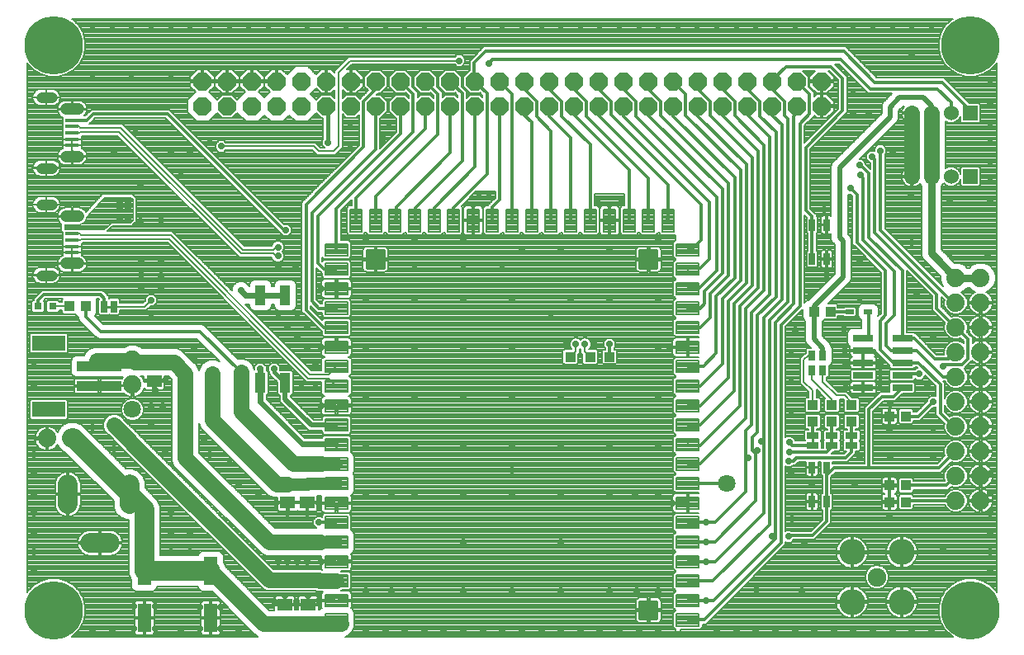
<source format=gtl>
G75*
%MOIN*%
%OFA0B0*%
%FSLAX25Y25*%
%IPPOS*%
%LPD*%
%AMOC8*
5,1,8,0,0,1.08239X$1,22.5*
%
%ADD10C,0.07874*%
%ADD11R,0.18110X0.03937*%
%ADD12R,0.13386X0.06299*%
%ADD13R,0.03150X0.03150*%
%ADD14R,0.04331X0.03937*%
%ADD15R,0.03937X0.04331*%
%ADD16R,0.04300X0.07900*%
%ADD17R,0.03150X0.03937*%
%ADD18C,0.00827*%
%ADD19C,0.01181*%
%ADD20R,0.03937X0.03937*%
%ADD21OC8,0.07400*%
%ADD22C,0.07400*%
%ADD23R,0.05906X0.05118*%
%ADD24R,0.02500X0.05000*%
%ADD25C,0.01000*%
%ADD26R,0.05000X0.02500*%
%ADD27R,0.05512X0.11811*%
%ADD28R,0.06000X0.06000*%
%ADD29C,0.06000*%
%ADD30C,0.07500*%
%ADD31C,0.10500*%
%ADD32R,0.05512X0.01575*%
%ADD33C,0.04762*%
%ADD34C,0.04369*%
%ADD35R,0.08268X0.02756*%
%ADD36R,0.03543X0.01969*%
%ADD37C,0.02781*%
%ADD38C,0.06299*%
%ADD39C,0.00787*%
%ADD40C,0.01200*%
%ADD41C,0.02000*%
%ADD42C,0.05118*%
%ADD43C,0.05000*%
%ADD44C,0.01575*%
%ADD45C,0.02400*%
%ADD46C,0.01969*%
%ADD47C,0.03150*%
%ADD48C,0.00394*%
%ADD49C,0.00800*%
%ADD50C,0.23622*%
%ADD51C,0.07087*%
D10*
X0065425Y0066361D02*
X0092197Y0066361D01*
X0065425Y0066361D02*
X0065425Y0091339D01*
X0059331Y0097433D01*
X0036729Y0120035D01*
X0036154Y0120035D01*
X0034528Y0101370D02*
X0034528Y0093496D01*
X0043583Y0077748D02*
X0051457Y0077748D01*
X0059331Y0093496D02*
X0059331Y0101370D01*
D11*
X0047315Y0141164D03*
X0047315Y0149038D03*
D12*
X0026843Y0158487D03*
X0026843Y0131715D03*
D13*
X0028461Y0173427D03*
X0022556Y0173427D03*
D14*
X0335189Y0133605D03*
X0342984Y0133605D03*
X0350858Y0133605D03*
X0350858Y0126912D03*
X0342984Y0126912D03*
X0335189Y0126912D03*
D15*
X0366219Y0128959D03*
X0372912Y0128959D03*
X0372912Y0101006D03*
X0372912Y0094313D03*
X0366219Y0094313D03*
X0366219Y0101006D03*
X0342354Y0171321D03*
X0335661Y0171321D03*
X0041849Y0173427D03*
X0035156Y0173427D03*
D16*
X0112299Y0177864D03*
X0122299Y0177864D03*
X0122299Y0142464D03*
X0112299Y0142464D03*
D17*
X0334948Y0147660D03*
X0339279Y0147660D03*
X0339279Y0153565D03*
X0334948Y0153565D03*
D18*
X0289256Y0159255D02*
X0280240Y0159255D01*
X0289256Y0159255D02*
X0289256Y0154569D01*
X0280240Y0154569D01*
X0280240Y0159255D01*
X0280240Y0155355D02*
X0289256Y0155355D01*
X0289256Y0156141D02*
X0280240Y0156141D01*
X0280240Y0156927D02*
X0289256Y0156927D01*
X0289256Y0157713D02*
X0280240Y0157713D01*
X0280240Y0158499D02*
X0289256Y0158499D01*
X0289256Y0167129D02*
X0280240Y0167129D01*
X0289256Y0167129D02*
X0289256Y0162443D01*
X0280240Y0162443D01*
X0280240Y0167129D01*
X0280240Y0163229D02*
X0289256Y0163229D01*
X0289256Y0164015D02*
X0280240Y0164015D01*
X0280240Y0164801D02*
X0289256Y0164801D01*
X0289256Y0165587D02*
X0280240Y0165587D01*
X0280240Y0166373D02*
X0289256Y0166373D01*
X0289256Y0175003D02*
X0280240Y0175003D01*
X0289256Y0175003D02*
X0289256Y0170317D01*
X0280240Y0170317D01*
X0280240Y0175003D01*
X0280240Y0171103D02*
X0289256Y0171103D01*
X0289256Y0171889D02*
X0280240Y0171889D01*
X0280240Y0172675D02*
X0289256Y0172675D01*
X0289256Y0173461D02*
X0280240Y0173461D01*
X0280240Y0174247D02*
X0289256Y0174247D01*
X0289256Y0182877D02*
X0280240Y0182877D01*
X0289256Y0182877D02*
X0289256Y0178191D01*
X0280240Y0178191D01*
X0280240Y0182877D01*
X0280240Y0178977D02*
X0289256Y0178977D01*
X0289256Y0179763D02*
X0280240Y0179763D01*
X0280240Y0180549D02*
X0289256Y0180549D01*
X0289256Y0181335D02*
X0280240Y0181335D01*
X0280240Y0182121D02*
X0289256Y0182121D01*
X0289256Y0190751D02*
X0280240Y0190751D01*
X0289256Y0190751D02*
X0289256Y0186065D01*
X0280240Y0186065D01*
X0280240Y0190751D01*
X0280240Y0186851D02*
X0289256Y0186851D01*
X0289256Y0187637D02*
X0280240Y0187637D01*
X0280240Y0188423D02*
X0289256Y0188423D01*
X0289256Y0189209D02*
X0280240Y0189209D01*
X0280240Y0189995D02*
X0289256Y0189995D01*
X0289256Y0198625D02*
X0280240Y0198625D01*
X0289256Y0198625D02*
X0289256Y0193939D01*
X0280240Y0193939D01*
X0280240Y0198625D01*
X0280240Y0194725D02*
X0289256Y0194725D01*
X0289256Y0195511D02*
X0280240Y0195511D01*
X0280240Y0196297D02*
X0289256Y0196297D01*
X0289256Y0197083D02*
X0280240Y0197083D01*
X0280240Y0197869D02*
X0289256Y0197869D01*
X0274500Y0203616D02*
X0274500Y0212632D01*
X0279186Y0212632D01*
X0279186Y0203616D01*
X0274500Y0203616D01*
X0274500Y0204402D02*
X0279186Y0204402D01*
X0279186Y0205188D02*
X0274500Y0205188D01*
X0274500Y0205974D02*
X0279186Y0205974D01*
X0279186Y0206760D02*
X0274500Y0206760D01*
X0274500Y0207546D02*
X0279186Y0207546D01*
X0279186Y0208332D02*
X0274500Y0208332D01*
X0274500Y0209118D02*
X0279186Y0209118D01*
X0279186Y0209904D02*
X0274500Y0209904D01*
X0274500Y0210690D02*
X0279186Y0210690D01*
X0279186Y0211476D02*
X0274500Y0211476D01*
X0274500Y0212262D02*
X0279186Y0212262D01*
X0266626Y0212632D02*
X0266626Y0203616D01*
X0266626Y0212632D02*
X0271312Y0212632D01*
X0271312Y0203616D01*
X0266626Y0203616D01*
X0266626Y0204402D02*
X0271312Y0204402D01*
X0271312Y0205188D02*
X0266626Y0205188D01*
X0266626Y0205974D02*
X0271312Y0205974D01*
X0271312Y0206760D02*
X0266626Y0206760D01*
X0266626Y0207546D02*
X0271312Y0207546D01*
X0271312Y0208332D02*
X0266626Y0208332D01*
X0266626Y0209118D02*
X0271312Y0209118D01*
X0271312Y0209904D02*
X0266626Y0209904D01*
X0266626Y0210690D02*
X0271312Y0210690D01*
X0271312Y0211476D02*
X0266626Y0211476D01*
X0266626Y0212262D02*
X0271312Y0212262D01*
X0258751Y0212632D02*
X0258751Y0203616D01*
X0258751Y0212632D02*
X0263437Y0212632D01*
X0263437Y0203616D01*
X0258751Y0203616D01*
X0258751Y0204402D02*
X0263437Y0204402D01*
X0263437Y0205188D02*
X0258751Y0205188D01*
X0258751Y0205974D02*
X0263437Y0205974D01*
X0263437Y0206760D02*
X0258751Y0206760D01*
X0258751Y0207546D02*
X0263437Y0207546D01*
X0263437Y0208332D02*
X0258751Y0208332D01*
X0258751Y0209118D02*
X0263437Y0209118D01*
X0263437Y0209904D02*
X0258751Y0209904D01*
X0258751Y0210690D02*
X0263437Y0210690D01*
X0263437Y0211476D02*
X0258751Y0211476D01*
X0258751Y0212262D02*
X0263437Y0212262D01*
X0250877Y0212632D02*
X0250877Y0203616D01*
X0250877Y0212632D02*
X0255563Y0212632D01*
X0255563Y0203616D01*
X0250877Y0203616D01*
X0250877Y0204402D02*
X0255563Y0204402D01*
X0255563Y0205188D02*
X0250877Y0205188D01*
X0250877Y0205974D02*
X0255563Y0205974D01*
X0255563Y0206760D02*
X0250877Y0206760D01*
X0250877Y0207546D02*
X0255563Y0207546D01*
X0255563Y0208332D02*
X0250877Y0208332D01*
X0250877Y0209118D02*
X0255563Y0209118D01*
X0255563Y0209904D02*
X0250877Y0209904D01*
X0250877Y0210690D02*
X0255563Y0210690D01*
X0255563Y0211476D02*
X0250877Y0211476D01*
X0250877Y0212262D02*
X0255563Y0212262D01*
X0243003Y0212632D02*
X0243003Y0203616D01*
X0243003Y0212632D02*
X0247689Y0212632D01*
X0247689Y0203616D01*
X0243003Y0203616D01*
X0243003Y0204402D02*
X0247689Y0204402D01*
X0247689Y0205188D02*
X0243003Y0205188D01*
X0243003Y0205974D02*
X0247689Y0205974D01*
X0247689Y0206760D02*
X0243003Y0206760D01*
X0243003Y0207546D02*
X0247689Y0207546D01*
X0247689Y0208332D02*
X0243003Y0208332D01*
X0243003Y0209118D02*
X0247689Y0209118D01*
X0247689Y0209904D02*
X0243003Y0209904D01*
X0243003Y0210690D02*
X0247689Y0210690D01*
X0247689Y0211476D02*
X0243003Y0211476D01*
X0243003Y0212262D02*
X0247689Y0212262D01*
X0235129Y0212632D02*
X0235129Y0203616D01*
X0235129Y0212632D02*
X0239815Y0212632D01*
X0239815Y0203616D01*
X0235129Y0203616D01*
X0235129Y0204402D02*
X0239815Y0204402D01*
X0239815Y0205188D02*
X0235129Y0205188D01*
X0235129Y0205974D02*
X0239815Y0205974D01*
X0239815Y0206760D02*
X0235129Y0206760D01*
X0235129Y0207546D02*
X0239815Y0207546D01*
X0239815Y0208332D02*
X0235129Y0208332D01*
X0235129Y0209118D02*
X0239815Y0209118D01*
X0239815Y0209904D02*
X0235129Y0209904D01*
X0235129Y0210690D02*
X0239815Y0210690D01*
X0239815Y0211476D02*
X0235129Y0211476D01*
X0235129Y0212262D02*
X0239815Y0212262D01*
X0227255Y0212632D02*
X0227255Y0203616D01*
X0227255Y0212632D02*
X0231941Y0212632D01*
X0231941Y0203616D01*
X0227255Y0203616D01*
X0227255Y0204402D02*
X0231941Y0204402D01*
X0231941Y0205188D02*
X0227255Y0205188D01*
X0227255Y0205974D02*
X0231941Y0205974D01*
X0231941Y0206760D02*
X0227255Y0206760D01*
X0227255Y0207546D02*
X0231941Y0207546D01*
X0231941Y0208332D02*
X0227255Y0208332D01*
X0227255Y0209118D02*
X0231941Y0209118D01*
X0231941Y0209904D02*
X0227255Y0209904D01*
X0227255Y0210690D02*
X0231941Y0210690D01*
X0231941Y0211476D02*
X0227255Y0211476D01*
X0227255Y0212262D02*
X0231941Y0212262D01*
X0219381Y0212632D02*
X0219381Y0203616D01*
X0219381Y0212632D02*
X0224067Y0212632D01*
X0224067Y0203616D01*
X0219381Y0203616D01*
X0219381Y0204402D02*
X0224067Y0204402D01*
X0224067Y0205188D02*
X0219381Y0205188D01*
X0219381Y0205974D02*
X0224067Y0205974D01*
X0224067Y0206760D02*
X0219381Y0206760D01*
X0219381Y0207546D02*
X0224067Y0207546D01*
X0224067Y0208332D02*
X0219381Y0208332D01*
X0219381Y0209118D02*
X0224067Y0209118D01*
X0224067Y0209904D02*
X0219381Y0209904D01*
X0219381Y0210690D02*
X0224067Y0210690D01*
X0224067Y0211476D02*
X0219381Y0211476D01*
X0219381Y0212262D02*
X0224067Y0212262D01*
X0211507Y0212632D02*
X0211507Y0203616D01*
X0211507Y0212632D02*
X0216193Y0212632D01*
X0216193Y0203616D01*
X0211507Y0203616D01*
X0211507Y0204402D02*
X0216193Y0204402D01*
X0216193Y0205188D02*
X0211507Y0205188D01*
X0211507Y0205974D02*
X0216193Y0205974D01*
X0216193Y0206760D02*
X0211507Y0206760D01*
X0211507Y0207546D02*
X0216193Y0207546D01*
X0216193Y0208332D02*
X0211507Y0208332D01*
X0211507Y0209118D02*
X0216193Y0209118D01*
X0216193Y0209904D02*
X0211507Y0209904D01*
X0211507Y0210690D02*
X0216193Y0210690D01*
X0216193Y0211476D02*
X0211507Y0211476D01*
X0211507Y0212262D02*
X0216193Y0212262D01*
X0203633Y0212632D02*
X0203633Y0203616D01*
X0203633Y0212632D02*
X0208319Y0212632D01*
X0208319Y0203616D01*
X0203633Y0203616D01*
X0203633Y0204402D02*
X0208319Y0204402D01*
X0208319Y0205188D02*
X0203633Y0205188D01*
X0203633Y0205974D02*
X0208319Y0205974D01*
X0208319Y0206760D02*
X0203633Y0206760D01*
X0203633Y0207546D02*
X0208319Y0207546D01*
X0208319Y0208332D02*
X0203633Y0208332D01*
X0203633Y0209118D02*
X0208319Y0209118D01*
X0208319Y0209904D02*
X0203633Y0209904D01*
X0203633Y0210690D02*
X0208319Y0210690D01*
X0208319Y0211476D02*
X0203633Y0211476D01*
X0203633Y0212262D02*
X0208319Y0212262D01*
X0195759Y0212632D02*
X0195759Y0203616D01*
X0195759Y0212632D02*
X0200445Y0212632D01*
X0200445Y0203616D01*
X0195759Y0203616D01*
X0195759Y0204402D02*
X0200445Y0204402D01*
X0200445Y0205188D02*
X0195759Y0205188D01*
X0195759Y0205974D02*
X0200445Y0205974D01*
X0200445Y0206760D02*
X0195759Y0206760D01*
X0195759Y0207546D02*
X0200445Y0207546D01*
X0200445Y0208332D02*
X0195759Y0208332D01*
X0195759Y0209118D02*
X0200445Y0209118D01*
X0200445Y0209904D02*
X0195759Y0209904D01*
X0195759Y0210690D02*
X0200445Y0210690D01*
X0200445Y0211476D02*
X0195759Y0211476D01*
X0195759Y0212262D02*
X0200445Y0212262D01*
X0187885Y0212632D02*
X0187885Y0203616D01*
X0187885Y0212632D02*
X0192571Y0212632D01*
X0192571Y0203616D01*
X0187885Y0203616D01*
X0187885Y0204402D02*
X0192571Y0204402D01*
X0192571Y0205188D02*
X0187885Y0205188D01*
X0187885Y0205974D02*
X0192571Y0205974D01*
X0192571Y0206760D02*
X0187885Y0206760D01*
X0187885Y0207546D02*
X0192571Y0207546D01*
X0192571Y0208332D02*
X0187885Y0208332D01*
X0187885Y0209118D02*
X0192571Y0209118D01*
X0192571Y0209904D02*
X0187885Y0209904D01*
X0187885Y0210690D02*
X0192571Y0210690D01*
X0192571Y0211476D02*
X0187885Y0211476D01*
X0187885Y0212262D02*
X0192571Y0212262D01*
X0180011Y0212632D02*
X0180011Y0203616D01*
X0180011Y0212632D02*
X0184697Y0212632D01*
X0184697Y0203616D01*
X0180011Y0203616D01*
X0180011Y0204402D02*
X0184697Y0204402D01*
X0184697Y0205188D02*
X0180011Y0205188D01*
X0180011Y0205974D02*
X0184697Y0205974D01*
X0184697Y0206760D02*
X0180011Y0206760D01*
X0180011Y0207546D02*
X0184697Y0207546D01*
X0184697Y0208332D02*
X0180011Y0208332D01*
X0180011Y0209118D02*
X0184697Y0209118D01*
X0184697Y0209904D02*
X0180011Y0209904D01*
X0180011Y0210690D02*
X0184697Y0210690D01*
X0184697Y0211476D02*
X0180011Y0211476D01*
X0180011Y0212262D02*
X0184697Y0212262D01*
X0172137Y0212632D02*
X0172137Y0203616D01*
X0172137Y0212632D02*
X0176823Y0212632D01*
X0176823Y0203616D01*
X0172137Y0203616D01*
X0172137Y0204402D02*
X0176823Y0204402D01*
X0176823Y0205188D02*
X0172137Y0205188D01*
X0172137Y0205974D02*
X0176823Y0205974D01*
X0176823Y0206760D02*
X0172137Y0206760D01*
X0172137Y0207546D02*
X0176823Y0207546D01*
X0176823Y0208332D02*
X0172137Y0208332D01*
X0172137Y0209118D02*
X0176823Y0209118D01*
X0176823Y0209904D02*
X0172137Y0209904D01*
X0172137Y0210690D02*
X0176823Y0210690D01*
X0176823Y0211476D02*
X0172137Y0211476D01*
X0172137Y0212262D02*
X0176823Y0212262D01*
X0164263Y0212632D02*
X0164263Y0203616D01*
X0164263Y0212632D02*
X0168949Y0212632D01*
X0168949Y0203616D01*
X0164263Y0203616D01*
X0164263Y0204402D02*
X0168949Y0204402D01*
X0168949Y0205188D02*
X0164263Y0205188D01*
X0164263Y0205974D02*
X0168949Y0205974D01*
X0168949Y0206760D02*
X0164263Y0206760D01*
X0164263Y0207546D02*
X0168949Y0207546D01*
X0168949Y0208332D02*
X0164263Y0208332D01*
X0164263Y0209118D02*
X0168949Y0209118D01*
X0168949Y0209904D02*
X0164263Y0209904D01*
X0164263Y0210690D02*
X0168949Y0210690D01*
X0168949Y0211476D02*
X0164263Y0211476D01*
X0164263Y0212262D02*
X0168949Y0212262D01*
X0156389Y0212632D02*
X0156389Y0203616D01*
X0156389Y0212632D02*
X0161075Y0212632D01*
X0161075Y0203616D01*
X0156389Y0203616D01*
X0156389Y0204402D02*
X0161075Y0204402D01*
X0161075Y0205188D02*
X0156389Y0205188D01*
X0156389Y0205974D02*
X0161075Y0205974D01*
X0161075Y0206760D02*
X0156389Y0206760D01*
X0156389Y0207546D02*
X0161075Y0207546D01*
X0161075Y0208332D02*
X0156389Y0208332D01*
X0156389Y0209118D02*
X0161075Y0209118D01*
X0161075Y0209904D02*
X0156389Y0209904D01*
X0156389Y0210690D02*
X0161075Y0210690D01*
X0161075Y0211476D02*
X0156389Y0211476D01*
X0156389Y0212262D02*
X0161075Y0212262D01*
X0148515Y0212632D02*
X0148515Y0203616D01*
X0148515Y0212632D02*
X0153201Y0212632D01*
X0153201Y0203616D01*
X0148515Y0203616D01*
X0148515Y0204402D02*
X0153201Y0204402D01*
X0153201Y0205188D02*
X0148515Y0205188D01*
X0148515Y0205974D02*
X0153201Y0205974D01*
X0153201Y0206760D02*
X0148515Y0206760D01*
X0148515Y0207546D02*
X0153201Y0207546D01*
X0153201Y0208332D02*
X0148515Y0208332D01*
X0148515Y0209118D02*
X0153201Y0209118D01*
X0153201Y0209904D02*
X0148515Y0209904D01*
X0148515Y0210690D02*
X0153201Y0210690D01*
X0153201Y0211476D02*
X0148515Y0211476D01*
X0148515Y0212262D02*
X0153201Y0212262D01*
X0147461Y0193939D02*
X0138445Y0193939D01*
X0138445Y0198625D01*
X0147461Y0198625D01*
X0147461Y0193939D01*
X0147461Y0194725D02*
X0138445Y0194725D01*
X0138445Y0195511D02*
X0147461Y0195511D01*
X0147461Y0196297D02*
X0138445Y0196297D01*
X0138445Y0197083D02*
X0147461Y0197083D01*
X0147461Y0197869D02*
X0138445Y0197869D01*
X0138445Y0186065D02*
X0147461Y0186065D01*
X0138445Y0186065D02*
X0138445Y0190751D01*
X0147461Y0190751D01*
X0147461Y0186065D01*
X0147461Y0186851D02*
X0138445Y0186851D01*
X0138445Y0187637D02*
X0147461Y0187637D01*
X0147461Y0188423D02*
X0138445Y0188423D01*
X0138445Y0189209D02*
X0147461Y0189209D01*
X0147461Y0189995D02*
X0138445Y0189995D01*
X0138445Y0178191D02*
X0147461Y0178191D01*
X0138445Y0178191D02*
X0138445Y0182877D01*
X0147461Y0182877D01*
X0147461Y0178191D01*
X0147461Y0178977D02*
X0138445Y0178977D01*
X0138445Y0179763D02*
X0147461Y0179763D01*
X0147461Y0180549D02*
X0138445Y0180549D01*
X0138445Y0181335D02*
X0147461Y0181335D01*
X0147461Y0182121D02*
X0138445Y0182121D01*
X0138445Y0170317D02*
X0147461Y0170317D01*
X0138445Y0170317D02*
X0138445Y0175003D01*
X0147461Y0175003D01*
X0147461Y0170317D01*
X0147461Y0171103D02*
X0138445Y0171103D01*
X0138445Y0171889D02*
X0147461Y0171889D01*
X0147461Y0172675D02*
X0138445Y0172675D01*
X0138445Y0173461D02*
X0147461Y0173461D01*
X0147461Y0174247D02*
X0138445Y0174247D01*
X0138445Y0162443D02*
X0147461Y0162443D01*
X0138445Y0162443D02*
X0138445Y0167129D01*
X0147461Y0167129D01*
X0147461Y0162443D01*
X0147461Y0163229D02*
X0138445Y0163229D01*
X0138445Y0164015D02*
X0147461Y0164015D01*
X0147461Y0164801D02*
X0138445Y0164801D01*
X0138445Y0165587D02*
X0147461Y0165587D01*
X0147461Y0166373D02*
X0138445Y0166373D01*
X0138445Y0154569D02*
X0147461Y0154569D01*
X0138445Y0154569D02*
X0138445Y0159255D01*
X0147461Y0159255D01*
X0147461Y0154569D01*
X0147461Y0155355D02*
X0138445Y0155355D01*
X0138445Y0156141D02*
X0147461Y0156141D01*
X0147461Y0156927D02*
X0138445Y0156927D01*
X0138445Y0157713D02*
X0147461Y0157713D01*
X0147461Y0158499D02*
X0138445Y0158499D01*
X0138445Y0146695D02*
X0147461Y0146695D01*
X0138445Y0146695D02*
X0138445Y0151381D01*
X0147461Y0151381D01*
X0147461Y0146695D01*
X0147461Y0147481D02*
X0138445Y0147481D01*
X0138445Y0148267D02*
X0147461Y0148267D01*
X0147461Y0149053D02*
X0138445Y0149053D01*
X0138445Y0149839D02*
X0147461Y0149839D01*
X0147461Y0150625D02*
X0138445Y0150625D01*
X0138445Y0138821D02*
X0147461Y0138821D01*
X0138445Y0138821D02*
X0138445Y0143507D01*
X0147461Y0143507D01*
X0147461Y0138821D01*
X0147461Y0139607D02*
X0138445Y0139607D01*
X0138445Y0140393D02*
X0147461Y0140393D01*
X0147461Y0141179D02*
X0138445Y0141179D01*
X0138445Y0141965D02*
X0147461Y0141965D01*
X0147461Y0142751D02*
X0138445Y0142751D01*
X0138445Y0130947D02*
X0147461Y0130947D01*
X0138445Y0130947D02*
X0138445Y0135633D01*
X0147461Y0135633D01*
X0147461Y0130947D01*
X0147461Y0131733D02*
X0138445Y0131733D01*
X0138445Y0132519D02*
X0147461Y0132519D01*
X0147461Y0133305D02*
X0138445Y0133305D01*
X0138445Y0134091D02*
X0147461Y0134091D01*
X0147461Y0134877D02*
X0138445Y0134877D01*
X0138445Y0123073D02*
X0147461Y0123073D01*
X0138445Y0123073D02*
X0138445Y0127759D01*
X0147461Y0127759D01*
X0147461Y0123073D01*
X0147461Y0123859D02*
X0138445Y0123859D01*
X0138445Y0124645D02*
X0147461Y0124645D01*
X0147461Y0125431D02*
X0138445Y0125431D01*
X0138445Y0126217D02*
X0147461Y0126217D01*
X0147461Y0127003D02*
X0138445Y0127003D01*
X0138445Y0115199D02*
X0147461Y0115199D01*
X0138445Y0115199D02*
X0138445Y0119885D01*
X0147461Y0119885D01*
X0147461Y0115199D01*
X0147461Y0115985D02*
X0138445Y0115985D01*
X0138445Y0116771D02*
X0147461Y0116771D01*
X0147461Y0117557D02*
X0138445Y0117557D01*
X0138445Y0118343D02*
X0147461Y0118343D01*
X0147461Y0119129D02*
X0138445Y0119129D01*
X0138445Y0107325D02*
X0147461Y0107325D01*
X0138445Y0107325D02*
X0138445Y0112011D01*
X0147461Y0112011D01*
X0147461Y0107325D01*
X0147461Y0108111D02*
X0138445Y0108111D01*
X0138445Y0108897D02*
X0147461Y0108897D01*
X0147461Y0109683D02*
X0138445Y0109683D01*
X0138445Y0110469D02*
X0147461Y0110469D01*
X0147461Y0111255D02*
X0138445Y0111255D01*
X0138445Y0099451D02*
X0147461Y0099451D01*
X0138445Y0099451D02*
X0138445Y0104137D01*
X0147461Y0104137D01*
X0147461Y0099451D01*
X0147461Y0100237D02*
X0138445Y0100237D01*
X0138445Y0101023D02*
X0147461Y0101023D01*
X0147461Y0101809D02*
X0138445Y0101809D01*
X0138445Y0102595D02*
X0147461Y0102595D01*
X0147461Y0103381D02*
X0138445Y0103381D01*
X0138445Y0091577D02*
X0147461Y0091577D01*
X0138445Y0091577D02*
X0138445Y0096263D01*
X0147461Y0096263D01*
X0147461Y0091577D01*
X0147461Y0092363D02*
X0138445Y0092363D01*
X0138445Y0093149D02*
X0147461Y0093149D01*
X0147461Y0093935D02*
X0138445Y0093935D01*
X0138445Y0094721D02*
X0147461Y0094721D01*
X0147461Y0095507D02*
X0138445Y0095507D01*
X0138445Y0083703D02*
X0147461Y0083703D01*
X0138445Y0083703D02*
X0138445Y0088389D01*
X0147461Y0088389D01*
X0147461Y0083703D01*
X0147461Y0084489D02*
X0138445Y0084489D01*
X0138445Y0085275D02*
X0147461Y0085275D01*
X0147461Y0086061D02*
X0138445Y0086061D01*
X0138445Y0086847D02*
X0147461Y0086847D01*
X0147461Y0087633D02*
X0138445Y0087633D01*
X0138445Y0075829D02*
X0147461Y0075829D01*
X0138445Y0075829D02*
X0138445Y0080515D01*
X0147461Y0080515D01*
X0147461Y0075829D01*
X0147461Y0076615D02*
X0138445Y0076615D01*
X0138445Y0077401D02*
X0147461Y0077401D01*
X0147461Y0078187D02*
X0138445Y0078187D01*
X0138445Y0078973D02*
X0147461Y0078973D01*
X0147461Y0079759D02*
X0138445Y0079759D01*
X0138445Y0067955D02*
X0147461Y0067955D01*
X0138445Y0067955D02*
X0138445Y0072641D01*
X0147461Y0072641D01*
X0147461Y0067955D01*
X0147461Y0068741D02*
X0138445Y0068741D01*
X0138445Y0069527D02*
X0147461Y0069527D01*
X0147461Y0070313D02*
X0138445Y0070313D01*
X0138445Y0071099D02*
X0147461Y0071099D01*
X0147461Y0071885D02*
X0138445Y0071885D01*
X0138445Y0060081D02*
X0147461Y0060081D01*
X0138445Y0060081D02*
X0138445Y0064767D01*
X0147461Y0064767D01*
X0147461Y0060081D01*
X0147461Y0060867D02*
X0138445Y0060867D01*
X0138445Y0061653D02*
X0147461Y0061653D01*
X0147461Y0062439D02*
X0138445Y0062439D01*
X0138445Y0063225D02*
X0147461Y0063225D01*
X0147461Y0064011D02*
X0138445Y0064011D01*
X0138445Y0052207D02*
X0147461Y0052207D01*
X0138445Y0052207D02*
X0138445Y0056893D01*
X0147461Y0056893D01*
X0147461Y0052207D01*
X0147461Y0052993D02*
X0138445Y0052993D01*
X0138445Y0053779D02*
X0147461Y0053779D01*
X0147461Y0054565D02*
X0138445Y0054565D01*
X0138445Y0055351D02*
X0147461Y0055351D01*
X0147461Y0056137D02*
X0138445Y0056137D01*
X0138445Y0044333D02*
X0147461Y0044333D01*
X0138445Y0044333D02*
X0138445Y0049019D01*
X0147461Y0049019D01*
X0147461Y0044333D01*
X0147461Y0045119D02*
X0138445Y0045119D01*
X0138445Y0045905D02*
X0147461Y0045905D01*
X0147461Y0046691D02*
X0138445Y0046691D01*
X0138445Y0047477D02*
X0147461Y0047477D01*
X0147461Y0048263D02*
X0138445Y0048263D01*
X0280240Y0049019D02*
X0289256Y0049019D01*
X0289256Y0044333D01*
X0280240Y0044333D01*
X0280240Y0049019D01*
X0280240Y0045119D02*
X0289256Y0045119D01*
X0289256Y0045905D02*
X0280240Y0045905D01*
X0280240Y0046691D02*
X0289256Y0046691D01*
X0289256Y0047477D02*
X0280240Y0047477D01*
X0280240Y0048263D02*
X0289256Y0048263D01*
X0289256Y0056893D02*
X0280240Y0056893D01*
X0289256Y0056893D02*
X0289256Y0052207D01*
X0280240Y0052207D01*
X0280240Y0056893D01*
X0280240Y0052993D02*
X0289256Y0052993D01*
X0289256Y0053779D02*
X0280240Y0053779D01*
X0280240Y0054565D02*
X0289256Y0054565D01*
X0289256Y0055351D02*
X0280240Y0055351D01*
X0280240Y0056137D02*
X0289256Y0056137D01*
X0289256Y0064767D02*
X0280240Y0064767D01*
X0289256Y0064767D02*
X0289256Y0060081D01*
X0280240Y0060081D01*
X0280240Y0064767D01*
X0280240Y0060867D02*
X0289256Y0060867D01*
X0289256Y0061653D02*
X0280240Y0061653D01*
X0280240Y0062439D02*
X0289256Y0062439D01*
X0289256Y0063225D02*
X0280240Y0063225D01*
X0280240Y0064011D02*
X0289256Y0064011D01*
X0289256Y0072641D02*
X0280240Y0072641D01*
X0289256Y0072641D02*
X0289256Y0067955D01*
X0280240Y0067955D01*
X0280240Y0072641D01*
X0280240Y0068741D02*
X0289256Y0068741D01*
X0289256Y0069527D02*
X0280240Y0069527D01*
X0280240Y0070313D02*
X0289256Y0070313D01*
X0289256Y0071099D02*
X0280240Y0071099D01*
X0280240Y0071885D02*
X0289256Y0071885D01*
X0289256Y0080515D02*
X0280240Y0080515D01*
X0289256Y0080515D02*
X0289256Y0075829D01*
X0280240Y0075829D01*
X0280240Y0080515D01*
X0280240Y0076615D02*
X0289256Y0076615D01*
X0289256Y0077401D02*
X0280240Y0077401D01*
X0280240Y0078187D02*
X0289256Y0078187D01*
X0289256Y0078973D02*
X0280240Y0078973D01*
X0280240Y0079759D02*
X0289256Y0079759D01*
X0289256Y0088389D02*
X0280240Y0088389D01*
X0289256Y0088389D02*
X0289256Y0083703D01*
X0280240Y0083703D01*
X0280240Y0088389D01*
X0280240Y0084489D02*
X0289256Y0084489D01*
X0289256Y0085275D02*
X0280240Y0085275D01*
X0280240Y0086061D02*
X0289256Y0086061D01*
X0289256Y0086847D02*
X0280240Y0086847D01*
X0280240Y0087633D02*
X0289256Y0087633D01*
X0289256Y0096263D02*
X0280240Y0096263D01*
X0289256Y0096263D02*
X0289256Y0091577D01*
X0280240Y0091577D01*
X0280240Y0096263D01*
X0280240Y0092363D02*
X0289256Y0092363D01*
X0289256Y0093149D02*
X0280240Y0093149D01*
X0280240Y0093935D02*
X0289256Y0093935D01*
X0289256Y0094721D02*
X0280240Y0094721D01*
X0280240Y0095507D02*
X0289256Y0095507D01*
X0289256Y0104137D02*
X0280240Y0104137D01*
X0289256Y0104137D02*
X0289256Y0099451D01*
X0280240Y0099451D01*
X0280240Y0104137D01*
X0280240Y0100237D02*
X0289256Y0100237D01*
X0289256Y0101023D02*
X0280240Y0101023D01*
X0280240Y0101809D02*
X0289256Y0101809D01*
X0289256Y0102595D02*
X0280240Y0102595D01*
X0280240Y0103381D02*
X0289256Y0103381D01*
X0289256Y0112011D02*
X0280240Y0112011D01*
X0289256Y0112011D02*
X0289256Y0107325D01*
X0280240Y0107325D01*
X0280240Y0112011D01*
X0280240Y0108111D02*
X0289256Y0108111D01*
X0289256Y0108897D02*
X0280240Y0108897D01*
X0280240Y0109683D02*
X0289256Y0109683D01*
X0289256Y0110469D02*
X0280240Y0110469D01*
X0280240Y0111255D02*
X0289256Y0111255D01*
X0289256Y0119885D02*
X0280240Y0119885D01*
X0289256Y0119885D02*
X0289256Y0115199D01*
X0280240Y0115199D01*
X0280240Y0119885D01*
X0280240Y0115985D02*
X0289256Y0115985D01*
X0289256Y0116771D02*
X0280240Y0116771D01*
X0280240Y0117557D02*
X0289256Y0117557D01*
X0289256Y0118343D02*
X0280240Y0118343D01*
X0280240Y0119129D02*
X0289256Y0119129D01*
X0289256Y0127759D02*
X0280240Y0127759D01*
X0289256Y0127759D02*
X0289256Y0123073D01*
X0280240Y0123073D01*
X0280240Y0127759D01*
X0280240Y0123859D02*
X0289256Y0123859D01*
X0289256Y0124645D02*
X0280240Y0124645D01*
X0280240Y0125431D02*
X0289256Y0125431D01*
X0289256Y0126217D02*
X0280240Y0126217D01*
X0280240Y0127003D02*
X0289256Y0127003D01*
X0289256Y0135633D02*
X0280240Y0135633D01*
X0289256Y0135633D02*
X0289256Y0130947D01*
X0280240Y0130947D01*
X0280240Y0135633D01*
X0280240Y0131733D02*
X0289256Y0131733D01*
X0289256Y0132519D02*
X0280240Y0132519D01*
X0280240Y0133305D02*
X0289256Y0133305D01*
X0289256Y0134091D02*
X0280240Y0134091D01*
X0280240Y0134877D02*
X0289256Y0134877D01*
X0289256Y0143507D02*
X0280240Y0143507D01*
X0289256Y0143507D02*
X0289256Y0138821D01*
X0280240Y0138821D01*
X0280240Y0143507D01*
X0280240Y0139607D02*
X0289256Y0139607D01*
X0289256Y0140393D02*
X0280240Y0140393D01*
X0280240Y0141179D02*
X0289256Y0141179D01*
X0289256Y0141965D02*
X0280240Y0141965D01*
X0280240Y0142751D02*
X0289256Y0142751D01*
X0289256Y0151381D02*
X0280240Y0151381D01*
X0289256Y0151381D02*
X0289256Y0146695D01*
X0280240Y0146695D01*
X0280240Y0151381D01*
X0280240Y0147481D02*
X0289256Y0147481D01*
X0289256Y0148267D02*
X0280240Y0148267D01*
X0280240Y0149053D02*
X0289256Y0149053D01*
X0289256Y0149839D02*
X0280240Y0149839D01*
X0280240Y0150625D02*
X0289256Y0150625D01*
D19*
X0291016Y0149038D02*
X0284748Y0149038D01*
X0291016Y0149038D02*
X0296320Y0154342D01*
X0296320Y0177478D01*
X0303671Y0184829D01*
X0303671Y0225359D01*
X0278811Y0250219D01*
X0278811Y0254235D01*
X0278850Y0254274D01*
X0273741Y0256300D02*
X0273741Y0250565D01*
X0301290Y0223016D01*
X0301290Y0185815D01*
X0293939Y0178464D01*
X0293939Y0168890D01*
X0289835Y0164786D01*
X0284748Y0164786D01*
X0284748Y0172660D02*
X0289835Y0172660D01*
X0291557Y0174383D01*
X0291557Y0179451D01*
X0298909Y0186802D01*
X0298909Y0220672D01*
X0268969Y0250613D01*
X0268969Y0254156D01*
X0268850Y0254274D01*
X0273741Y0256300D02*
X0268850Y0261190D01*
X0268850Y0264274D01*
X0278850Y0264274D02*
X0283929Y0259195D01*
X0283929Y0250613D01*
X0306052Y0228490D01*
X0306052Y0183843D01*
X0298701Y0176492D01*
X0298701Y0150030D01*
X0289835Y0141164D01*
X0284748Y0141164D01*
X0284748Y0133290D02*
X0289835Y0133290D01*
X0301082Y0144537D01*
X0301082Y0175505D01*
X0308433Y0182857D01*
X0308433Y0230833D01*
X0288654Y0250613D01*
X0288654Y0254274D01*
X0288850Y0254274D01*
X0293741Y0256300D02*
X0288850Y0261190D01*
X0288850Y0264274D01*
X0293741Y0256300D02*
X0293741Y0250643D01*
X0310814Y0233570D01*
X0310814Y0181870D01*
X0303463Y0174519D01*
X0303463Y0139044D01*
X0289835Y0125416D01*
X0284748Y0125416D01*
X0284748Y0117542D02*
X0285142Y0117148D01*
X0289835Y0117148D01*
X0305844Y0133157D01*
X0305844Y0173533D01*
X0313195Y0180884D01*
X0313195Y0236307D01*
X0298890Y0250613D01*
X0298890Y0254235D01*
X0298850Y0254274D01*
X0303741Y0256300D02*
X0303741Y0250486D01*
X0315576Y0238650D01*
X0315576Y0179898D01*
X0308225Y0172546D01*
X0308225Y0128058D01*
X0289835Y0109668D01*
X0284748Y0109668D01*
X0284748Y0101794D02*
X0300465Y0101794D01*
X0308299Y0098605D02*
X0308299Y0112306D01*
X0309047Y0112306D01*
X0309244Y0112109D01*
X0308299Y0112306D02*
X0308299Y0123227D01*
X0310606Y0125534D01*
X0310606Y0170880D01*
X0317957Y0178231D01*
X0317957Y0241781D01*
X0309126Y0250613D01*
X0309126Y0253998D01*
X0308850Y0254274D01*
X0313850Y0256190D02*
X0308850Y0261190D01*
X0308850Y0264274D01*
X0303741Y0256300D02*
X0298850Y0261190D01*
X0298850Y0264274D01*
X0313850Y0256190D02*
X0313850Y0250219D01*
X0320339Y0243731D01*
X0320339Y0177244D01*
X0312987Y0169893D01*
X0312987Y0122463D01*
X0310976Y0120452D01*
X0310976Y0115573D01*
X0310976Y0115180D01*
X0312315Y0113841D01*
X0312315Y0094746D01*
X0295740Y0078172D01*
X0292197Y0078172D01*
X0284748Y0078172D01*
X0284748Y0086046D02*
X0292197Y0086046D01*
X0295740Y0086046D01*
X0308299Y0098605D01*
X0315369Y0089926D02*
X0295740Y0070298D01*
X0292197Y0070298D01*
X0284748Y0070298D01*
X0284748Y0062424D02*
X0294953Y0062424D01*
X0317750Y0085220D01*
X0317750Y0167921D01*
X0325101Y0175272D01*
X0325101Y0249205D01*
X0323741Y0250565D01*
X0323741Y0256300D01*
X0318850Y0261190D01*
X0318850Y0264274D01*
X0318850Y0264668D01*
X0324480Y0270298D01*
X0342591Y0270298D01*
X0347315Y0265573D01*
X0347315Y0252581D01*
X0332392Y0237658D01*
X0332392Y0212219D01*
X0334904Y0209707D01*
X0334904Y0206321D01*
X0334904Y0192542D01*
X0353066Y0199229D02*
X0353066Y0218523D01*
X0350465Y0221124D01*
X0350386Y0221046D01*
X0355447Y0225315D02*
X0355447Y0200215D01*
X0368063Y0187600D01*
X0368063Y0169943D01*
X0364756Y0166636D01*
X0364756Y0157542D01*
X0366685Y0155613D01*
X0371331Y0155613D01*
X0371370Y0155652D01*
X0377039Y0155652D01*
X0387827Y0144865D01*
X0392984Y0144865D01*
X0395512Y0149806D02*
X0388398Y0149806D01*
X0387748Y0149156D01*
X0390307Y0152187D02*
X0384520Y0152187D01*
X0376094Y0160613D01*
X0371331Y0160613D01*
X0371331Y0187699D01*
X0357828Y0201202D01*
X0357828Y0227069D01*
X0354561Y0230337D01*
X0354087Y0230337D01*
X0354362Y0226400D02*
X0355447Y0225315D01*
X0360209Y0232876D02*
X0359244Y0233841D01*
X0360209Y0232876D02*
X0360209Y0203209D01*
X0385228Y0178190D01*
X0385228Y0172620D01*
X0392984Y0164865D01*
X0393043Y0164924D01*
X0397875Y0160092D01*
X0397875Y0152170D01*
X0395512Y0149806D01*
X0392984Y0154865D02*
X0390307Y0152187D01*
X0386724Y0141794D02*
X0377906Y0150613D01*
X0371331Y0150613D01*
X0367709Y0150613D01*
X0362375Y0155946D01*
X0362375Y0167623D01*
X0364619Y0169867D01*
X0364619Y0187676D01*
X0353066Y0199229D01*
X0362591Y0204195D02*
X0391921Y0174865D01*
X0392984Y0174865D01*
X0362472Y0152345D02*
X0362472Y0149865D01*
X0361724Y0150613D01*
X0355583Y0150613D01*
X0355583Y0155613D01*
X0359205Y0155613D01*
X0362472Y0152345D01*
X0362472Y0149865D02*
X0362472Y0141597D01*
X0361488Y0140613D01*
X0355583Y0140613D01*
X0348732Y0140613D01*
X0348496Y0140376D01*
X0348496Y0149825D02*
X0349283Y0150613D01*
X0355583Y0150613D01*
X0355583Y0155613D02*
X0348299Y0155613D01*
X0371331Y0145613D02*
X0371764Y0146046D01*
X0378142Y0146046D01*
X0371331Y0140613D02*
X0367709Y0136991D01*
X0363142Y0136991D01*
X0357866Y0131715D01*
X0357866Y0108014D01*
X0386134Y0108014D01*
X0392984Y0114865D01*
X0392984Y0124865D02*
X0392000Y0124865D01*
X0386724Y0130140D01*
X0386724Y0141794D01*
X0383811Y0134943D02*
X0377827Y0128959D01*
X0372912Y0128959D01*
X0352008Y0121235D02*
X0350858Y0121235D01*
X0350858Y0114589D01*
X0348398Y0112129D01*
X0328595Y0112129D01*
X0327354Y0110888D01*
X0325543Y0110888D01*
X0325780Y0114510D02*
X0340740Y0114510D01*
X0342984Y0116754D01*
X0342984Y0121235D01*
X0342984Y0117235D02*
X0342984Y0126912D01*
X0335189Y0126912D02*
X0335189Y0121235D01*
X0335189Y0117235D02*
X0326953Y0117235D01*
X0325661Y0118526D01*
X0325661Y0114628D02*
X0325780Y0114510D01*
X0315369Y0119313D02*
X0314778Y0118723D01*
X0314520Y0118723D01*
X0315369Y0119313D02*
X0315369Y0089926D01*
X0325386Y0080376D02*
X0325858Y0080849D01*
X0335189Y0080849D01*
X0340829Y0086489D01*
X0340829Y0094510D01*
X0340829Y0105180D01*
X0343663Y0108014D01*
X0357866Y0108014D01*
X0350858Y0117235D02*
X0350858Y0119038D01*
X0350858Y0126912D01*
X0350858Y0117998D02*
X0350858Y0117235D01*
X0340829Y0108290D02*
X0340829Y0105180D01*
X0315369Y0119313D02*
X0315369Y0168907D01*
X0322720Y0176258D01*
X0322720Y0246861D01*
X0318969Y0250613D01*
X0318969Y0254156D01*
X0318850Y0254274D01*
X0327630Y0250219D02*
X0327630Y0174434D01*
X0320131Y0166934D01*
X0320131Y0079728D01*
X0319342Y0079728D01*
X0318732Y0080337D01*
X0320131Y0079728D02*
X0320131Y0079649D01*
X0295031Y0054550D01*
X0292197Y0054550D01*
X0284748Y0054550D01*
X0284748Y0046676D02*
X0291370Y0046676D01*
X0322512Y0077817D01*
X0322512Y0165948D01*
X0330011Y0173447D01*
X0330011Y0247088D01*
X0333929Y0251006D01*
X0333929Y0259195D01*
X0328850Y0264274D01*
X0328142Y0264274D01*
X0338850Y0264274D02*
X0338850Y0254274D01*
X0328850Y0254274D02*
X0328850Y0251439D01*
X0327630Y0250219D01*
X0346528Y0273054D02*
X0358339Y0261243D01*
X0385583Y0261243D01*
X0391016Y0255809D01*
X0391016Y0251400D01*
X0398890Y0251400D02*
X0398890Y0252581D01*
X0387472Y0263998D01*
X0360307Y0263998D01*
X0347709Y0276597D01*
X0203220Y0276597D01*
X0198496Y0271872D01*
X0198496Y0264628D01*
X0198850Y0264274D01*
X0199199Y0263926D01*
X0203741Y0259383D01*
X0203741Y0226724D01*
X0190228Y0213211D01*
X0190228Y0208124D01*
X0182354Y0208124D02*
X0182354Y0213211D01*
X0198850Y0229707D01*
X0198850Y0254274D01*
X0193772Y0259353D02*
X0193772Y0232109D01*
X0174874Y0213211D01*
X0174874Y0208518D01*
X0174480Y0208124D01*
X0167000Y0208518D02*
X0166606Y0208124D01*
X0167000Y0208518D02*
X0167000Y0213605D01*
X0188850Y0235455D01*
X0188850Y0254274D01*
X0188654Y0254077D01*
X0183929Y0259195D02*
X0183929Y0242913D01*
X0158732Y0217716D01*
X0158732Y0208124D01*
X0150858Y0208124D02*
X0150858Y0217196D01*
X0178850Y0245188D01*
X0178850Y0254274D01*
X0173960Y0259165D02*
X0173960Y0243793D01*
X0142984Y0212817D01*
X0142984Y0196313D01*
X0142953Y0196282D01*
X0135504Y0190770D02*
X0135504Y0209668D01*
X0168969Y0243132D01*
X0168969Y0254156D01*
X0168850Y0254274D01*
X0173960Y0259165D02*
X0168850Y0264274D01*
X0158850Y0264274D02*
X0158850Y0261190D01*
X0153960Y0256300D01*
X0153960Y0237832D01*
X0130742Y0214614D01*
X0130742Y0171910D01*
X0137866Y0164786D01*
X0142953Y0164786D01*
X0142953Y0172660D02*
X0135898Y0172660D01*
X0133123Y0175435D01*
X0133123Y0211266D01*
X0158850Y0236993D01*
X0158850Y0254274D01*
X0178850Y0264274D02*
X0183929Y0259195D01*
X0188850Y0264274D02*
X0193772Y0259353D01*
X0208732Y0254156D02*
X0208732Y0250613D01*
X0208732Y0254156D02*
X0208850Y0254274D01*
X0208850Y0216479D01*
X0205976Y0213605D01*
X0205976Y0208124D01*
X0213850Y0208124D02*
X0213850Y0259274D01*
X0208850Y0264274D01*
X0204402Y0271479D02*
X0205976Y0273054D01*
X0346528Y0273054D01*
X0362591Y0236321D02*
X0362591Y0204195D01*
X0383142Y0223447D02*
X0383142Y0225809D01*
X0296528Y0217542D02*
X0296528Y0187788D01*
X0289273Y0180534D01*
X0284748Y0180534D01*
X0284748Y0188408D02*
X0285142Y0188802D01*
X0289835Y0188802D01*
X0293378Y0192345D01*
X0293378Y0215573D01*
X0258732Y0250219D01*
X0258732Y0254156D01*
X0258850Y0254274D01*
X0263850Y0256190D02*
X0258850Y0261190D01*
X0258850Y0264274D01*
X0253741Y0256300D02*
X0248850Y0261190D01*
X0248850Y0264274D01*
X0253741Y0256300D02*
X0253741Y0250880D01*
X0290228Y0214392D01*
X0290228Y0200219D01*
X0286291Y0196282D01*
X0284748Y0196282D01*
X0284717Y0196313D01*
X0272316Y0188998D02*
X0265622Y0188998D01*
X0265622Y0195692D01*
X0272316Y0195692D01*
X0272316Y0188998D01*
X0272316Y0190120D02*
X0265622Y0190120D01*
X0265622Y0191242D02*
X0272316Y0191242D01*
X0272316Y0192364D02*
X0265622Y0192364D01*
X0265622Y0193486D02*
X0272316Y0193486D01*
X0272316Y0194608D02*
X0265622Y0194608D01*
X0268969Y0208124D02*
X0268575Y0208518D01*
X0268969Y0208124D02*
X0268969Y0225022D01*
X0243772Y0250219D01*
X0243772Y0256269D01*
X0238850Y0261190D01*
X0238850Y0264274D01*
X0233929Y0256112D02*
X0228850Y0261190D01*
X0228850Y0264274D01*
X0223741Y0256300D02*
X0223741Y0250171D01*
X0229598Y0244313D01*
X0229598Y0208124D01*
X0221724Y0208124D02*
X0221724Y0247857D01*
X0218969Y0250613D01*
X0218969Y0254156D01*
X0218850Y0254274D01*
X0223741Y0256300D02*
X0218850Y0261190D01*
X0218850Y0264274D01*
X0228811Y0254235D02*
X0228850Y0254274D01*
X0228811Y0254235D02*
X0228811Y0250219D01*
X0237472Y0241557D01*
X0237472Y0208124D01*
X0245346Y0208124D02*
X0245346Y0238802D01*
X0233929Y0250219D01*
X0233929Y0256112D01*
X0238850Y0254274D02*
X0239047Y0254077D01*
X0239047Y0250613D01*
X0261094Y0228565D01*
X0261094Y0208124D01*
X0276449Y0208518D02*
X0276843Y0208124D01*
X0276843Y0222660D01*
X0248890Y0250613D01*
X0248890Y0254235D01*
X0248850Y0254274D01*
X0263850Y0256190D02*
X0263850Y0250219D01*
X0296528Y0217542D01*
X0253220Y0158093D02*
X0253220Y0152975D01*
X0310976Y0115573D02*
X0311331Y0115219D01*
X0312787Y0115219D01*
X0372912Y0101006D02*
X0389126Y0101006D01*
X0392984Y0104865D01*
X0392984Y0094865D02*
X0373463Y0094865D01*
X0372912Y0094313D01*
X0289441Y0046676D02*
X0284748Y0046676D01*
X0272316Y0047266D02*
X0265622Y0047266D01*
X0265622Y0053960D01*
X0272316Y0053960D01*
X0272316Y0047266D01*
X0272316Y0048388D02*
X0265622Y0048388D01*
X0265622Y0049510D02*
X0272316Y0049510D01*
X0272316Y0050632D02*
X0265622Y0050632D01*
X0265622Y0051754D02*
X0272316Y0051754D01*
X0272316Y0052876D02*
X0265622Y0052876D01*
X0142953Y0086046D02*
X0135898Y0086046D01*
X0123299Y0045069D02*
X0122346Y0045069D01*
X0122118Y0045298D01*
X0062669Y0115967D02*
X0062642Y0115994D01*
X0060307Y0118329D01*
X0057945Y0120691D02*
X0057937Y0120699D01*
X0055583Y0123054D01*
X0092984Y0133683D02*
X0092984Y0143132D01*
X0092984Y0136833D01*
X0092984Y0139983D02*
X0092984Y0143132D01*
X0104402Y0143526D02*
X0104402Y0140376D01*
X0104402Y0137240D01*
X0104402Y0137227D01*
X0104402Y0134077D01*
X0104402Y0130928D02*
X0104402Y0137227D01*
X0104402Y0146676D02*
X0087866Y0163211D01*
X0047709Y0163211D01*
X0041849Y0169071D01*
X0041849Y0173427D01*
X0038796Y0178172D02*
X0038807Y0178183D01*
X0047698Y0178183D01*
X0049283Y0176597D01*
X0049283Y0175158D01*
X0049194Y0175069D01*
X0049194Y0173268D01*
X0038796Y0178172D02*
X0024874Y0178172D01*
X0022556Y0175854D01*
X0022556Y0173427D01*
X0036291Y0248644D02*
X0042236Y0248644D01*
X0044795Y0251203D01*
X0074677Y0251203D01*
X0121724Y0204156D01*
X0122512Y0204156D01*
X0135504Y0190770D02*
X0137866Y0188408D01*
X0142953Y0188408D01*
X0155385Y0188998D02*
X0162079Y0188998D01*
X0155385Y0188998D02*
X0155385Y0195692D01*
X0162079Y0195692D01*
X0162079Y0188998D01*
X0162079Y0190120D02*
X0155385Y0190120D01*
X0155385Y0191242D02*
X0162079Y0191242D01*
X0162079Y0192364D02*
X0155385Y0192364D01*
X0155385Y0193486D02*
X0162079Y0193486D01*
X0162079Y0194608D02*
X0155385Y0194608D01*
D20*
X0237472Y0152975D03*
X0245346Y0152975D03*
X0253220Y0152975D03*
D21*
X0248850Y0254274D03*
X0258850Y0254274D03*
X0258850Y0264274D03*
X0248850Y0264274D03*
X0238850Y0264274D03*
X0228850Y0264274D03*
X0218850Y0264274D03*
X0208850Y0264274D03*
X0198850Y0264274D03*
X0188850Y0264274D03*
X0178850Y0264274D03*
X0168850Y0264274D03*
X0158850Y0264274D03*
X0148850Y0264274D03*
X0138850Y0264274D03*
X0128850Y0264274D03*
X0118850Y0264274D03*
X0108850Y0264274D03*
X0098850Y0264274D03*
X0088850Y0264274D03*
X0088850Y0254274D03*
X0098850Y0254274D03*
X0108850Y0254274D03*
X0118850Y0254274D03*
X0128850Y0254274D03*
X0138850Y0254274D03*
X0148850Y0254274D03*
X0158850Y0254274D03*
X0168850Y0254274D03*
X0178850Y0254274D03*
X0188850Y0254274D03*
X0198850Y0254274D03*
X0208850Y0254274D03*
X0218850Y0254274D03*
X0228850Y0254274D03*
X0238850Y0254274D03*
X0268850Y0254274D03*
X0278850Y0254274D03*
X0288850Y0254274D03*
X0288850Y0264274D03*
X0278850Y0264274D03*
X0268850Y0264274D03*
X0298850Y0264274D03*
X0308850Y0264274D03*
X0308850Y0254274D03*
X0298850Y0254274D03*
X0318850Y0254274D03*
X0328850Y0254274D03*
X0338850Y0254274D03*
X0338850Y0264274D03*
X0328850Y0264274D03*
X0318850Y0264274D03*
D22*
X0392984Y0184865D03*
X0402984Y0184865D03*
X0402984Y0174865D03*
X0392984Y0174865D03*
X0392984Y0164865D03*
X0402984Y0164865D03*
X0402984Y0154865D03*
X0392984Y0154865D03*
X0392984Y0144865D03*
X0402984Y0144865D03*
X0402984Y0134865D03*
X0392984Y0134865D03*
X0392984Y0124865D03*
X0402984Y0124865D03*
X0402984Y0114865D03*
X0392984Y0114865D03*
X0392984Y0104865D03*
X0402984Y0104865D03*
X0402984Y0094865D03*
X0392984Y0094865D03*
X0060638Y0141696D03*
X0060638Y0151696D03*
X0036154Y0120035D03*
X0026154Y0120035D03*
D23*
X0069362Y0143329D03*
X0069362Y0150809D03*
X0123299Y0101597D03*
X0123299Y0094117D03*
X0131173Y0094117D03*
X0131173Y0101597D03*
X0131567Y0052778D03*
X0122118Y0052778D03*
X0122118Y0045298D03*
X0131567Y0045298D03*
D24*
X0053194Y0173268D03*
X0049194Y0173268D03*
X0334904Y0192542D03*
X0340829Y0192542D03*
X0340829Y0206321D03*
X0334904Y0206321D03*
X0334904Y0108290D03*
X0340829Y0108290D03*
X0340829Y0094510D03*
X0334904Y0094510D03*
D25*
X0335189Y0117235D02*
X0335189Y0121235D01*
X0342984Y0121235D02*
X0342984Y0117235D01*
X0350858Y0117235D02*
X0350858Y0121235D01*
X0053194Y0173268D02*
X0049194Y0173268D01*
D26*
X0335189Y0121235D03*
X0342984Y0121235D03*
X0342984Y0117235D03*
X0335189Y0117235D03*
X0350858Y0117235D03*
X0350858Y0121235D03*
D27*
X0092197Y0066361D03*
X0092197Y0047463D03*
X0065425Y0047463D03*
X0065425Y0066361D03*
D28*
X0398890Y0225809D03*
X0398890Y0251400D03*
D29*
X0391016Y0251400D03*
X0383142Y0251400D03*
X0375268Y0251400D03*
X0375268Y0225809D03*
X0383142Y0225809D03*
X0391016Y0225809D03*
D30*
X0361094Y0063998D03*
D31*
X0351056Y0053959D03*
X0371133Y0053959D03*
X0371133Y0074037D03*
X0351056Y0074037D03*
D32*
X0036291Y0195101D03*
X0036291Y0197660D03*
X0036291Y0200219D03*
X0036291Y0202778D03*
X0036291Y0205337D03*
X0036291Y0238408D03*
X0036291Y0240967D03*
X0036291Y0243526D03*
X0036291Y0246085D03*
X0036291Y0248644D03*
D33*
X0038672Y0253073D02*
X0033910Y0253073D01*
X0033910Y0233979D02*
X0038672Y0233979D01*
X0038672Y0209766D02*
X0033910Y0209766D01*
X0033910Y0190672D02*
X0038672Y0190672D01*
D34*
X0028043Y0185947D02*
X0023674Y0185947D01*
X0023674Y0214491D02*
X0028043Y0214491D01*
X0028043Y0229254D02*
X0023674Y0229254D01*
X0023674Y0257798D02*
X0028043Y0257798D01*
D35*
X0355583Y0160613D03*
X0355583Y0155613D03*
X0355583Y0150613D03*
X0355583Y0145613D03*
X0355583Y0140613D03*
X0371331Y0140613D03*
X0371331Y0145613D03*
X0371331Y0150613D03*
X0371331Y0155613D03*
X0371331Y0160613D03*
D36*
X0357551Y0171164D03*
X0350071Y0171164D03*
D37*
X0354165Y0176794D03*
X0340780Y0186164D03*
X0334598Y0178841D03*
X0347669Y0164156D03*
X0348299Y0155613D03*
X0348496Y0149825D03*
X0348496Y0140376D03*
X0362472Y0149865D03*
X0378142Y0146046D03*
X0381449Y0141991D03*
X0383811Y0134943D03*
X0383772Y0124156D03*
X0383811Y0112109D03*
X0366528Y0112306D03*
X0354008Y0112227D03*
X0352157Y0101243D03*
X0334874Y0101203D03*
X0326646Y0106597D03*
X0325543Y0110888D03*
X0325661Y0114628D03*
X0325661Y0118526D03*
X0314520Y0118723D03*
X0312787Y0115219D03*
X0309244Y0112109D03*
X0326567Y0131164D03*
X0326488Y0142817D03*
X0326646Y0153880D03*
X0328181Y0163998D03*
X0354008Y0191282D03*
X0375110Y0199235D03*
X0390622Y0194865D03*
X0405937Y0194235D03*
X0406764Y0215967D03*
X0406764Y0223841D03*
X0406764Y0231715D03*
X0406764Y0239589D03*
X0406764Y0247463D03*
X0406764Y0255337D03*
X0406764Y0263211D03*
X0398890Y0269510D03*
X0405189Y0272660D03*
X0408339Y0278959D03*
X0405189Y0285258D03*
X0398890Y0288408D03*
X0392591Y0285258D03*
X0389441Y0278959D03*
X0392591Y0272660D03*
X0383142Y0286833D03*
X0375268Y0286833D03*
X0367394Y0286833D03*
X0359520Y0286833D03*
X0351646Y0286833D03*
X0343772Y0286833D03*
X0335898Y0286833D03*
X0328024Y0286833D03*
X0320150Y0286833D03*
X0312276Y0286833D03*
X0304402Y0286833D03*
X0296528Y0286833D03*
X0288654Y0286833D03*
X0280780Y0286833D03*
X0272906Y0286833D03*
X0265031Y0286833D03*
X0257157Y0286833D03*
X0249283Y0286833D03*
X0241409Y0286833D03*
X0233535Y0286833D03*
X0225661Y0286833D03*
X0217787Y0286833D03*
X0209913Y0286833D03*
X0202039Y0286833D03*
X0194165Y0286833D03*
X0186291Y0286833D03*
X0178417Y0286833D03*
X0170543Y0286833D03*
X0162669Y0286833D03*
X0154795Y0286833D03*
X0146921Y0286833D03*
X0139047Y0286833D03*
X0131173Y0286833D03*
X0123299Y0286833D03*
X0115425Y0286833D03*
X0107551Y0286833D03*
X0099677Y0286833D03*
X0091803Y0286833D03*
X0083929Y0286833D03*
X0076055Y0286833D03*
X0068181Y0286833D03*
X0060307Y0286833D03*
X0052433Y0286833D03*
X0044559Y0286833D03*
X0035110Y0285258D03*
X0038260Y0278959D03*
X0035110Y0272660D03*
X0028811Y0269510D03*
X0022512Y0272660D03*
X0019362Y0278959D03*
X0022512Y0285258D03*
X0028811Y0288408D03*
X0044559Y0267148D03*
X0060307Y0267148D03*
X0076055Y0267148D03*
X0061882Y0245101D03*
X0053181Y0235849D03*
X0063693Y0222778D03*
X0058732Y0215967D03*
X0055583Y0215967D03*
X0055583Y0212424D03*
X0058732Y0212424D03*
X0058732Y0208880D03*
X0055583Y0208880D03*
X0063890Y0207935D03*
X0072118Y0208093D03*
X0072315Y0191164D03*
X0072236Y0185928D03*
X0072118Y0180534D03*
X0068181Y0175809D03*
X0064244Y0180534D03*
X0064244Y0186282D03*
X0064126Y0191361D03*
X0068181Y0168723D03*
X0085504Y0156912D03*
X0085504Y0152975D03*
X0092984Y0146282D03*
X0092984Y0143132D03*
X0092984Y0139983D03*
X0092984Y0136833D03*
X0092984Y0133683D03*
X0092984Y0130534D03*
X0104402Y0130928D03*
X0104402Y0134077D03*
X0104402Y0137227D03*
X0104402Y0140376D03*
X0104402Y0143526D03*
X0104402Y0146676D03*
X0112276Y0148250D03*
X0117787Y0148250D03*
X0128811Y0140376D03*
X0134323Y0140376D03*
X0136685Y0133290D03*
X0154795Y0137227D03*
X0174480Y0137227D03*
X0194165Y0137227D03*
X0213850Y0137227D03*
X0233535Y0137227D03*
X0253220Y0137227D03*
X0272906Y0137227D03*
X0272906Y0156912D03*
X0277630Y0156912D03*
X0253220Y0158093D03*
X0246921Y0158093D03*
X0243200Y0158093D03*
X0239619Y0158093D03*
X0235898Y0158093D03*
X0229598Y0168723D03*
X0237472Y0176597D03*
X0253220Y0176597D03*
X0272906Y0176597D03*
X0253220Y0196282D03*
X0233535Y0196282D03*
X0217787Y0196282D03*
X0209913Y0188408D03*
X0213850Y0176597D03*
X0194165Y0176597D03*
X0194165Y0188408D03*
X0194165Y0200219D03*
X0174480Y0200219D03*
X0174480Y0188408D03*
X0174480Y0176597D03*
X0154795Y0176597D03*
X0136685Y0180534D03*
X0126449Y0189983D03*
X0119362Y0189983D03*
X0119362Y0193704D03*
X0119362Y0197285D03*
X0119362Y0201006D03*
X0122512Y0204156D03*
X0104441Y0179668D03*
X0119362Y0168723D03*
X0123299Y0164786D03*
X0127236Y0168723D03*
X0131173Y0164786D03*
X0127236Y0160849D03*
X0131173Y0156912D03*
X0136685Y0156912D03*
X0134323Y0149825D03*
X0154795Y0156912D03*
X0174480Y0156912D03*
X0194165Y0156912D03*
X0213850Y0156912D03*
X0213850Y0117542D03*
X0213850Y0107306D03*
X0213850Y0097857D03*
X0194165Y0097857D03*
X0174480Y0097857D03*
X0165031Y0097857D03*
X0154795Y0097857D03*
X0135898Y0093920D03*
X0131173Y0089983D03*
X0135898Y0086046D03*
X0123299Y0089983D03*
X0118575Y0093920D03*
X0111488Y0097857D03*
X0103614Y0101794D03*
X0099677Y0109668D03*
X0091803Y0113605D03*
X0089441Y0119117D03*
X0073693Y0115180D03*
X0065031Y0113605D03*
X0062669Y0115967D03*
X0060307Y0118329D03*
X0057945Y0120691D03*
X0055583Y0123054D03*
X0053220Y0125416D03*
X0044559Y0124628D03*
X0053220Y0115967D03*
X0068181Y0125416D03*
X0068181Y0133290D03*
X0072906Y0133290D03*
X0069756Y0139589D03*
X0073693Y0143526D03*
X0020937Y0141164D03*
X0020937Y0149038D03*
X0020937Y0113605D03*
X0020937Y0105731D03*
X0020937Y0097857D03*
X0020937Y0089983D03*
X0020937Y0082109D03*
X0020937Y0074235D03*
X0020937Y0066361D03*
X0028811Y0060061D03*
X0022512Y0056912D03*
X0019362Y0050613D03*
X0022512Y0044313D03*
X0028811Y0041164D03*
X0035110Y0044313D03*
X0038260Y0050613D03*
X0035110Y0056912D03*
X0044559Y0042739D03*
X0052433Y0042739D03*
X0061094Y0043132D03*
X0069756Y0043132D03*
X0069756Y0052187D03*
X0061094Y0052187D03*
X0079992Y0042739D03*
X0087866Y0043132D03*
X0096134Y0043132D03*
X0103614Y0042739D03*
X0096134Y0051794D03*
X0087866Y0051794D03*
X0083929Y0074235D03*
X0076055Y0074235D03*
X0076055Y0082109D03*
X0083929Y0082109D03*
X0076055Y0089983D03*
X0119362Y0070298D03*
X0123299Y0070298D03*
X0127236Y0070298D03*
X0131173Y0070298D03*
X0136685Y0070298D03*
X0131567Y0056518D03*
X0135898Y0054550D03*
X0126843Y0054156D03*
X0122118Y0056518D03*
X0117787Y0054156D03*
X0154795Y0058487D03*
X0165031Y0058487D03*
X0174480Y0058487D03*
X0194165Y0058487D03*
X0194165Y0042739D03*
X0186291Y0042739D03*
X0178417Y0042739D03*
X0170543Y0042739D03*
X0162669Y0042739D03*
X0154795Y0042739D03*
X0202039Y0042739D03*
X0209913Y0042739D03*
X0217787Y0042739D03*
X0225661Y0042739D03*
X0233535Y0042739D03*
X0241409Y0042739D03*
X0249283Y0042739D03*
X0257157Y0042739D03*
X0265031Y0042739D03*
X0272906Y0042739D03*
X0292197Y0054550D03*
X0296528Y0042739D03*
X0304402Y0042739D03*
X0312276Y0042739D03*
X0320150Y0042739D03*
X0328024Y0042739D03*
X0335898Y0042739D03*
X0343772Y0042739D03*
X0351646Y0042739D03*
X0359520Y0042739D03*
X0367394Y0042739D03*
X0375268Y0042739D03*
X0383142Y0042739D03*
X0392591Y0044313D03*
X0398890Y0041164D03*
X0405189Y0044313D03*
X0408339Y0050613D03*
X0405189Y0056912D03*
X0398890Y0060061D03*
X0392591Y0056912D03*
X0389441Y0050613D03*
X0406764Y0066361D03*
X0406764Y0074235D03*
X0406764Y0082109D03*
X0406764Y0089983D03*
X0406764Y0097857D03*
X0406764Y0105731D03*
X0387709Y0075298D03*
X0366134Y0088959D03*
X0331961Y0078172D03*
X0325386Y0080376D03*
X0318732Y0080337D03*
X0326724Y0087581D03*
X0312591Y0058920D03*
X0330976Y0058447D03*
X0292197Y0070298D03*
X0292197Y0078172D03*
X0292197Y0086046D03*
X0278417Y0093920D03*
X0272906Y0097857D03*
X0263457Y0097857D03*
X0253220Y0097857D03*
X0233535Y0097857D03*
X0233535Y0117542D03*
X0253220Y0117542D03*
X0272906Y0117542D03*
X0233535Y0078172D03*
X0233535Y0058487D03*
X0213850Y0058487D03*
X0194165Y0078172D03*
X0194165Y0117542D03*
X0174480Y0117542D03*
X0154795Y0117542D03*
X0253220Y0058487D03*
X0264244Y0058487D03*
X0272906Y0058487D03*
X0366291Y0123880D03*
X0366370Y0133802D03*
X0387748Y0149156D03*
X0383890Y0160967D03*
X0377236Y0178369D03*
X0339756Y0212424D03*
X0350386Y0221046D03*
X0354362Y0226400D03*
X0354087Y0230337D03*
X0359244Y0233841D03*
X0362591Y0236321D03*
X0367394Y0235652D03*
X0357787Y0251400D03*
X0351646Y0251400D03*
X0351646Y0259274D03*
X0375268Y0275022D03*
X0374717Y0217817D03*
X0390346Y0216203D03*
X0272906Y0200219D03*
X0257945Y0216754D03*
X0253220Y0214392D03*
X0248496Y0216754D03*
X0204402Y0217542D03*
X0200465Y0217542D03*
X0198102Y0214392D03*
X0161882Y0241164D03*
X0164244Y0247463D03*
X0148496Y0247463D03*
X0148496Y0238802D03*
X0139441Y0239589D03*
X0096528Y0238014D03*
X0091803Y0239589D03*
X0083929Y0235652D03*
X0076055Y0235652D03*
X0079992Y0227778D03*
X0154795Y0200219D03*
X0204402Y0271479D03*
X0192591Y0272660D03*
D38*
X0077394Y0150849D02*
X0069402Y0150849D01*
X0069362Y0150809D01*
X0061524Y0150809D01*
X0060638Y0151696D01*
X0060342Y0151400D01*
X0046134Y0151400D01*
X0077394Y0150849D02*
X0081961Y0146282D01*
X0081961Y0112030D01*
X0115819Y0078172D01*
X0136606Y0078172D01*
X0135715Y0062817D02*
X0115819Y0062817D01*
X0062642Y0115994D01*
X0057937Y0120699D01*
X0055490Y0123147D01*
X0053220Y0125416D01*
X0092984Y0127384D02*
X0092984Y0143132D01*
X0092984Y0146282D01*
X0104402Y0146676D02*
X0104402Y0143526D01*
X0104402Y0137240D01*
X0104402Y0130770D01*
X0125504Y0109668D01*
X0136803Y0109668D01*
X0123299Y0101597D02*
X0118772Y0101597D01*
X0092984Y0127384D01*
X0092197Y0066361D02*
X0113488Y0045069D01*
X0123299Y0045069D01*
X0122118Y0045298D02*
X0131567Y0045298D01*
X0144724Y0045298D01*
X0142953Y0062424D02*
X0136109Y0062424D01*
X0135715Y0062817D01*
X0375268Y0225809D02*
X0375268Y0251400D01*
X0383142Y0251400D02*
X0383142Y0225809D01*
D39*
X0036673Y0040366D02*
X0036025Y0039992D01*
X0111260Y0039992D01*
X0110348Y0040370D01*
X0108789Y0041929D01*
X0092657Y0058061D01*
X0088965Y0058061D01*
X0088085Y0058426D01*
X0087412Y0059099D01*
X0087047Y0059979D01*
X0087047Y0060030D01*
X0070575Y0060030D01*
X0070575Y0059979D01*
X0070210Y0059099D01*
X0069537Y0058426D01*
X0068657Y0058061D01*
X0062193Y0058061D01*
X0061313Y0058426D01*
X0060640Y0059099D01*
X0060276Y0059979D01*
X0060276Y0062557D01*
X0060058Y0062775D01*
X0059094Y0065101D01*
X0059094Y0087165D01*
X0058071Y0087165D01*
X0055745Y0088129D01*
X0053964Y0089910D01*
X0053000Y0092237D01*
X0053000Y0094811D01*
X0033550Y0114261D01*
X0032568Y0114668D01*
X0030787Y0116449D01*
X0030353Y0117496D01*
X0030340Y0117470D01*
X0029887Y0116847D01*
X0029342Y0116302D01*
X0028719Y0115849D01*
X0028033Y0115499D01*
X0027300Y0115261D01*
X0026548Y0115142D01*
X0026548Y0119641D01*
X0025761Y0119641D01*
X0025761Y0115142D01*
X0025008Y0115261D01*
X0024276Y0115499D01*
X0023589Y0115849D01*
X0022966Y0116302D01*
X0022422Y0116847D01*
X0021969Y0117470D01*
X0021619Y0118156D01*
X0021381Y0118889D01*
X0021262Y0119641D01*
X0025761Y0119641D01*
X0025761Y0120428D01*
X0021262Y0120428D01*
X0021381Y0121181D01*
X0021619Y0121913D01*
X0021969Y0122599D01*
X0022422Y0123223D01*
X0022966Y0123767D01*
X0023589Y0124220D01*
X0024276Y0124570D01*
X0025008Y0124808D01*
X0025761Y0124927D01*
X0025761Y0120428D01*
X0026548Y0120428D01*
X0026548Y0124927D01*
X0027300Y0124808D01*
X0028033Y0124570D01*
X0028719Y0124220D01*
X0029342Y0123767D01*
X0029887Y0123223D01*
X0030340Y0122599D01*
X0030353Y0122573D01*
X0030787Y0123621D01*
X0032568Y0125402D01*
X0034895Y0126365D01*
X0037988Y0126365D01*
X0040315Y0125402D01*
X0058032Y0107685D01*
X0058071Y0107701D01*
X0060590Y0107701D01*
X0062917Y0106737D01*
X0064698Y0104956D01*
X0065661Y0102629D01*
X0065661Y0100055D01*
X0070792Y0094925D01*
X0071756Y0092598D01*
X0071756Y0072691D01*
X0087047Y0072691D01*
X0087047Y0072742D01*
X0087412Y0073622D01*
X0088085Y0074295D01*
X0088965Y0074660D01*
X0095429Y0074660D01*
X0096309Y0074295D01*
X0096982Y0073622D01*
X0097346Y0072742D01*
X0097346Y0070164D01*
X0097564Y0069947D01*
X0098351Y0068046D01*
X0115784Y0050613D01*
X0117972Y0050613D01*
X0117972Y0052384D01*
X0121724Y0052384D01*
X0121724Y0053172D01*
X0117972Y0053172D01*
X0117972Y0055494D01*
X0118053Y0055798D01*
X0118210Y0056070D01*
X0118432Y0056292D01*
X0118705Y0056449D01*
X0119008Y0056531D01*
X0121724Y0056531D01*
X0121724Y0053172D01*
X0122512Y0053172D01*
X0122512Y0056531D01*
X0125228Y0056531D01*
X0125532Y0056449D01*
X0125804Y0056292D01*
X0126026Y0056070D01*
X0126183Y0055798D01*
X0126265Y0055494D01*
X0126265Y0053172D01*
X0122512Y0053172D01*
X0122512Y0052384D01*
X0126265Y0052384D01*
X0126265Y0050841D01*
X0127420Y0050841D01*
X0127420Y0052384D01*
X0131173Y0052384D01*
X0131173Y0053172D01*
X0131173Y0056531D01*
X0128457Y0056531D01*
X0128153Y0056449D01*
X0127881Y0056292D01*
X0127659Y0056070D01*
X0127502Y0055798D01*
X0127420Y0055494D01*
X0127420Y0053172D01*
X0131173Y0053172D01*
X0131961Y0053172D01*
X0131961Y0056531D01*
X0134677Y0056531D01*
X0134980Y0056449D01*
X0135253Y0056292D01*
X0135475Y0056070D01*
X0135632Y0055798D01*
X0135713Y0055494D01*
X0135713Y0053172D01*
X0131961Y0053172D01*
X0131961Y0052384D01*
X0135713Y0052384D01*
X0135713Y0050841D01*
X0136298Y0050841D01*
X0136855Y0051398D01*
X0137017Y0051465D01*
X0136947Y0051587D01*
X0136838Y0051995D01*
X0136838Y0054156D01*
X0142559Y0054156D01*
X0142559Y0054943D01*
X0136838Y0054943D01*
X0136838Y0057104D01*
X0136947Y0057512D01*
X0137159Y0057879D01*
X0137360Y0058080D01*
X0135245Y0058080D01*
X0134295Y0058474D01*
X0114955Y0058474D01*
X0113359Y0059135D01*
X0112137Y0060357D01*
X0058960Y0113534D01*
X0054255Y0118239D01*
X0051808Y0120686D01*
X0049538Y0122955D01*
X0048877Y0124552D01*
X0048877Y0126280D01*
X0049538Y0127876D01*
X0050760Y0129098D01*
X0052357Y0129759D01*
X0054084Y0129759D01*
X0055681Y0129098D01*
X0057950Y0126829D01*
X0060397Y0124381D01*
X0065102Y0119676D01*
X0117618Y0067161D01*
X0136579Y0067161D01*
X0137240Y0066887D01*
X0137159Y0066968D01*
X0136947Y0067335D01*
X0136838Y0067744D01*
X0136838Y0069904D01*
X0142559Y0069904D01*
X0142559Y0070691D01*
X0136838Y0070691D01*
X0136838Y0072628D01*
X0114716Y0072628D01*
X0112679Y0073472D01*
X0077261Y0108890D01*
X0076417Y0110927D01*
X0076417Y0143986D01*
X0075098Y0145306D01*
X0073509Y0145306D01*
X0073509Y0143723D01*
X0069756Y0143723D01*
X0069756Y0142935D01*
X0069756Y0139576D01*
X0072472Y0139576D01*
X0072776Y0139658D01*
X0073048Y0139815D01*
X0073270Y0140037D01*
X0073427Y0140309D01*
X0073509Y0140613D01*
X0073509Y0142935D01*
X0069756Y0142935D01*
X0068969Y0142935D01*
X0068969Y0139576D01*
X0066252Y0139576D01*
X0065949Y0139658D01*
X0065676Y0139815D01*
X0065454Y0140037D01*
X0065320Y0140270D01*
X0065173Y0139818D01*
X0064823Y0139131D01*
X0064370Y0138508D01*
X0063826Y0137963D01*
X0063203Y0137511D01*
X0062516Y0137161D01*
X0061784Y0136923D01*
X0061031Y0136804D01*
X0061031Y0141302D01*
X0060244Y0141302D01*
X0060244Y0136804D01*
X0059492Y0136923D01*
X0058759Y0137161D01*
X0058073Y0137511D01*
X0057450Y0137963D01*
X0057138Y0138275D01*
X0057103Y0138240D01*
X0056831Y0138083D01*
X0056527Y0138002D01*
X0047709Y0138002D01*
X0047709Y0140770D01*
X0047709Y0141557D01*
X0057564Y0141557D01*
X0057564Y0142090D01*
X0060244Y0142090D01*
X0060244Y0141302D01*
X0055745Y0141302D01*
X0055830Y0140770D01*
X0047709Y0140770D01*
X0046921Y0140770D01*
X0037066Y0140770D01*
X0037066Y0139038D01*
X0037147Y0138735D01*
X0037305Y0138462D01*
X0037527Y0138240D01*
X0037799Y0138083D01*
X0038103Y0138002D01*
X0046921Y0138002D01*
X0046921Y0140770D01*
X0046921Y0141557D01*
X0037066Y0141557D01*
X0037066Y0143289D01*
X0037147Y0143593D01*
X0037305Y0143865D01*
X0037527Y0144087D01*
X0037799Y0144245D01*
X0038103Y0144326D01*
X0046921Y0144326D01*
X0046921Y0141558D01*
X0047709Y0141558D01*
X0047709Y0144326D01*
X0056500Y0144326D01*
X0056754Y0144676D01*
X0037784Y0144676D01*
X0036904Y0145040D01*
X0036231Y0145713D01*
X0035866Y0146593D01*
X0035866Y0151482D01*
X0036231Y0152362D01*
X0036904Y0153036D01*
X0037784Y0153400D01*
X0040962Y0153400D01*
X0041434Y0154540D01*
X0042994Y0156099D01*
X0045031Y0156943D01*
X0057382Y0156943D01*
X0059426Y0157790D01*
X0061850Y0157790D01*
X0064090Y0156862D01*
X0064599Y0156353D01*
X0068204Y0156353D01*
X0068299Y0156392D01*
X0078496Y0156392D01*
X0080534Y0155548D01*
X0085101Y0150981D01*
X0086660Y0149422D01*
X0087472Y0147461D01*
X0088285Y0149422D01*
X0089844Y0150981D01*
X0091882Y0151825D01*
X0094087Y0151825D01*
X0095700Y0151157D01*
X0086630Y0160227D01*
X0047115Y0160227D01*
X0046018Y0160681D01*
X0045179Y0161521D01*
X0039319Y0167380D01*
X0038865Y0168477D01*
X0018191Y0168477D01*
X0018191Y0167691D02*
X0039190Y0167691D01*
X0038865Y0168477D02*
X0038865Y0169091D01*
X0038524Y0169232D01*
X0037851Y0169905D01*
X0037653Y0170384D01*
X0037536Y0170268D01*
X0032776Y0170268D01*
X0032194Y0170850D01*
X0032194Y0171839D01*
X0031030Y0171839D01*
X0031030Y0171440D01*
X0030448Y0170858D01*
X0026475Y0170858D01*
X0025893Y0171440D01*
X0025893Y0175413D01*
X0026475Y0175995D01*
X0030448Y0175995D01*
X0031030Y0175413D01*
X0031030Y0175014D01*
X0032194Y0175014D01*
X0032194Y0176004D01*
X0032577Y0176387D01*
X0025613Y0176387D01*
X0024882Y0175656D01*
X0025124Y0175413D01*
X0025124Y0171440D01*
X0024542Y0170858D01*
X0020569Y0170858D01*
X0019987Y0171440D01*
X0019987Y0175413D01*
X0020569Y0175995D01*
X0020772Y0175995D01*
X0020772Y0176593D01*
X0023090Y0178911D01*
X0024135Y0179956D01*
X0038057Y0179956D01*
X0038068Y0179967D01*
X0048437Y0179967D01*
X0050023Y0178381D01*
X0051068Y0177336D01*
X0051068Y0176549D01*
X0051194Y0176423D01*
X0051532Y0176761D01*
X0054855Y0176761D01*
X0055437Y0176179D01*
X0055437Y0174855D01*
X0064982Y0174855D01*
X0065797Y0175670D01*
X0065797Y0176797D01*
X0067194Y0178194D01*
X0069169Y0178194D01*
X0070565Y0176797D01*
X0070565Y0174822D01*
X0069169Y0173425D01*
X0068042Y0173425D01*
X0066297Y0171680D01*
X0055437Y0171680D01*
X0055437Y0170356D01*
X0054855Y0169774D01*
X0051532Y0169774D01*
X0051194Y0170112D01*
X0050855Y0169774D01*
X0047532Y0169774D01*
X0046950Y0170356D01*
X0046950Y0176179D01*
X0047064Y0176293D01*
X0046959Y0176398D01*
X0046074Y0176398D01*
X0046211Y0176068D01*
X0046211Y0170785D01*
X0045847Y0169905D01*
X0045541Y0169599D01*
X0048945Y0166195D01*
X0088460Y0166195D01*
X0089557Y0165741D01*
X0103143Y0152154D01*
X0103299Y0152219D01*
X0105504Y0152219D01*
X0107542Y0151375D01*
X0109101Y0149816D01*
X0109882Y0147930D01*
X0109882Y0148727D01*
X0109891Y0148749D01*
X0109891Y0149238D01*
X0110237Y0149584D01*
X0110246Y0149606D01*
X0110920Y0150280D01*
X0110942Y0150289D01*
X0111288Y0150635D01*
X0111777Y0150635D01*
X0111799Y0150644D01*
X0112752Y0150644D01*
X0112775Y0150635D01*
X0113263Y0150635D01*
X0113609Y0150289D01*
X0113632Y0150280D01*
X0114305Y0149606D01*
X0114314Y0149584D01*
X0114660Y0149238D01*
X0114660Y0148749D01*
X0114669Y0148727D01*
X0114669Y0148366D01*
X0114693Y0148309D01*
X0114693Y0147407D01*
X0114861Y0147407D01*
X0115443Y0146825D01*
X0115443Y0138102D01*
X0114861Y0137520D01*
X0114693Y0137520D01*
X0114693Y0135832D01*
X0130196Y0120329D01*
X0137038Y0120329D01*
X0137038Y0120467D01*
X0137862Y0121291D01*
X0148043Y0121291D01*
X0148868Y0120467D01*
X0148868Y0114616D01*
X0148761Y0114510D01*
X0149051Y0114390D01*
X0149840Y0113600D01*
X0150268Y0112569D01*
X0150268Y0106767D01*
X0149840Y0105735D01*
X0149836Y0105731D01*
X0149840Y0105726D01*
X0150268Y0104695D01*
X0150268Y0098893D01*
X0149840Y0097861D01*
X0149051Y0097071D01*
X0148888Y0097004D01*
X0148958Y0096883D01*
X0149068Y0096474D01*
X0149068Y0094313D01*
X0143346Y0094313D01*
X0143346Y0093526D01*
X0143346Y0089970D01*
X0147672Y0089970D01*
X0148081Y0090080D01*
X0148447Y0090291D01*
X0148747Y0090590D01*
X0148958Y0090957D01*
X0149068Y0091366D01*
X0149068Y0093526D01*
X0143346Y0093526D01*
X0142559Y0093526D01*
X0136838Y0093526D01*
X0136838Y0091366D01*
X0136947Y0090957D01*
X0137159Y0090590D01*
X0137458Y0090291D01*
X0137825Y0090080D01*
X0138233Y0089970D01*
X0142559Y0089970D01*
X0142559Y0093526D01*
X0142559Y0094313D01*
X0136838Y0094313D01*
X0136838Y0096474D01*
X0136947Y0096883D01*
X0136957Y0096900D01*
X0135302Y0096900D01*
X0135320Y0096833D01*
X0135320Y0094510D01*
X0131567Y0094510D01*
X0131567Y0093723D01*
X0135320Y0093723D01*
X0135320Y0091400D01*
X0135238Y0091097D01*
X0135081Y0090825D01*
X0134859Y0090602D01*
X0134587Y0090445D01*
X0134283Y0090364D01*
X0131567Y0090364D01*
X0131567Y0093723D01*
X0130780Y0093723D01*
X0130780Y0090364D01*
X0128063Y0090364D01*
X0127760Y0090445D01*
X0127488Y0090602D01*
X0127265Y0090825D01*
X0127236Y0090875D01*
X0127207Y0090825D01*
X0126985Y0090602D01*
X0126713Y0090445D01*
X0126409Y0090364D01*
X0123693Y0090364D01*
X0123693Y0093723D01*
X0123693Y0094510D01*
X0130779Y0094510D01*
X0130779Y0093723D01*
X0127027Y0093723D01*
X0123693Y0093723D01*
X0122906Y0093723D01*
X0122906Y0090364D01*
X0120189Y0090364D01*
X0119886Y0090445D01*
X0119613Y0090602D01*
X0119391Y0090825D01*
X0119234Y0091097D01*
X0119153Y0091400D01*
X0119153Y0093723D01*
X0122905Y0093723D01*
X0122905Y0094510D01*
X0119153Y0094510D01*
X0119153Y0096054D01*
X0117669Y0096054D01*
X0115632Y0096897D01*
X0088285Y0124244D01*
X0087504Y0126130D01*
X0087504Y0114326D01*
X0118115Y0083715D01*
X0134857Y0083715D01*
X0133513Y0085058D01*
X0133513Y0087033D01*
X0134910Y0088430D01*
X0136885Y0088430D01*
X0137038Y0088277D01*
X0137038Y0088971D01*
X0137862Y0089795D01*
X0148043Y0089795D01*
X0148868Y0088971D01*
X0148868Y0083120D01*
X0148761Y0083014D01*
X0149051Y0082894D01*
X0149840Y0082104D01*
X0150268Y0081073D01*
X0150268Y0075271D01*
X0149840Y0074239D01*
X0149051Y0073449D01*
X0148888Y0073382D01*
X0148958Y0073260D01*
X0149068Y0072852D01*
X0149068Y0070691D01*
X0143346Y0070691D01*
X0143346Y0069904D01*
X0149068Y0069904D01*
X0149068Y0067744D01*
X0148958Y0067335D01*
X0148747Y0066968D01*
X0148447Y0066669D01*
X0148081Y0066458D01*
X0147672Y0066348D01*
X0144828Y0066348D01*
X0145250Y0066173D01*
X0148043Y0066173D01*
X0148868Y0065349D01*
X0148868Y0059498D01*
X0148043Y0058674D01*
X0145250Y0058674D01*
X0144828Y0058499D01*
X0147672Y0058499D01*
X0148081Y0058390D01*
X0148447Y0058178D01*
X0148747Y0057879D01*
X0148958Y0057512D01*
X0149068Y0057104D01*
X0149068Y0054943D01*
X0143346Y0054943D01*
X0143346Y0054156D01*
X0149068Y0054156D01*
X0149068Y0051995D01*
X0148958Y0051587D01*
X0148888Y0051465D01*
X0149051Y0051398D01*
X0149840Y0050608D01*
X0150268Y0049576D01*
X0150268Y0043775D01*
X0149840Y0042743D01*
X0149543Y0042446D01*
X0149424Y0042158D01*
X0147864Y0040598D01*
X0146401Y0039992D01*
X0391676Y0039992D01*
X0391027Y0040366D01*
X0388643Y0042750D01*
X0386958Y0045670D01*
X0386085Y0048927D01*
X0386085Y0052298D01*
X0386958Y0055555D01*
X0388643Y0058475D01*
X0391027Y0060859D01*
X0393947Y0062545D01*
X0397204Y0063417D01*
X0400576Y0063417D01*
X0403832Y0062545D01*
X0406752Y0060859D01*
X0409136Y0058475D01*
X0409510Y0057827D01*
X0409510Y0271745D01*
X0409136Y0271097D01*
X0406752Y0268713D01*
X0403832Y0267027D01*
X0400576Y0266154D01*
X0397204Y0266154D01*
X0393947Y0267027D01*
X0391027Y0268713D01*
X0388643Y0271097D01*
X0386958Y0274017D01*
X0386085Y0277273D01*
X0386085Y0280645D01*
X0386958Y0283901D01*
X0388643Y0286821D01*
X0391027Y0289205D01*
X0391676Y0289580D01*
X0036025Y0289580D01*
X0036673Y0289205D01*
X0039057Y0286821D01*
X0040743Y0283901D01*
X0041616Y0280645D01*
X0041616Y0277273D01*
X0040743Y0274017D01*
X0039057Y0271097D01*
X0036673Y0268713D01*
X0033753Y0267027D01*
X0030497Y0266154D01*
X0027125Y0266154D01*
X0023869Y0267027D01*
X0020949Y0268713D01*
X0018565Y0271097D01*
X0018191Y0271745D01*
X0018191Y0057827D01*
X0018565Y0058475D01*
X0020949Y0060859D01*
X0023869Y0062545D01*
X0027125Y0063417D01*
X0030497Y0063417D01*
X0033753Y0062545D01*
X0036673Y0060859D01*
X0039057Y0058475D01*
X0040743Y0055555D01*
X0041616Y0052298D01*
X0041616Y0048927D01*
X0040743Y0045670D01*
X0039057Y0042750D01*
X0036673Y0040366D01*
X0036680Y0040373D02*
X0062476Y0040373D01*
X0062512Y0040364D02*
X0065032Y0040364D01*
X0065032Y0047069D01*
X0065819Y0047069D01*
X0065819Y0040364D01*
X0068338Y0040364D01*
X0068642Y0040445D01*
X0068914Y0040602D01*
X0069136Y0040825D01*
X0069293Y0041097D01*
X0069375Y0041400D01*
X0069375Y0047069D01*
X0065819Y0047069D01*
X0065819Y0047857D01*
X0065032Y0047857D01*
X0065032Y0054562D01*
X0062512Y0054562D01*
X0062209Y0054481D01*
X0061936Y0054324D01*
X0061714Y0054101D01*
X0061557Y0053829D01*
X0061476Y0053526D01*
X0061476Y0047857D01*
X0065031Y0047857D01*
X0065031Y0047069D01*
X0061476Y0047069D01*
X0061476Y0041400D01*
X0061557Y0041097D01*
X0061714Y0040825D01*
X0061936Y0040602D01*
X0062209Y0040445D01*
X0062512Y0040364D01*
X0061540Y0041159D02*
X0037466Y0041159D01*
X0038252Y0041945D02*
X0061476Y0041945D01*
X0061476Y0042731D02*
X0039038Y0042731D01*
X0039500Y0043517D02*
X0061476Y0043517D01*
X0061476Y0044303D02*
X0039954Y0044303D01*
X0040408Y0045089D02*
X0061476Y0045089D01*
X0061476Y0045875D02*
X0040798Y0045875D01*
X0041009Y0046661D02*
X0061476Y0046661D01*
X0061476Y0048233D02*
X0041430Y0048233D01*
X0041616Y0049018D02*
X0061476Y0049018D01*
X0061476Y0049804D02*
X0041616Y0049804D01*
X0041616Y0050590D02*
X0061476Y0050590D01*
X0061476Y0051376D02*
X0041616Y0051376D01*
X0041616Y0052162D02*
X0061476Y0052162D01*
X0061476Y0052948D02*
X0041442Y0052948D01*
X0041231Y0053734D02*
X0061531Y0053734D01*
X0062354Y0054520D02*
X0041020Y0054520D01*
X0040810Y0055306D02*
X0095412Y0055306D01*
X0095268Y0054520D02*
X0096198Y0054520D01*
X0095908Y0054101D02*
X0095686Y0054324D01*
X0095413Y0054481D01*
X0095110Y0054562D01*
X0092591Y0054562D01*
X0092591Y0047857D01*
X0096146Y0047857D01*
X0096146Y0053526D01*
X0096065Y0053829D01*
X0095908Y0054101D01*
X0096091Y0053734D02*
X0096984Y0053734D01*
X0097770Y0052948D02*
X0096146Y0052948D01*
X0096146Y0052162D02*
X0098556Y0052162D01*
X0099342Y0051376D02*
X0096146Y0051376D01*
X0096146Y0050590D02*
X0100128Y0050590D01*
X0100914Y0049804D02*
X0096146Y0049804D01*
X0096146Y0049018D02*
X0101700Y0049018D01*
X0102486Y0048233D02*
X0096146Y0048233D01*
X0096146Y0047069D02*
X0092591Y0047069D01*
X0092591Y0047857D01*
X0091803Y0047857D01*
X0091803Y0054562D01*
X0089284Y0054562D01*
X0088980Y0054481D01*
X0088708Y0054324D01*
X0088486Y0054101D01*
X0088329Y0053829D01*
X0088247Y0053526D01*
X0088247Y0047857D01*
X0091803Y0047857D01*
X0091803Y0047069D01*
X0092591Y0047069D01*
X0092591Y0040364D01*
X0095110Y0040364D01*
X0095413Y0040445D01*
X0095686Y0040602D01*
X0095908Y0040825D01*
X0096065Y0041097D01*
X0096146Y0041400D01*
X0096146Y0047069D01*
X0096146Y0046661D02*
X0104057Y0046661D01*
X0103271Y0047447D02*
X0092591Y0047447D01*
X0092591Y0048233D02*
X0091803Y0048233D01*
X0091803Y0049018D02*
X0092591Y0049018D01*
X0092591Y0049804D02*
X0091803Y0049804D01*
X0091803Y0050590D02*
X0092591Y0050590D01*
X0092591Y0051376D02*
X0091803Y0051376D01*
X0091803Y0052162D02*
X0092591Y0052162D01*
X0092591Y0052948D02*
X0091803Y0052948D01*
X0091803Y0053734D02*
X0092591Y0053734D01*
X0092591Y0054520D02*
X0091803Y0054520D01*
X0089126Y0054520D02*
X0068496Y0054520D01*
X0068642Y0054481D02*
X0068338Y0054562D01*
X0065819Y0054562D01*
X0065819Y0047857D01*
X0069375Y0047857D01*
X0069375Y0053526D01*
X0069293Y0053829D01*
X0069136Y0054101D01*
X0068914Y0054324D01*
X0068642Y0054481D01*
X0069319Y0053734D02*
X0088303Y0053734D01*
X0088247Y0052948D02*
X0069375Y0052948D01*
X0069375Y0052162D02*
X0088247Y0052162D01*
X0088247Y0051376D02*
X0069375Y0051376D01*
X0069375Y0050590D02*
X0088247Y0050590D01*
X0088247Y0049804D02*
X0069375Y0049804D01*
X0069375Y0049018D02*
X0088247Y0049018D01*
X0088247Y0048233D02*
X0069375Y0048233D01*
X0069375Y0046661D02*
X0088247Y0046661D01*
X0088247Y0047069D02*
X0088247Y0041400D01*
X0088329Y0041097D01*
X0088486Y0040825D01*
X0088708Y0040602D01*
X0088980Y0040445D01*
X0089284Y0040364D01*
X0091803Y0040364D01*
X0091803Y0047069D01*
X0088247Y0047069D01*
X0088247Y0045875D02*
X0069375Y0045875D01*
X0069375Y0045089D02*
X0088247Y0045089D01*
X0088247Y0044303D02*
X0069375Y0044303D01*
X0069375Y0043517D02*
X0088247Y0043517D01*
X0088247Y0042731D02*
X0069375Y0042731D01*
X0069375Y0041945D02*
X0088247Y0041945D01*
X0088312Y0041159D02*
X0069310Y0041159D01*
X0068374Y0040373D02*
X0089248Y0040373D01*
X0091803Y0040373D02*
X0092591Y0040373D01*
X0092591Y0041159D02*
X0091803Y0041159D01*
X0091803Y0041945D02*
X0092591Y0041945D01*
X0092591Y0042731D02*
X0091803Y0042731D01*
X0091803Y0043517D02*
X0092591Y0043517D01*
X0092591Y0044303D02*
X0091803Y0044303D01*
X0091803Y0045089D02*
X0092591Y0045089D01*
X0092591Y0045875D02*
X0091803Y0045875D01*
X0091803Y0046661D02*
X0092591Y0046661D01*
X0091803Y0047447D02*
X0065819Y0047447D01*
X0065819Y0048233D02*
X0065032Y0048233D01*
X0065032Y0049018D02*
X0065819Y0049018D01*
X0065819Y0049804D02*
X0065032Y0049804D01*
X0065032Y0050590D02*
X0065819Y0050590D01*
X0065819Y0051376D02*
X0065032Y0051376D01*
X0065032Y0052162D02*
X0065819Y0052162D01*
X0065819Y0052948D02*
X0065032Y0052948D01*
X0065032Y0053734D02*
X0065819Y0053734D01*
X0065819Y0054520D02*
X0065032Y0054520D01*
X0061290Y0058449D02*
X0039072Y0058449D01*
X0039526Y0057663D02*
X0093055Y0057663D01*
X0093840Y0056878D02*
X0039980Y0056878D01*
X0040433Y0056092D02*
X0094626Y0056092D01*
X0088061Y0058449D02*
X0069561Y0058449D01*
X0070267Y0059235D02*
X0087355Y0059235D01*
X0087047Y0060021D02*
X0070575Y0060021D01*
X0060584Y0059235D02*
X0038297Y0059235D01*
X0037511Y0060021D02*
X0060276Y0060021D01*
X0060276Y0060807D02*
X0036725Y0060807D01*
X0035402Y0061593D02*
X0060276Y0061593D01*
X0060276Y0062379D02*
X0034041Y0062379D01*
X0031439Y0063165D02*
X0059897Y0063165D01*
X0059571Y0063951D02*
X0018191Y0063951D01*
X0018191Y0064737D02*
X0059246Y0064737D01*
X0059094Y0065523D02*
X0018191Y0065523D01*
X0018191Y0066309D02*
X0059094Y0066309D01*
X0059094Y0067094D02*
X0018191Y0067094D01*
X0018191Y0067880D02*
X0059094Y0067880D01*
X0059094Y0068666D02*
X0018191Y0068666D01*
X0018191Y0069452D02*
X0059094Y0069452D01*
X0059094Y0070238D02*
X0018191Y0070238D01*
X0018191Y0071024D02*
X0059094Y0071024D01*
X0059094Y0071810D02*
X0018191Y0071810D01*
X0018191Y0072596D02*
X0059094Y0072596D01*
X0059094Y0073382D02*
X0054176Y0073382D01*
X0054146Y0073360D02*
X0054799Y0073835D01*
X0055370Y0074406D01*
X0055845Y0075059D01*
X0056211Y0075779D01*
X0056461Y0076547D01*
X0056587Y0077344D01*
X0056587Y0077354D01*
X0047913Y0077354D01*
X0047913Y0072617D01*
X0051860Y0072617D01*
X0052658Y0072744D01*
X0053426Y0072993D01*
X0054146Y0073360D01*
X0055132Y0074168D02*
X0059094Y0074168D01*
X0059094Y0074954D02*
X0055768Y0074954D01*
X0056192Y0075739D02*
X0059094Y0075739D01*
X0059094Y0076525D02*
X0056454Y0076525D01*
X0056582Y0077311D02*
X0059094Y0077311D01*
X0059094Y0078097D02*
X0047913Y0078097D01*
X0047913Y0078142D02*
X0056587Y0078142D01*
X0056587Y0078152D01*
X0056461Y0078949D01*
X0056211Y0079718D01*
X0055845Y0080437D01*
X0055370Y0081090D01*
X0054799Y0081662D01*
X0054146Y0082136D01*
X0053426Y0082503D01*
X0052658Y0082752D01*
X0051860Y0082879D01*
X0047913Y0082879D01*
X0047913Y0078142D01*
X0047126Y0078142D01*
X0047126Y0082879D01*
X0043179Y0082879D01*
X0042381Y0082752D01*
X0041613Y0082503D01*
X0040894Y0082136D01*
X0040240Y0081662D01*
X0039669Y0081090D01*
X0039195Y0080437D01*
X0038828Y0079718D01*
X0038578Y0078949D01*
X0038452Y0078152D01*
X0038452Y0078142D01*
X0047126Y0078142D01*
X0047126Y0077354D01*
X0047913Y0077354D01*
X0047913Y0078142D01*
X0047913Y0078883D02*
X0047126Y0078883D01*
X0047126Y0078097D02*
X0018191Y0078097D01*
X0018191Y0077311D02*
X0038457Y0077311D01*
X0038452Y0077344D02*
X0038578Y0076547D01*
X0038828Y0075779D01*
X0039195Y0075059D01*
X0039669Y0074406D01*
X0040240Y0073835D01*
X0040894Y0073360D01*
X0041613Y0072993D01*
X0042381Y0072744D01*
X0043179Y0072617D01*
X0047126Y0072617D01*
X0047126Y0077354D01*
X0038452Y0077354D01*
X0038452Y0077344D01*
X0038585Y0076525D02*
X0018191Y0076525D01*
X0018191Y0075739D02*
X0038848Y0075739D01*
X0039271Y0074954D02*
X0018191Y0074954D01*
X0018191Y0074168D02*
X0039907Y0074168D01*
X0040863Y0073382D02*
X0018191Y0073382D01*
X0018191Y0078883D02*
X0038568Y0078883D01*
X0038812Y0079669D02*
X0018191Y0079669D01*
X0018191Y0080455D02*
X0039207Y0080455D01*
X0039820Y0081241D02*
X0018191Y0081241D01*
X0018191Y0082027D02*
X0040743Y0082027D01*
X0042762Y0082813D02*
X0018191Y0082813D01*
X0018191Y0083599D02*
X0059094Y0083599D01*
X0059094Y0084385D02*
X0018191Y0084385D01*
X0018191Y0085170D02*
X0059094Y0085170D01*
X0059094Y0085956D02*
X0018191Y0085956D01*
X0018191Y0086742D02*
X0059094Y0086742D01*
X0057196Y0087528D02*
X0018191Y0087528D01*
X0018191Y0088314D02*
X0055560Y0088314D01*
X0054774Y0089100D02*
X0037201Y0089100D01*
X0037217Y0089108D02*
X0036497Y0088741D01*
X0035729Y0088492D01*
X0034931Y0088365D01*
X0034921Y0088365D01*
X0034921Y0097039D01*
X0034134Y0097039D01*
X0034134Y0088365D01*
X0034124Y0088365D01*
X0033326Y0088492D01*
X0032558Y0088741D01*
X0031838Y0089108D01*
X0031185Y0089583D01*
X0030614Y0090154D01*
X0030139Y0090807D01*
X0029773Y0091527D01*
X0029523Y0092295D01*
X0029397Y0093092D01*
X0029397Y0097039D01*
X0034134Y0097039D01*
X0034134Y0097827D01*
X0034134Y0106501D01*
X0034124Y0106501D01*
X0033326Y0106374D01*
X0032558Y0106125D01*
X0031838Y0105758D01*
X0031185Y0105284D01*
X0030614Y0104712D01*
X0030139Y0104059D01*
X0029773Y0103340D01*
X0029523Y0102572D01*
X0029397Y0101774D01*
X0029397Y0097827D01*
X0034134Y0097827D01*
X0034921Y0097827D01*
X0034921Y0106501D01*
X0034931Y0106501D01*
X0035729Y0106374D01*
X0036497Y0106125D01*
X0037217Y0105758D01*
X0037870Y0105284D01*
X0038441Y0104712D01*
X0038916Y0104059D01*
X0039282Y0103340D01*
X0039532Y0102572D01*
X0039658Y0101774D01*
X0039658Y0097827D01*
X0034921Y0097827D01*
X0034921Y0097039D01*
X0039658Y0097039D01*
X0039658Y0093092D01*
X0039532Y0092295D01*
X0039282Y0091527D01*
X0038916Y0090807D01*
X0038441Y0090154D01*
X0037870Y0089583D01*
X0037217Y0089108D01*
X0038173Y0089886D02*
X0053988Y0089886D01*
X0053648Y0090672D02*
X0038818Y0090672D01*
X0039247Y0091458D02*
X0053323Y0091458D01*
X0053000Y0092244D02*
X0039515Y0092244D01*
X0039648Y0093030D02*
X0053000Y0093030D01*
X0053000Y0093815D02*
X0039658Y0093815D01*
X0039658Y0094601D02*
X0053000Y0094601D01*
X0052423Y0095387D02*
X0039658Y0095387D01*
X0039658Y0096173D02*
X0051638Y0096173D01*
X0050852Y0096959D02*
X0039658Y0096959D01*
X0039658Y0098531D02*
X0049280Y0098531D01*
X0050066Y0097745D02*
X0034921Y0097745D01*
X0034921Y0096959D02*
X0034134Y0096959D01*
X0034134Y0096173D02*
X0034921Y0096173D01*
X0034921Y0095387D02*
X0034134Y0095387D01*
X0034134Y0094601D02*
X0034921Y0094601D01*
X0034921Y0093815D02*
X0034134Y0093815D01*
X0034134Y0093030D02*
X0034921Y0093030D01*
X0034921Y0092244D02*
X0034134Y0092244D01*
X0034134Y0091458D02*
X0034921Y0091458D01*
X0034921Y0090672D02*
X0034134Y0090672D01*
X0034134Y0089886D02*
X0034921Y0089886D01*
X0034921Y0089100D02*
X0034134Y0089100D01*
X0031854Y0089100D02*
X0018191Y0089100D01*
X0018191Y0089886D02*
X0030882Y0089886D01*
X0030238Y0090672D02*
X0018191Y0090672D01*
X0018191Y0091458D02*
X0029808Y0091458D01*
X0029540Y0092244D02*
X0018191Y0092244D01*
X0018191Y0093030D02*
X0029407Y0093030D01*
X0029397Y0093815D02*
X0018191Y0093815D01*
X0018191Y0094601D02*
X0029397Y0094601D01*
X0029397Y0095387D02*
X0018191Y0095387D01*
X0018191Y0096173D02*
X0029397Y0096173D01*
X0029397Y0096959D02*
X0018191Y0096959D01*
X0018191Y0097745D02*
X0034134Y0097745D01*
X0034134Y0098531D02*
X0034921Y0098531D01*
X0034921Y0099317D02*
X0034134Y0099317D01*
X0034134Y0100103D02*
X0034921Y0100103D01*
X0034921Y0100889D02*
X0034134Y0100889D01*
X0034134Y0101675D02*
X0034921Y0101675D01*
X0034921Y0102461D02*
X0034134Y0102461D01*
X0034134Y0103246D02*
X0034921Y0103246D01*
X0034921Y0104032D02*
X0034134Y0104032D01*
X0034134Y0104818D02*
X0034921Y0104818D01*
X0034921Y0105604D02*
X0034134Y0105604D01*
X0034134Y0106390D02*
X0034921Y0106390D01*
X0035630Y0106390D02*
X0041421Y0106390D01*
X0042207Y0105604D02*
X0037429Y0105604D01*
X0038335Y0104818D02*
X0042993Y0104818D01*
X0043778Y0104032D02*
X0038929Y0104032D01*
X0039313Y0103246D02*
X0044564Y0103246D01*
X0045350Y0102461D02*
X0039550Y0102461D01*
X0039658Y0101675D02*
X0046136Y0101675D01*
X0046922Y0100889D02*
X0039658Y0100889D01*
X0039658Y0100103D02*
X0047708Y0100103D01*
X0048494Y0099317D02*
X0039658Y0099317D01*
X0040635Y0107176D02*
X0018191Y0107176D01*
X0018191Y0107962D02*
X0039849Y0107962D01*
X0039063Y0108748D02*
X0018191Y0108748D01*
X0018191Y0109534D02*
X0038277Y0109534D01*
X0037491Y0110320D02*
X0018191Y0110320D01*
X0018191Y0111106D02*
X0036705Y0111106D01*
X0035919Y0111891D02*
X0018191Y0111891D01*
X0018191Y0112677D02*
X0035133Y0112677D01*
X0034348Y0113463D02*
X0018191Y0113463D01*
X0018191Y0114249D02*
X0033562Y0114249D01*
X0032201Y0115035D02*
X0018191Y0115035D01*
X0018191Y0115821D02*
X0023645Y0115821D01*
X0022661Y0116607D02*
X0018191Y0116607D01*
X0018191Y0117393D02*
X0022025Y0117393D01*
X0021612Y0118179D02*
X0018191Y0118179D01*
X0018191Y0118965D02*
X0021369Y0118965D01*
X0021279Y0120537D02*
X0018191Y0120537D01*
X0018191Y0121322D02*
X0021427Y0121322D01*
X0021719Y0122108D02*
X0018191Y0122108D01*
X0018191Y0122894D02*
X0022183Y0122894D01*
X0022879Y0123680D02*
X0018191Y0123680D01*
X0018191Y0124466D02*
X0024072Y0124466D01*
X0025761Y0124466D02*
X0026548Y0124466D01*
X0026548Y0123680D02*
X0025761Y0123680D01*
X0025761Y0122894D02*
X0026548Y0122894D01*
X0026548Y0122108D02*
X0025761Y0122108D01*
X0025761Y0121322D02*
X0026548Y0121322D01*
X0026548Y0120537D02*
X0025761Y0120537D01*
X0025761Y0119751D02*
X0018191Y0119751D01*
X0018191Y0125252D02*
X0032419Y0125252D01*
X0031633Y0124466D02*
X0028236Y0124466D01*
X0029430Y0123680D02*
X0030847Y0123680D01*
X0030487Y0122894D02*
X0030126Y0122894D01*
X0034105Y0126038D02*
X0018191Y0126038D01*
X0018191Y0126824D02*
X0049103Y0126824D01*
X0048877Y0126038D02*
X0038779Y0126038D01*
X0040465Y0125252D02*
X0048877Y0125252D01*
X0048913Y0124466D02*
X0041251Y0124466D01*
X0042037Y0123680D02*
X0049238Y0123680D01*
X0049600Y0122894D02*
X0042822Y0122894D01*
X0043608Y0122108D02*
X0050386Y0122108D01*
X0051171Y0121322D02*
X0044394Y0121322D01*
X0045180Y0120537D02*
X0051957Y0120537D01*
X0052743Y0119751D02*
X0045966Y0119751D01*
X0046752Y0118965D02*
X0053529Y0118965D01*
X0054315Y0118179D02*
X0047538Y0118179D01*
X0048324Y0117393D02*
X0055101Y0117393D01*
X0055887Y0116607D02*
X0049110Y0116607D01*
X0049896Y0115821D02*
X0056673Y0115821D01*
X0057459Y0115035D02*
X0050682Y0115035D01*
X0051468Y0114249D02*
X0058245Y0114249D01*
X0059031Y0113463D02*
X0052253Y0113463D01*
X0053039Y0112677D02*
X0059816Y0112677D01*
X0060602Y0111891D02*
X0053825Y0111891D01*
X0054611Y0111106D02*
X0061388Y0111106D01*
X0062174Y0110320D02*
X0055397Y0110320D01*
X0056183Y0109534D02*
X0062960Y0109534D01*
X0063746Y0108748D02*
X0056969Y0108748D01*
X0057755Y0107962D02*
X0064532Y0107962D01*
X0065318Y0107176D02*
X0061857Y0107176D01*
X0063264Y0106390D02*
X0066104Y0106390D01*
X0066890Y0105604D02*
X0064050Y0105604D01*
X0064755Y0104818D02*
X0067676Y0104818D01*
X0068462Y0104032D02*
X0065080Y0104032D01*
X0065406Y0103246D02*
X0069247Y0103246D01*
X0070033Y0102461D02*
X0065661Y0102461D01*
X0065661Y0101675D02*
X0070819Y0101675D01*
X0071605Y0100889D02*
X0065661Y0100889D01*
X0065661Y0100103D02*
X0072391Y0100103D01*
X0073177Y0099317D02*
X0066400Y0099317D01*
X0067186Y0098531D02*
X0073963Y0098531D01*
X0074749Y0097745D02*
X0067972Y0097745D01*
X0068758Y0096959D02*
X0075535Y0096959D01*
X0076321Y0096173D02*
X0069544Y0096173D01*
X0070329Y0095387D02*
X0077107Y0095387D01*
X0077892Y0094601D02*
X0070926Y0094601D01*
X0071252Y0093815D02*
X0078678Y0093815D01*
X0079464Y0093030D02*
X0071577Y0093030D01*
X0071756Y0092244D02*
X0080250Y0092244D01*
X0081036Y0091458D02*
X0071756Y0091458D01*
X0071756Y0090672D02*
X0081822Y0090672D01*
X0082608Y0089886D02*
X0071756Y0089886D01*
X0071756Y0089100D02*
X0083394Y0089100D01*
X0084180Y0088314D02*
X0071756Y0088314D01*
X0071756Y0087528D02*
X0084966Y0087528D01*
X0085752Y0086742D02*
X0071756Y0086742D01*
X0071756Y0085956D02*
X0086538Y0085956D01*
X0087323Y0085170D02*
X0071756Y0085170D01*
X0071756Y0084385D02*
X0088109Y0084385D01*
X0088895Y0083599D02*
X0071756Y0083599D01*
X0071756Y0082813D02*
X0089681Y0082813D01*
X0090467Y0082027D02*
X0071756Y0082027D01*
X0071756Y0081241D02*
X0091253Y0081241D01*
X0092039Y0080455D02*
X0071756Y0080455D01*
X0071756Y0079669D02*
X0092825Y0079669D01*
X0093611Y0078883D02*
X0071756Y0078883D01*
X0071756Y0078097D02*
X0094397Y0078097D01*
X0095183Y0077311D02*
X0071756Y0077311D01*
X0071756Y0076525D02*
X0095968Y0076525D01*
X0096754Y0075739D02*
X0071756Y0075739D01*
X0071756Y0074954D02*
X0097540Y0074954D01*
X0098326Y0074168D02*
X0096436Y0074168D01*
X0097082Y0073382D02*
X0099112Y0073382D01*
X0099898Y0072596D02*
X0097346Y0072596D01*
X0097346Y0071810D02*
X0100684Y0071810D01*
X0101470Y0071024D02*
X0097346Y0071024D01*
X0097346Y0070238D02*
X0102256Y0070238D01*
X0103042Y0069452D02*
X0097769Y0069452D01*
X0098094Y0068666D02*
X0103828Y0068666D01*
X0104614Y0067880D02*
X0098517Y0067880D01*
X0099302Y0067094D02*
X0105399Y0067094D01*
X0106185Y0066309D02*
X0100088Y0066309D01*
X0100874Y0065523D02*
X0106971Y0065523D01*
X0107757Y0064737D02*
X0101660Y0064737D01*
X0102446Y0063951D02*
X0108543Y0063951D01*
X0109329Y0063165D02*
X0103232Y0063165D01*
X0104018Y0062379D02*
X0110115Y0062379D01*
X0110901Y0061593D02*
X0104804Y0061593D01*
X0105590Y0060807D02*
X0111687Y0060807D01*
X0112473Y0060021D02*
X0106376Y0060021D01*
X0107162Y0059235D02*
X0113259Y0059235D01*
X0110305Y0056092D02*
X0118232Y0056092D01*
X0117972Y0055306D02*
X0111091Y0055306D01*
X0111877Y0054520D02*
X0117972Y0054520D01*
X0117972Y0053734D02*
X0112663Y0053734D01*
X0113449Y0052948D02*
X0121724Y0052948D01*
X0121724Y0053734D02*
X0122512Y0053734D01*
X0122512Y0054520D02*
X0121724Y0054520D01*
X0121724Y0055306D02*
X0122512Y0055306D01*
X0122512Y0056092D02*
X0121724Y0056092D01*
X0122512Y0052948D02*
X0131173Y0052948D01*
X0131173Y0053734D02*
X0131961Y0053734D01*
X0131961Y0054520D02*
X0131173Y0054520D01*
X0131173Y0055306D02*
X0131961Y0055306D01*
X0131961Y0056092D02*
X0131173Y0056092D01*
X0131961Y0052948D02*
X0136838Y0052948D01*
X0136838Y0052162D02*
X0135713Y0052162D01*
X0135713Y0051376D02*
X0136833Y0051376D01*
X0136838Y0053734D02*
X0135713Y0053734D01*
X0135713Y0054520D02*
X0142559Y0054520D01*
X0143346Y0054520D02*
X0263925Y0054520D01*
X0263959Y0054648D02*
X0263838Y0054194D01*
X0263838Y0051006D01*
X0268575Y0051006D01*
X0268575Y0050219D01*
X0269362Y0050219D01*
X0269362Y0045482D01*
X0272550Y0045482D01*
X0273004Y0045603D01*
X0273411Y0045838D01*
X0273743Y0046171D01*
X0273978Y0046577D01*
X0274099Y0047031D01*
X0274099Y0050219D01*
X0269362Y0050219D01*
X0269362Y0051006D01*
X0274099Y0051006D01*
X0274099Y0054194D01*
X0273978Y0054648D01*
X0273743Y0055055D01*
X0273411Y0055387D01*
X0273004Y0055622D01*
X0272550Y0055743D01*
X0269362Y0055743D01*
X0269362Y0051006D01*
X0268575Y0051006D01*
X0268575Y0055743D01*
X0265387Y0055743D01*
X0264933Y0055622D01*
X0264526Y0055387D01*
X0264194Y0055055D01*
X0263959Y0054648D01*
X0264445Y0055306D02*
X0149068Y0055306D01*
X0149068Y0056092D02*
X0278833Y0056092D01*
X0278833Y0056878D02*
X0149068Y0056878D01*
X0148871Y0057663D02*
X0279022Y0057663D01*
X0278833Y0057475D02*
X0278833Y0051624D01*
X0279657Y0050800D01*
X0279795Y0050800D01*
X0279795Y0050425D01*
X0279657Y0050425D01*
X0278833Y0049601D01*
X0278833Y0043750D01*
X0279657Y0042926D01*
X0279795Y0042926D01*
X0279795Y0042331D01*
X0280372Y0041754D01*
X0281187Y0041754D01*
X0281764Y0042331D01*
X0281764Y0042926D01*
X0289839Y0042926D01*
X0290663Y0043750D01*
X0290663Y0044891D01*
X0292109Y0044891D01*
X0293154Y0045937D01*
X0324296Y0077078D01*
X0324296Y0078094D01*
X0324398Y0077992D01*
X0326373Y0077992D01*
X0327446Y0079065D01*
X0335928Y0079065D01*
X0342613Y0085750D01*
X0342613Y0091139D01*
X0343072Y0091599D01*
X0343072Y0097422D01*
X0342613Y0097881D01*
X0342613Y0104440D01*
X0344402Y0106230D01*
X0386873Y0106230D01*
X0387918Y0107275D01*
X0391176Y0110533D01*
X0392051Y0110171D01*
X0393918Y0110171D01*
X0395643Y0110885D01*
X0396963Y0112206D01*
X0397678Y0113931D01*
X0397678Y0115798D01*
X0396963Y0117523D01*
X0395643Y0118844D01*
X0393918Y0119558D01*
X0392051Y0119558D01*
X0390325Y0118844D01*
X0389005Y0117523D01*
X0388291Y0115798D01*
X0388291Y0113931D01*
X0388653Y0113056D01*
X0385395Y0109798D01*
X0359650Y0109798D01*
X0359650Y0130976D01*
X0363881Y0135206D01*
X0368448Y0135206D01*
X0369493Y0136251D01*
X0371482Y0138241D01*
X0375876Y0138241D01*
X0376458Y0138823D01*
X0376458Y0142402D01*
X0375876Y0142984D01*
X0366785Y0142984D01*
X0366203Y0142402D01*
X0366203Y0138823D01*
X0366251Y0138775D01*
X0362403Y0138775D01*
X0356082Y0132454D01*
X0356082Y0109798D01*
X0343072Y0109798D01*
X0343072Y0110345D01*
X0349137Y0110345D01*
X0352643Y0113850D01*
X0352643Y0114991D01*
X0353770Y0114991D01*
X0354352Y0115573D01*
X0354352Y0118896D01*
X0354014Y0119235D01*
X0354352Y0119573D01*
X0354352Y0122896D01*
X0353770Y0123478D01*
X0352643Y0123478D01*
X0352643Y0123950D01*
X0353435Y0123950D01*
X0354017Y0124532D01*
X0354017Y0129292D01*
X0353435Y0129874D01*
X0348281Y0129874D01*
X0347699Y0129292D01*
X0347699Y0124532D01*
X0348281Y0123950D01*
X0349074Y0123950D01*
X0349074Y0123478D01*
X0347947Y0123478D01*
X0347365Y0122896D01*
X0347365Y0119573D01*
X0347703Y0119235D01*
X0347365Y0118896D01*
X0347365Y0115573D01*
X0347947Y0114991D01*
X0348737Y0114991D01*
X0347659Y0113913D01*
X0342667Y0113913D01*
X0343744Y0114991D01*
X0345896Y0114991D01*
X0346478Y0115573D01*
X0346478Y0118896D01*
X0346140Y0119235D01*
X0346478Y0119573D01*
X0346478Y0122896D01*
X0345896Y0123478D01*
X0344768Y0123478D01*
X0344768Y0123950D01*
X0345561Y0123950D01*
X0346143Y0124532D01*
X0346143Y0129292D01*
X0345561Y0129874D01*
X0340407Y0129874D01*
X0339825Y0129292D01*
X0339825Y0124532D01*
X0340407Y0123950D01*
X0341200Y0123950D01*
X0341200Y0123478D01*
X0340073Y0123478D01*
X0339491Y0122896D01*
X0339491Y0119573D01*
X0339829Y0119235D01*
X0339491Y0118896D01*
X0339491Y0116294D01*
X0338683Y0116294D01*
X0338683Y0118896D01*
X0338344Y0119235D01*
X0338683Y0119573D01*
X0338683Y0122896D01*
X0338101Y0123478D01*
X0336973Y0123478D01*
X0336973Y0123950D01*
X0337766Y0123950D01*
X0338348Y0124532D01*
X0338348Y0129292D01*
X0337766Y0129874D01*
X0332612Y0129874D01*
X0332030Y0129292D01*
X0332030Y0124532D01*
X0332612Y0123950D01*
X0333405Y0123950D01*
X0333405Y0123478D01*
X0332277Y0123478D01*
X0331695Y0122896D01*
X0331695Y0119573D01*
X0332034Y0119235D01*
X0331818Y0119019D01*
X0328046Y0119019D01*
X0328046Y0119514D01*
X0326649Y0120910D01*
X0324674Y0120910D01*
X0324296Y0120532D01*
X0324296Y0165209D01*
X0331299Y0172212D01*
X0331299Y0168680D01*
X0331664Y0167800D01*
X0332283Y0167180D01*
X0332283Y0159425D01*
X0332798Y0158183D01*
X0333748Y0157233D01*
X0334453Y0156528D01*
X0332962Y0156528D01*
X0332380Y0155945D01*
X0332380Y0154664D01*
X0330986Y0153269D01*
X0330052Y0152336D01*
X0330052Y0142275D01*
X0333595Y0138732D01*
X0333595Y0136567D01*
X0332612Y0136567D01*
X0332030Y0135985D01*
X0332030Y0131225D01*
X0332612Y0130643D01*
X0337766Y0130643D01*
X0338348Y0131225D01*
X0338348Y0135985D01*
X0337766Y0136567D01*
X0336783Y0136567D01*
X0336783Y0139678D01*
X0340151Y0136310D01*
X0339825Y0135985D01*
X0339825Y0131225D01*
X0340407Y0130643D01*
X0345561Y0130643D01*
X0346143Y0131225D01*
X0346143Y0135751D01*
X0347403Y0135751D01*
X0347699Y0135455D01*
X0347699Y0131225D01*
X0348281Y0130643D01*
X0353435Y0130643D01*
X0354017Y0131225D01*
X0354017Y0135985D01*
X0353435Y0136567D01*
X0351095Y0136567D01*
X0348723Y0138939D01*
X0345495Y0138939D01*
X0340873Y0143561D01*
X0340873Y0144698D01*
X0341266Y0144698D01*
X0341848Y0145280D01*
X0341848Y0149418D01*
X0342210Y0149568D01*
X0342883Y0150241D01*
X0343248Y0151121D01*
X0343248Y0156010D01*
X0342883Y0156890D01*
X0342657Y0157116D01*
X0342657Y0157151D01*
X0342143Y0158392D01*
X0339039Y0161496D01*
X0339039Y0167180D01*
X0339659Y0167800D01*
X0339858Y0168279D01*
X0339974Y0168162D01*
X0344734Y0168162D01*
X0345317Y0168744D01*
X0345317Y0169370D01*
X0347703Y0169370D01*
X0347888Y0169186D01*
X0352254Y0169186D01*
X0352836Y0169768D01*
X0352836Y0172560D01*
X0352254Y0173142D01*
X0347888Y0173142D01*
X0347703Y0172957D01*
X0345317Y0172957D01*
X0345317Y0173898D01*
X0344734Y0174480D01*
X0341550Y0174480D01*
X0350257Y0183187D01*
X0350772Y0184429D01*
X0350772Y0200518D01*
X0350257Y0201759D01*
X0349394Y0202623D01*
X0349394Y0218666D01*
X0349398Y0218661D01*
X0350404Y0218661D01*
X0351282Y0217784D01*
X0351282Y0198490D01*
X0352327Y0197445D01*
X0362835Y0186937D01*
X0362835Y0170606D01*
X0361636Y0169407D01*
X0361564Y0169335D01*
X0361717Y0169703D01*
X0361717Y0172624D01*
X0361352Y0173504D01*
X0360679Y0174177D01*
X0359799Y0174542D01*
X0355303Y0174542D01*
X0354424Y0174177D01*
X0353750Y0173504D01*
X0353386Y0172624D01*
X0353386Y0169703D01*
X0353750Y0168824D01*
X0354424Y0168150D01*
X0354715Y0168030D01*
X0354715Y0164384D01*
X0350973Y0164384D01*
X0350093Y0164020D01*
X0349420Y0163346D01*
X0349055Y0162467D01*
X0349055Y0158759D01*
X0349420Y0157879D01*
X0350093Y0157205D01*
X0350255Y0157138D01*
X0350255Y0155908D01*
X0355287Y0155908D01*
X0355287Y0155317D01*
X0350255Y0155317D01*
X0350255Y0154077D01*
X0350336Y0153774D01*
X0350494Y0153502D01*
X0350716Y0153279D01*
X0350988Y0153122D01*
X0351024Y0153113D01*
X0350988Y0153103D01*
X0350716Y0152946D01*
X0350494Y0152723D01*
X0350336Y0152451D01*
X0350255Y0152148D01*
X0350255Y0150908D01*
X0355287Y0150908D01*
X0355287Y0150317D01*
X0350255Y0150317D01*
X0350255Y0149077D01*
X0350336Y0148774D01*
X0350494Y0148502D01*
X0350716Y0148279D01*
X0350988Y0148122D01*
X0351292Y0148041D01*
X0355287Y0148041D01*
X0355287Y0150317D01*
X0355878Y0150317D01*
X0355878Y0148041D01*
X0359874Y0148041D01*
X0360177Y0148122D01*
X0360449Y0148279D01*
X0360672Y0148502D01*
X0360829Y0148774D01*
X0360910Y0149077D01*
X0360910Y0150317D01*
X0355878Y0150317D01*
X0355878Y0150908D01*
X0355287Y0150908D01*
X0355287Y0153184D01*
X0355287Y0155317D01*
X0355878Y0155317D01*
X0355878Y0150908D01*
X0360910Y0150908D01*
X0360910Y0152148D01*
X0360829Y0152451D01*
X0360672Y0152723D01*
X0360449Y0152946D01*
X0360177Y0153103D01*
X0360141Y0153113D01*
X0360177Y0153122D01*
X0360449Y0153279D01*
X0360672Y0153502D01*
X0360829Y0153774D01*
X0360910Y0154077D01*
X0360910Y0154888D01*
X0366203Y0149595D01*
X0366203Y0148823D01*
X0366785Y0148241D01*
X0375876Y0148241D01*
X0376458Y0148823D01*
X0376458Y0148828D01*
X0377166Y0148828D01*
X0377565Y0148430D01*
X0377154Y0148430D01*
X0376554Y0147830D01*
X0376030Y0147830D01*
X0375876Y0147984D01*
X0366785Y0147984D01*
X0366203Y0147402D01*
X0366203Y0143823D01*
X0366785Y0143241D01*
X0375876Y0143241D01*
X0376458Y0143823D01*
X0376458Y0144261D01*
X0376554Y0144261D01*
X0377154Y0143661D01*
X0379129Y0143661D01*
X0380526Y0145058D01*
X0380526Y0145469D01*
X0384940Y0141055D01*
X0384940Y0137186D01*
X0384799Y0137328D01*
X0382823Y0137328D01*
X0381427Y0135931D01*
X0381427Y0135082D01*
X0377088Y0130743D01*
X0375874Y0130743D01*
X0375874Y0131536D01*
X0375292Y0132118D01*
X0370532Y0132118D01*
X0369950Y0131536D01*
X0369950Y0126382D01*
X0370532Y0125800D01*
X0375292Y0125800D01*
X0375874Y0126382D01*
X0375874Y0127175D01*
X0378566Y0127175D01*
X0383950Y0132559D01*
X0384799Y0132559D01*
X0384940Y0132701D01*
X0384940Y0129401D01*
X0388365Y0125977D01*
X0388291Y0125798D01*
X0388291Y0123931D01*
X0389005Y0122206D01*
X0390325Y0120885D01*
X0392051Y0120171D01*
X0393918Y0120171D01*
X0395643Y0120885D01*
X0396963Y0122206D01*
X0397678Y0123931D01*
X0397678Y0125798D01*
X0396963Y0127523D01*
X0395643Y0128844D01*
X0393918Y0129558D01*
X0392051Y0129558D01*
X0390480Y0128908D01*
X0388509Y0130879D01*
X0388509Y0133404D01*
X0389005Y0132206D01*
X0390325Y0130885D01*
X0392051Y0130171D01*
X0393918Y0130171D01*
X0395643Y0130885D01*
X0396963Y0132206D01*
X0397678Y0133931D01*
X0397678Y0135798D01*
X0396963Y0137523D01*
X0395643Y0138844D01*
X0393918Y0139558D01*
X0392051Y0139558D01*
X0390325Y0138844D01*
X0389005Y0137523D01*
X0388509Y0136325D01*
X0388509Y0142533D01*
X0387961Y0143080D01*
X0388643Y0143080D01*
X0389005Y0142206D01*
X0390325Y0140885D01*
X0392051Y0140171D01*
X0393918Y0140171D01*
X0395643Y0140885D01*
X0396963Y0142206D01*
X0397678Y0143931D01*
X0397678Y0145798D01*
X0396963Y0147523D01*
X0396358Y0148129D01*
X0397296Y0149067D01*
X0399578Y0151350D01*
X0399796Y0151132D01*
X0400419Y0150679D01*
X0401106Y0150329D01*
X0401838Y0150091D01*
X0402591Y0149972D01*
X0402591Y0154471D01*
X0403378Y0154471D01*
X0403378Y0155258D01*
X0407877Y0155258D01*
X0407757Y0156011D01*
X0407519Y0156743D01*
X0407170Y0157429D01*
X0406717Y0158053D01*
X0406172Y0158597D01*
X0405549Y0159050D01*
X0404863Y0159400D01*
X0404130Y0159638D01*
X0403378Y0159757D01*
X0403378Y0155258D01*
X0402591Y0155258D01*
X0402591Y0159757D01*
X0401838Y0159638D01*
X0401106Y0159400D01*
X0400419Y0159050D01*
X0399796Y0158597D01*
X0399659Y0158460D01*
X0399659Y0160831D01*
X0398614Y0161876D01*
X0397350Y0163140D01*
X0397678Y0163931D01*
X0397678Y0165798D01*
X0396963Y0167523D01*
X0395643Y0168844D01*
X0393918Y0169558D01*
X0392051Y0169558D01*
X0391176Y0169196D01*
X0387013Y0173360D01*
X0387013Y0177250D01*
X0388341Y0175921D01*
X0388291Y0175798D01*
X0388291Y0173931D01*
X0389005Y0172206D01*
X0390325Y0170885D01*
X0392051Y0170171D01*
X0393918Y0170171D01*
X0395643Y0170885D01*
X0396963Y0172206D01*
X0397678Y0173931D01*
X0397678Y0175798D01*
X0396963Y0177523D01*
X0395643Y0178844D01*
X0395008Y0179107D01*
X0396436Y0179699D01*
X0397634Y0180896D01*
X0398335Y0180896D01*
X0399532Y0179699D01*
X0400724Y0179205D01*
X0400419Y0179050D01*
X0399796Y0178597D01*
X0399252Y0178053D01*
X0398799Y0177429D01*
X0398449Y0176743D01*
X0398211Y0176011D01*
X0398092Y0175258D01*
X0402590Y0175258D01*
X0402590Y0174471D01*
X0398092Y0174471D01*
X0398211Y0173719D01*
X0398449Y0172986D01*
X0398799Y0172300D01*
X0399252Y0171677D01*
X0399796Y0171132D01*
X0400419Y0170679D01*
X0401106Y0170329D01*
X0401838Y0170091D01*
X0402591Y0169972D01*
X0402591Y0174471D01*
X0403378Y0174471D01*
X0403378Y0175258D01*
X0407877Y0175258D01*
X0407757Y0176011D01*
X0407519Y0176743D01*
X0407170Y0177429D01*
X0406717Y0178053D01*
X0406172Y0178597D01*
X0405549Y0179050D01*
X0405245Y0179205D01*
X0406436Y0179699D01*
X0408150Y0181413D01*
X0409078Y0183652D01*
X0409078Y0186077D01*
X0408150Y0188316D01*
X0406436Y0190031D01*
X0404196Y0190958D01*
X0401772Y0190958D01*
X0399532Y0190031D01*
X0398335Y0188833D01*
X0397634Y0188833D01*
X0396436Y0190031D01*
X0394196Y0190958D01*
X0392503Y0190958D01*
X0387110Y0196351D01*
X0387110Y0221939D01*
X0387841Y0222669D01*
X0388036Y0223141D01*
X0388753Y0222424D01*
X0390221Y0221816D01*
X0391810Y0221816D01*
X0393278Y0222424D01*
X0394401Y0223547D01*
X0394896Y0224741D01*
X0394896Y0222398D01*
X0395478Y0221816D01*
X0402301Y0221816D01*
X0402883Y0222398D01*
X0402883Y0229221D01*
X0402301Y0229803D01*
X0395478Y0229803D01*
X0394896Y0229221D01*
X0394896Y0226878D01*
X0394401Y0228072D01*
X0393278Y0229195D01*
X0391810Y0229803D01*
X0390221Y0229803D01*
X0388753Y0229195D01*
X0388685Y0229127D01*
X0388685Y0248083D01*
X0388753Y0248014D01*
X0390221Y0247406D01*
X0391810Y0247406D01*
X0393278Y0248014D01*
X0394401Y0249138D01*
X0394896Y0250332D01*
X0394896Y0247988D01*
X0395478Y0247406D01*
X0402301Y0247406D01*
X0402883Y0247988D01*
X0402883Y0254812D01*
X0402301Y0255394D01*
X0398600Y0255394D01*
X0389257Y0264737D01*
X0388211Y0265783D01*
X0361046Y0265783D01*
X0349493Y0277336D01*
X0348448Y0278381D01*
X0202481Y0278381D01*
X0197757Y0273657D01*
X0196712Y0272611D01*
X0196712Y0268773D01*
X0194157Y0266218D01*
X0194157Y0262330D01*
X0196906Y0259580D01*
X0200795Y0259580D01*
X0200908Y0259693D01*
X0201957Y0258644D01*
X0201957Y0257806D01*
X0200795Y0258968D01*
X0196906Y0258968D01*
X0195556Y0257617D01*
X0195556Y0260092D01*
X0194511Y0261137D01*
X0194511Y0261137D01*
X0193431Y0262217D01*
X0193544Y0262330D01*
X0193544Y0266218D01*
X0190795Y0268968D01*
X0186906Y0268968D01*
X0184157Y0266218D01*
X0184157Y0262330D01*
X0186906Y0259580D01*
X0190795Y0259580D01*
X0190908Y0259693D01*
X0191987Y0258614D01*
X0191987Y0257775D01*
X0190795Y0258968D01*
X0186906Y0258968D01*
X0185713Y0257775D01*
X0185713Y0259934D01*
X0184668Y0260980D01*
X0183431Y0262217D01*
X0183544Y0262330D01*
X0183544Y0266218D01*
X0180795Y0268968D01*
X0176906Y0268968D01*
X0174157Y0266218D01*
X0174157Y0262330D01*
X0176906Y0259580D01*
X0180795Y0259580D01*
X0180908Y0259693D01*
X0182145Y0258456D01*
X0182145Y0257617D01*
X0180795Y0258968D01*
X0176906Y0258968D01*
X0175744Y0257806D01*
X0175744Y0259904D01*
X0174699Y0260949D01*
X0173431Y0262217D01*
X0173544Y0262330D01*
X0173544Y0266218D01*
X0170795Y0268968D01*
X0166906Y0268968D01*
X0164157Y0266218D01*
X0164157Y0262330D01*
X0166906Y0259580D01*
X0170795Y0259580D01*
X0170908Y0259693D01*
X0172176Y0258426D01*
X0172176Y0257587D01*
X0170795Y0258968D01*
X0166906Y0258968D01*
X0164157Y0256218D01*
X0164157Y0252330D01*
X0166906Y0249580D01*
X0167184Y0249580D01*
X0167184Y0243871D01*
X0160635Y0237322D01*
X0160635Y0249580D01*
X0160795Y0249580D01*
X0163544Y0252330D01*
X0163544Y0256218D01*
X0160795Y0258968D01*
X0159151Y0258968D01*
X0159764Y0259580D01*
X0160795Y0259580D01*
X0163544Y0262330D01*
X0163544Y0266218D01*
X0160795Y0268968D01*
X0156906Y0268968D01*
X0154157Y0266218D01*
X0154157Y0262330D01*
X0155812Y0260675D01*
X0153221Y0258084D01*
X0152450Y0257313D01*
X0150795Y0258968D01*
X0146906Y0258968D01*
X0145359Y0257421D01*
X0145359Y0260845D01*
X0146823Y0259380D01*
X0148457Y0259380D01*
X0148457Y0263880D01*
X0149244Y0263880D01*
X0149244Y0259380D01*
X0150877Y0259380D01*
X0153744Y0262247D01*
X0153744Y0263880D01*
X0149244Y0263880D01*
X0149244Y0264668D01*
X0148457Y0264668D01*
X0148457Y0269168D01*
X0147249Y0269168D01*
X0149154Y0271072D01*
X0190806Y0271072D01*
X0191603Y0270276D01*
X0193578Y0270276D01*
X0194975Y0271672D01*
X0194975Y0273647D01*
X0193578Y0275044D01*
X0191603Y0275044D01*
X0190806Y0274247D01*
X0147839Y0274247D01*
X0146909Y0273317D01*
X0143114Y0269523D01*
X0142184Y0268593D01*
X0142184Y0267861D01*
X0140877Y0269168D01*
X0139244Y0269168D01*
X0139244Y0264668D01*
X0138457Y0264668D01*
X0138457Y0269168D01*
X0136823Y0269168D01*
X0134699Y0267043D01*
X0131374Y0270368D01*
X0126326Y0270368D01*
X0123002Y0267043D01*
X0120877Y0269168D01*
X0119244Y0269168D01*
X0119244Y0264668D01*
X0118457Y0264668D01*
X0118457Y0269168D01*
X0116823Y0269168D01*
X0113957Y0266301D01*
X0113957Y0264668D01*
X0118457Y0264668D01*
X0118457Y0263880D01*
X0113957Y0263880D01*
X0113957Y0262247D01*
X0116081Y0260123D01*
X0113850Y0257892D01*
X0111620Y0260123D01*
X0113744Y0262247D01*
X0113744Y0263880D01*
X0109244Y0263880D01*
X0109244Y0264668D01*
X0108457Y0264668D01*
X0108457Y0269168D01*
X0106823Y0269168D01*
X0103957Y0266301D01*
X0103957Y0264668D01*
X0108457Y0264668D01*
X0108457Y0263880D01*
X0103957Y0263880D01*
X0103957Y0262247D01*
X0106081Y0260123D01*
X0102860Y0256902D01*
X0100795Y0258968D01*
X0096906Y0258968D01*
X0094840Y0256902D01*
X0091620Y0260123D01*
X0093744Y0262247D01*
X0093744Y0263880D01*
X0089244Y0263880D01*
X0089244Y0264668D01*
X0088457Y0264668D01*
X0088457Y0269168D01*
X0086823Y0269168D01*
X0083957Y0266301D01*
X0083957Y0264668D01*
X0088457Y0264668D01*
X0088457Y0263880D01*
X0083957Y0263880D01*
X0083957Y0262247D01*
X0086081Y0260123D01*
X0082757Y0256798D01*
X0082757Y0251750D01*
X0086326Y0248180D01*
X0091374Y0248180D01*
X0094840Y0251646D01*
X0096906Y0249580D01*
X0100795Y0249580D01*
X0102860Y0251646D01*
X0106326Y0248180D01*
X0111374Y0248180D01*
X0113850Y0250656D01*
X0116326Y0248180D01*
X0121374Y0248180D01*
X0123850Y0250656D01*
X0126326Y0248180D01*
X0131374Y0248180D01*
X0134840Y0251646D01*
X0136906Y0249580D01*
X0137460Y0249580D01*
X0137460Y0240980D01*
X0137057Y0240577D01*
X0137057Y0238601D01*
X0138025Y0237633D01*
X0136555Y0237633D01*
X0134587Y0239602D01*
X0098312Y0239602D01*
X0097515Y0240398D01*
X0095540Y0240398D01*
X0094143Y0239002D01*
X0094143Y0237027D01*
X0095540Y0235630D01*
X0097515Y0235630D01*
X0098312Y0236427D01*
X0133272Y0236427D01*
X0134310Y0235388D01*
X0135240Y0234458D01*
X0142461Y0234458D01*
X0143391Y0235388D01*
X0144429Y0236427D01*
X0145359Y0237357D01*
X0145359Y0251127D01*
X0146906Y0249580D01*
X0150795Y0249580D01*
X0152176Y0250961D01*
X0152176Y0238571D01*
X0128957Y0215353D01*
X0128957Y0171171D01*
X0130003Y0170126D01*
X0136082Y0164047D01*
X0137038Y0163091D01*
X0137038Y0161860D01*
X0137862Y0161036D01*
X0148043Y0161036D01*
X0148868Y0161860D01*
X0148868Y0167711D01*
X0148043Y0168535D01*
X0137862Y0168535D01*
X0137251Y0167924D01*
X0132526Y0172649D01*
X0132526Y0173508D01*
X0134113Y0171921D01*
X0135159Y0170876D01*
X0137038Y0170876D01*
X0137038Y0169734D01*
X0137862Y0168910D01*
X0148043Y0168910D01*
X0148868Y0169734D01*
X0148868Y0175585D01*
X0148043Y0176409D01*
X0137862Y0176409D01*
X0137038Y0175585D01*
X0137038Y0174444D01*
X0136637Y0174444D01*
X0134907Y0176174D01*
X0134907Y0188844D01*
X0137038Y0186713D01*
X0137038Y0185483D01*
X0137862Y0184658D01*
X0148043Y0184658D01*
X0148868Y0185483D01*
X0148868Y0191333D01*
X0148043Y0192157D01*
X0137862Y0192157D01*
X0137288Y0191584D01*
X0137288Y0193106D01*
X0137862Y0192532D01*
X0148043Y0192532D01*
X0148868Y0193357D01*
X0148868Y0199207D01*
X0148043Y0200031D01*
X0144768Y0200031D01*
X0144768Y0212078D01*
X0149074Y0216384D01*
X0149074Y0214039D01*
X0147933Y0214039D01*
X0147109Y0213215D01*
X0147109Y0203034D01*
X0147933Y0202209D01*
X0153784Y0202209D01*
X0154608Y0203034D01*
X0154608Y0203172D01*
X0154983Y0203172D01*
X0154983Y0203034D01*
X0155807Y0202209D01*
X0161658Y0202209D01*
X0162482Y0203034D01*
X0162482Y0203172D01*
X0162857Y0203172D01*
X0162857Y0203034D01*
X0163681Y0202209D01*
X0169532Y0202209D01*
X0170356Y0203034D01*
X0170356Y0203172D01*
X0170731Y0203172D01*
X0170731Y0203034D01*
X0171555Y0202209D01*
X0177406Y0202209D01*
X0178230Y0203034D01*
X0178230Y0203172D01*
X0178605Y0203172D01*
X0178605Y0203034D01*
X0179429Y0202209D01*
X0185280Y0202209D01*
X0186104Y0203034D01*
X0186104Y0203172D01*
X0186479Y0203172D01*
X0186479Y0203034D01*
X0187303Y0202209D01*
X0193154Y0202209D01*
X0193978Y0203034D01*
X0193978Y0213215D01*
X0193367Y0213826D01*
X0199259Y0219718D01*
X0199269Y0219707D01*
X0207066Y0219707D01*
X0207066Y0217218D01*
X0205237Y0215389D01*
X0204192Y0214344D01*
X0204192Y0214039D01*
X0203051Y0214039D01*
X0202227Y0213215D01*
X0202227Y0203034D01*
X0203051Y0202209D01*
X0208902Y0202209D01*
X0209726Y0203034D01*
X0209726Y0203172D01*
X0210101Y0203172D01*
X0210101Y0203034D01*
X0210925Y0202209D01*
X0216776Y0202209D01*
X0217600Y0203034D01*
X0217600Y0203172D01*
X0217975Y0203172D01*
X0217975Y0203034D01*
X0218799Y0202209D01*
X0224650Y0202209D01*
X0225474Y0203034D01*
X0225474Y0203172D01*
X0225849Y0203172D01*
X0225849Y0203034D01*
X0226673Y0202209D01*
X0232524Y0202209D01*
X0233348Y0203034D01*
X0233348Y0203172D01*
X0233723Y0203172D01*
X0233723Y0203034D01*
X0234547Y0202209D01*
X0240398Y0202209D01*
X0241222Y0203034D01*
X0241222Y0203172D01*
X0241597Y0203172D01*
X0241597Y0203034D01*
X0242421Y0202209D01*
X0248272Y0202209D01*
X0249096Y0203034D01*
X0249096Y0213215D01*
X0248272Y0214039D01*
X0247131Y0214039D01*
X0247131Y0218920D01*
X0259310Y0218920D01*
X0259310Y0214039D01*
X0258169Y0214039D01*
X0257345Y0213215D01*
X0257345Y0203034D01*
X0258169Y0202209D01*
X0264020Y0202209D01*
X0264844Y0203034D01*
X0264844Y0203172D01*
X0265219Y0203172D01*
X0265219Y0203034D01*
X0266043Y0202209D01*
X0271894Y0202209D01*
X0272718Y0203034D01*
X0272718Y0203172D01*
X0273093Y0203172D01*
X0273093Y0203034D01*
X0273917Y0202209D01*
X0279768Y0202209D01*
X0279795Y0202237D01*
X0279795Y0200031D01*
X0279657Y0200031D01*
X0278833Y0199207D01*
X0278833Y0193357D01*
X0279657Y0192532D01*
X0279795Y0192532D01*
X0279795Y0192157D01*
X0279657Y0192157D01*
X0278833Y0191333D01*
X0278833Y0185483D01*
X0279657Y0184658D01*
X0279795Y0184658D01*
X0279795Y0184283D01*
X0279657Y0184283D01*
X0278833Y0183459D01*
X0278833Y0177609D01*
X0279657Y0176784D01*
X0279795Y0176784D01*
X0279795Y0176409D01*
X0279657Y0176409D01*
X0278833Y0175585D01*
X0278833Y0169734D01*
X0279657Y0168910D01*
X0279795Y0168910D01*
X0279795Y0168535D01*
X0279657Y0168535D01*
X0278833Y0167711D01*
X0278833Y0161860D01*
X0279657Y0161036D01*
X0289244Y0161036D01*
X0289244Y0160861D01*
X0285142Y0160861D01*
X0285142Y0157306D01*
X0284354Y0157306D01*
X0284354Y0160861D01*
X0280029Y0160861D01*
X0279620Y0160752D01*
X0279253Y0160540D01*
X0278954Y0160241D01*
X0278743Y0159875D01*
X0278633Y0159466D01*
X0278633Y0157305D01*
X0284354Y0157305D01*
X0284354Y0156518D01*
X0278633Y0156518D01*
X0278633Y0154358D01*
X0278743Y0153949D01*
X0278954Y0153583D01*
X0279253Y0153283D01*
X0279620Y0153072D01*
X0280029Y0152962D01*
X0284354Y0152962D01*
X0284354Y0156518D01*
X0285142Y0156518D01*
X0285142Y0152962D01*
X0289244Y0152962D01*
X0289244Y0152787D01*
X0279657Y0152787D01*
X0278833Y0151963D01*
X0278833Y0146112D01*
X0279657Y0145288D01*
X0279795Y0145288D01*
X0279795Y0144913D01*
X0279657Y0144913D01*
X0278833Y0144089D01*
X0278833Y0138238D01*
X0279657Y0137414D01*
X0279795Y0137414D01*
X0279795Y0137039D01*
X0279657Y0137039D01*
X0278833Y0136215D01*
X0278833Y0130364D01*
X0279657Y0129540D01*
X0279795Y0129540D01*
X0279795Y0129165D01*
X0279657Y0129165D01*
X0278833Y0128341D01*
X0278833Y0122490D01*
X0279657Y0121666D01*
X0279795Y0121666D01*
X0279795Y0121291D01*
X0279657Y0121291D01*
X0278833Y0120467D01*
X0278833Y0114616D01*
X0279657Y0113792D01*
X0279795Y0113792D01*
X0279795Y0113417D01*
X0279657Y0113417D01*
X0278833Y0112593D01*
X0278833Y0106742D01*
X0279657Y0105918D01*
X0279795Y0105918D01*
X0279795Y0105543D01*
X0279657Y0105543D01*
X0278833Y0104719D01*
X0278833Y0098868D01*
X0279657Y0098044D01*
X0289244Y0098044D01*
X0289244Y0097869D01*
X0285142Y0097869D01*
X0285142Y0094313D01*
X0284354Y0094313D01*
X0284354Y0093526D01*
X0278633Y0093526D01*
X0278633Y0091366D01*
X0278743Y0090957D01*
X0278954Y0090590D01*
X0279253Y0090291D01*
X0279620Y0090080D01*
X0280029Y0089970D01*
X0284354Y0089970D01*
X0284354Y0093526D01*
X0285142Y0093526D01*
X0285142Y0089970D01*
X0289244Y0089970D01*
X0289244Y0089795D01*
X0279657Y0089795D01*
X0278833Y0088971D01*
X0278833Y0083120D01*
X0279657Y0082296D01*
X0279795Y0082296D01*
X0279795Y0081921D01*
X0279657Y0081921D01*
X0278833Y0081097D01*
X0278833Y0075246D01*
X0279657Y0074422D01*
X0279795Y0074422D01*
X0279795Y0074047D01*
X0279657Y0074047D01*
X0278833Y0073223D01*
X0278833Y0067372D01*
X0279657Y0066548D01*
X0279795Y0066548D01*
X0279795Y0066173D01*
X0279657Y0066173D01*
X0278833Y0065349D01*
X0278833Y0059498D01*
X0279657Y0058674D01*
X0279795Y0058674D01*
X0279795Y0058299D01*
X0279657Y0058299D01*
X0278833Y0057475D01*
X0279795Y0058449D02*
X0147858Y0058449D01*
X0148605Y0059235D02*
X0279096Y0059235D01*
X0278833Y0060021D02*
X0148868Y0060021D01*
X0148868Y0060807D02*
X0278833Y0060807D01*
X0278833Y0061593D02*
X0148868Y0061593D01*
X0148868Y0062379D02*
X0278833Y0062379D01*
X0278833Y0063165D02*
X0148868Y0063165D01*
X0148868Y0063951D02*
X0278833Y0063951D01*
X0278833Y0064737D02*
X0148868Y0064737D01*
X0148694Y0065523D02*
X0279007Y0065523D01*
X0279795Y0066309D02*
X0144923Y0066309D01*
X0148819Y0067094D02*
X0279111Y0067094D01*
X0278833Y0067880D02*
X0149068Y0067880D01*
X0149068Y0068666D02*
X0278833Y0068666D01*
X0278833Y0069452D02*
X0149068Y0069452D01*
X0149068Y0071024D02*
X0278833Y0071024D01*
X0278833Y0070238D02*
X0143346Y0070238D01*
X0142559Y0070238D02*
X0114540Y0070238D01*
X0113755Y0071024D02*
X0136838Y0071024D01*
X0136838Y0071810D02*
X0112969Y0071810D01*
X0112183Y0072596D02*
X0136838Y0072596D01*
X0136838Y0069452D02*
X0115326Y0069452D01*
X0116112Y0068666D02*
X0136838Y0068666D01*
X0136838Y0067880D02*
X0116898Y0067880D01*
X0112897Y0073382D02*
X0111397Y0073382D01*
X0111983Y0074168D02*
X0110611Y0074168D01*
X0111198Y0074954D02*
X0109825Y0074954D01*
X0110412Y0075739D02*
X0109039Y0075739D01*
X0109626Y0076525D02*
X0108253Y0076525D01*
X0108840Y0077311D02*
X0107467Y0077311D01*
X0108054Y0078097D02*
X0106681Y0078097D01*
X0107268Y0078883D02*
X0105895Y0078883D01*
X0106482Y0079669D02*
X0105110Y0079669D01*
X0105696Y0080455D02*
X0104324Y0080455D01*
X0104910Y0081241D02*
X0103538Y0081241D01*
X0104124Y0082027D02*
X0102752Y0082027D01*
X0103338Y0082813D02*
X0101966Y0082813D01*
X0102553Y0083599D02*
X0101180Y0083599D01*
X0101767Y0084385D02*
X0100394Y0084385D01*
X0100981Y0085170D02*
X0099608Y0085170D01*
X0100195Y0085956D02*
X0098822Y0085956D01*
X0099409Y0086742D02*
X0098036Y0086742D01*
X0098623Y0087528D02*
X0097250Y0087528D01*
X0097837Y0088314D02*
X0096464Y0088314D01*
X0097051Y0089100D02*
X0095679Y0089100D01*
X0096265Y0089886D02*
X0094893Y0089886D01*
X0095479Y0090672D02*
X0094107Y0090672D01*
X0094693Y0091458D02*
X0093321Y0091458D01*
X0093907Y0092244D02*
X0092535Y0092244D01*
X0093122Y0093030D02*
X0091749Y0093030D01*
X0092336Y0093815D02*
X0090963Y0093815D01*
X0091550Y0094601D02*
X0090177Y0094601D01*
X0090764Y0095387D02*
X0089391Y0095387D01*
X0089978Y0096173D02*
X0088605Y0096173D01*
X0089192Y0096959D02*
X0087819Y0096959D01*
X0088406Y0097745D02*
X0087034Y0097745D01*
X0087620Y0098531D02*
X0086248Y0098531D01*
X0086834Y0099317D02*
X0085462Y0099317D01*
X0086048Y0100103D02*
X0084676Y0100103D01*
X0085262Y0100889D02*
X0083890Y0100889D01*
X0084477Y0101675D02*
X0083104Y0101675D01*
X0083691Y0102461D02*
X0082318Y0102461D01*
X0082905Y0103246D02*
X0081532Y0103246D01*
X0082119Y0104032D02*
X0080746Y0104032D01*
X0081333Y0104818D02*
X0079960Y0104818D01*
X0080547Y0105604D02*
X0079174Y0105604D01*
X0079761Y0106390D02*
X0078388Y0106390D01*
X0078975Y0107176D02*
X0077603Y0107176D01*
X0078189Y0107962D02*
X0076817Y0107962D01*
X0077403Y0108748D02*
X0076031Y0108748D01*
X0075245Y0109534D02*
X0076995Y0109534D01*
X0076669Y0110320D02*
X0074459Y0110320D01*
X0073673Y0111106D02*
X0076417Y0111106D01*
X0076417Y0111891D02*
X0072887Y0111891D01*
X0072101Y0112677D02*
X0076417Y0112677D01*
X0076417Y0113463D02*
X0071315Y0113463D01*
X0070529Y0114249D02*
X0076417Y0114249D01*
X0076417Y0115035D02*
X0069743Y0115035D01*
X0068958Y0115821D02*
X0076417Y0115821D01*
X0076417Y0116607D02*
X0068172Y0116607D01*
X0067386Y0117393D02*
X0076417Y0117393D01*
X0076417Y0118179D02*
X0066600Y0118179D01*
X0065814Y0118965D02*
X0076417Y0118965D01*
X0076417Y0119751D02*
X0065028Y0119751D01*
X0064242Y0120537D02*
X0076417Y0120537D01*
X0076417Y0121322D02*
X0063456Y0121322D01*
X0062670Y0122108D02*
X0076417Y0122108D01*
X0076417Y0122894D02*
X0061884Y0122894D01*
X0061098Y0123680D02*
X0076417Y0123680D01*
X0076417Y0124466D02*
X0060312Y0124466D01*
X0059527Y0125252D02*
X0076417Y0125252D01*
X0076417Y0126038D02*
X0058741Y0126038D01*
X0057955Y0126824D02*
X0076417Y0126824D01*
X0076417Y0127610D02*
X0062583Y0127610D01*
X0063208Y0127869D02*
X0064484Y0129145D01*
X0065175Y0130812D01*
X0065175Y0132617D01*
X0064484Y0134285D01*
X0063208Y0135561D01*
X0061540Y0136252D01*
X0059735Y0136252D01*
X0058068Y0135561D01*
X0056791Y0134285D01*
X0056101Y0132617D01*
X0056101Y0130812D01*
X0056791Y0129145D01*
X0058068Y0127869D01*
X0059735Y0127178D01*
X0061540Y0127178D01*
X0063208Y0127869D01*
X0063735Y0128396D02*
X0076417Y0128396D01*
X0076417Y0129182D02*
X0064499Y0129182D01*
X0064825Y0129967D02*
X0076417Y0129967D01*
X0076417Y0130753D02*
X0065150Y0130753D01*
X0065175Y0131539D02*
X0076417Y0131539D01*
X0076417Y0132325D02*
X0065175Y0132325D01*
X0064970Y0133111D02*
X0076417Y0133111D01*
X0076417Y0133897D02*
X0064645Y0133897D01*
X0064086Y0134683D02*
X0076417Y0134683D01*
X0076417Y0135469D02*
X0063300Y0135469D01*
X0062146Y0137041D02*
X0076417Y0137041D01*
X0076417Y0137827D02*
X0063638Y0137827D01*
X0064446Y0138613D02*
X0076417Y0138613D01*
X0076417Y0139398D02*
X0064959Y0139398D01*
X0065292Y0140184D02*
X0065369Y0140184D01*
X0065381Y0142935D02*
X0068968Y0142935D01*
X0068968Y0143723D01*
X0065216Y0143723D01*
X0065216Y0145266D01*
X0063988Y0145266D01*
X0064370Y0144884D01*
X0064823Y0144261D01*
X0065173Y0143575D01*
X0065381Y0142935D01*
X0065253Y0143328D02*
X0068968Y0143328D01*
X0068969Y0142542D02*
X0069756Y0142542D01*
X0069756Y0141756D02*
X0068969Y0141756D01*
X0068969Y0140970D02*
X0069756Y0140970D01*
X0069756Y0140184D02*
X0068969Y0140184D01*
X0069756Y0143328D02*
X0076417Y0143328D01*
X0076417Y0142542D02*
X0073509Y0142542D01*
X0073509Y0141756D02*
X0076417Y0141756D01*
X0076417Y0140970D02*
X0073509Y0140970D01*
X0073355Y0140184D02*
X0076417Y0140184D01*
X0076289Y0144114D02*
X0073509Y0144114D01*
X0073509Y0144900D02*
X0075503Y0144900D01*
X0084895Y0151187D02*
X0090341Y0151187D01*
X0089264Y0150401D02*
X0085681Y0150401D01*
X0086467Y0149615D02*
X0088478Y0149615D01*
X0088039Y0148829D02*
X0086905Y0148829D01*
X0087231Y0148043D02*
X0087714Y0148043D01*
X0084109Y0151973D02*
X0094884Y0151973D01*
X0095627Y0151187D02*
X0095670Y0151187D01*
X0094098Y0152759D02*
X0083323Y0152759D01*
X0082537Y0153545D02*
X0093312Y0153545D01*
X0092526Y0154331D02*
X0081751Y0154331D01*
X0080965Y0155117D02*
X0091740Y0155117D01*
X0090954Y0155903D02*
X0079678Y0155903D01*
X0087025Y0159832D02*
X0034529Y0159832D01*
X0034529Y0159046D02*
X0087811Y0159046D01*
X0088596Y0158260D02*
X0034529Y0158260D01*
X0034529Y0157474D02*
X0058664Y0157474D01*
X0062611Y0157474D02*
X0089382Y0157474D01*
X0090168Y0156689D02*
X0064263Y0156689D01*
X0064355Y0144900D02*
X0065216Y0144900D01*
X0065216Y0144114D02*
X0064898Y0144114D01*
X0061031Y0140970D02*
X0060244Y0140970D01*
X0060244Y0140184D02*
X0061031Y0140184D01*
X0061031Y0139398D02*
X0060244Y0139398D01*
X0060244Y0138613D02*
X0061031Y0138613D01*
X0061031Y0137827D02*
X0060244Y0137827D01*
X0060244Y0137041D02*
X0061031Y0137041D01*
X0059129Y0137041D02*
X0018191Y0137041D01*
X0018191Y0137827D02*
X0057638Y0137827D01*
X0057975Y0135469D02*
X0034336Y0135469D01*
X0034529Y0135276D02*
X0033947Y0135858D01*
X0019738Y0135858D01*
X0019156Y0135276D01*
X0019156Y0128154D01*
X0019738Y0127572D01*
X0033947Y0127572D01*
X0034529Y0128154D01*
X0034529Y0135276D01*
X0034529Y0134683D02*
X0057189Y0134683D01*
X0056631Y0133897D02*
X0034529Y0133897D01*
X0034529Y0133111D02*
X0056305Y0133111D01*
X0056101Y0132325D02*
X0034529Y0132325D01*
X0034529Y0131539D02*
X0056101Y0131539D01*
X0056125Y0130753D02*
X0034529Y0130753D01*
X0034529Y0129967D02*
X0056451Y0129967D01*
X0056776Y0129182D02*
X0055479Y0129182D01*
X0056383Y0128396D02*
X0057541Y0128396D01*
X0057169Y0127610D02*
X0058693Y0127610D01*
X0050962Y0129182D02*
X0034529Y0129182D01*
X0034529Y0128396D02*
X0050058Y0128396D01*
X0049428Y0127610D02*
X0033985Y0127610D01*
X0026548Y0118965D02*
X0025761Y0118965D01*
X0025761Y0118179D02*
X0026548Y0118179D01*
X0026548Y0117393D02*
X0025761Y0117393D01*
X0025761Y0116607D02*
X0026548Y0116607D01*
X0026548Y0115821D02*
X0025761Y0115821D01*
X0028664Y0115821D02*
X0031415Y0115821D01*
X0030722Y0116607D02*
X0029647Y0116607D01*
X0030284Y0117393D02*
X0030396Y0117393D01*
X0033425Y0106390D02*
X0018191Y0106390D01*
X0018191Y0105604D02*
X0031626Y0105604D01*
X0030720Y0104818D02*
X0018191Y0104818D01*
X0018191Y0104032D02*
X0030126Y0104032D01*
X0029742Y0103246D02*
X0018191Y0103246D01*
X0018191Y0102461D02*
X0029506Y0102461D01*
X0029397Y0101675D02*
X0018191Y0101675D01*
X0018191Y0100889D02*
X0029397Y0100889D01*
X0029397Y0100103D02*
X0018191Y0100103D01*
X0018191Y0099317D02*
X0029397Y0099317D01*
X0029397Y0098531D02*
X0018191Y0098531D01*
X0047126Y0082813D02*
X0047913Y0082813D01*
X0047913Y0082027D02*
X0047126Y0082027D01*
X0047126Y0081241D02*
X0047913Y0081241D01*
X0047913Y0080455D02*
X0047126Y0080455D01*
X0047126Y0079669D02*
X0047913Y0079669D01*
X0047913Y0077311D02*
X0047126Y0077311D01*
X0047126Y0076525D02*
X0047913Y0076525D01*
X0047913Y0075739D02*
X0047126Y0075739D01*
X0047126Y0074954D02*
X0047913Y0074954D01*
X0047913Y0074168D02*
X0047126Y0074168D01*
X0047126Y0073382D02*
X0047913Y0073382D01*
X0056472Y0078883D02*
X0059094Y0078883D01*
X0059094Y0079669D02*
X0056227Y0079669D01*
X0055832Y0080455D02*
X0059094Y0080455D01*
X0059094Y0081241D02*
X0055220Y0081241D01*
X0054296Y0082027D02*
X0059094Y0082027D01*
X0059094Y0082813D02*
X0052277Y0082813D01*
X0071756Y0074168D02*
X0087957Y0074168D01*
X0087312Y0073382D02*
X0071756Y0073382D01*
X0065031Y0047447D02*
X0041219Y0047447D01*
X0022220Y0061593D02*
X0018191Y0061593D01*
X0018191Y0060807D02*
X0020897Y0060807D01*
X0020111Y0060021D02*
X0018191Y0060021D01*
X0018191Y0059235D02*
X0019325Y0059235D01*
X0018550Y0058449D02*
X0018191Y0058449D01*
X0018191Y0062379D02*
X0023582Y0062379D01*
X0026183Y0063165D02*
X0018191Y0063165D01*
X0065032Y0046661D02*
X0065819Y0046661D01*
X0065819Y0045875D02*
X0065032Y0045875D01*
X0065032Y0045089D02*
X0065819Y0045089D01*
X0065819Y0044303D02*
X0065032Y0044303D01*
X0065032Y0043517D02*
X0065819Y0043517D01*
X0065819Y0042731D02*
X0065032Y0042731D01*
X0065032Y0041945D02*
X0065819Y0041945D01*
X0065819Y0041159D02*
X0065032Y0041159D01*
X0065032Y0040373D02*
X0065819Y0040373D01*
X0095146Y0040373D02*
X0110345Y0040373D01*
X0109559Y0041159D02*
X0096082Y0041159D01*
X0096146Y0041945D02*
X0108773Y0041945D01*
X0107987Y0042731D02*
X0096146Y0042731D01*
X0096146Y0043517D02*
X0107201Y0043517D01*
X0106415Y0044303D02*
X0096146Y0044303D01*
X0096146Y0045089D02*
X0105629Y0045089D01*
X0104843Y0045875D02*
X0096146Y0045875D01*
X0107947Y0058449D02*
X0134354Y0058449D01*
X0135453Y0056092D02*
X0136838Y0056092D01*
X0136838Y0056878D02*
X0109519Y0056878D01*
X0108733Y0057663D02*
X0137035Y0057663D01*
X0136838Y0055306D02*
X0135713Y0055306D01*
X0127681Y0056092D02*
X0126004Y0056092D01*
X0126265Y0055306D02*
X0127420Y0055306D01*
X0127420Y0054520D02*
X0126265Y0054520D01*
X0126265Y0053734D02*
X0127420Y0053734D01*
X0127420Y0052162D02*
X0126265Y0052162D01*
X0126265Y0051376D02*
X0127420Y0051376D01*
X0117972Y0051376D02*
X0115021Y0051376D01*
X0114235Y0052162D02*
X0117972Y0052162D01*
X0136739Y0067094D02*
X0137086Y0067094D01*
X0149068Y0071810D02*
X0278833Y0071810D01*
X0278833Y0072596D02*
X0149068Y0072596D01*
X0148888Y0073382D02*
X0278992Y0073382D01*
X0279795Y0074168D02*
X0149769Y0074168D01*
X0150136Y0074954D02*
X0279126Y0074954D01*
X0278833Y0075739D02*
X0150268Y0075739D01*
X0150268Y0076525D02*
X0278833Y0076525D01*
X0278833Y0077311D02*
X0150268Y0077311D01*
X0150268Y0078097D02*
X0278833Y0078097D01*
X0278833Y0078883D02*
X0150268Y0078883D01*
X0150268Y0079669D02*
X0278833Y0079669D01*
X0278833Y0080455D02*
X0150268Y0080455D01*
X0150198Y0081241D02*
X0278977Y0081241D01*
X0279795Y0082027D02*
X0149872Y0082027D01*
X0149132Y0082813D02*
X0279141Y0082813D01*
X0278833Y0083599D02*
X0148868Y0083599D01*
X0148868Y0084385D02*
X0278833Y0084385D01*
X0278833Y0085170D02*
X0148868Y0085170D01*
X0148868Y0085956D02*
X0278833Y0085956D01*
X0278833Y0086742D02*
X0148868Y0086742D01*
X0148868Y0087528D02*
X0278833Y0087528D01*
X0278833Y0088314D02*
X0148868Y0088314D01*
X0148739Y0089100D02*
X0278962Y0089100D01*
X0278907Y0090672D02*
X0148794Y0090672D01*
X0149068Y0091458D02*
X0278633Y0091458D01*
X0278633Y0092244D02*
X0149068Y0092244D01*
X0149068Y0093030D02*
X0278633Y0093030D01*
X0278633Y0094313D02*
X0284354Y0094313D01*
X0284354Y0097869D01*
X0280029Y0097869D01*
X0279620Y0097760D01*
X0279253Y0097548D01*
X0278954Y0097249D01*
X0278743Y0096883D01*
X0278633Y0096474D01*
X0278633Y0094313D01*
X0278633Y0094601D02*
X0149068Y0094601D01*
X0149068Y0095387D02*
X0278633Y0095387D01*
X0278633Y0096173D02*
X0149068Y0096173D01*
X0148914Y0096959D02*
X0278787Y0096959D01*
X0279594Y0097745D02*
X0149724Y0097745D01*
X0150118Y0098531D02*
X0279170Y0098531D01*
X0278833Y0099317D02*
X0150268Y0099317D01*
X0150268Y0100103D02*
X0278833Y0100103D01*
X0278833Y0100889D02*
X0150268Y0100889D01*
X0150268Y0101675D02*
X0278833Y0101675D01*
X0278833Y0102461D02*
X0150268Y0102461D01*
X0150268Y0103246D02*
X0278833Y0103246D01*
X0278833Y0104032D02*
X0150268Y0104032D01*
X0150216Y0104818D02*
X0278932Y0104818D01*
X0279795Y0105604D02*
X0149891Y0105604D01*
X0150112Y0106390D02*
X0279185Y0106390D01*
X0278833Y0107176D02*
X0150268Y0107176D01*
X0150268Y0107962D02*
X0278833Y0107962D01*
X0278833Y0108748D02*
X0150268Y0108748D01*
X0150268Y0109534D02*
X0278833Y0109534D01*
X0278833Y0110320D02*
X0150268Y0110320D01*
X0150268Y0111106D02*
X0278833Y0111106D01*
X0278833Y0111891D02*
X0150268Y0111891D01*
X0150223Y0112677D02*
X0278917Y0112677D01*
X0279795Y0113463D02*
X0149897Y0113463D01*
X0149191Y0114249D02*
X0279200Y0114249D01*
X0278833Y0115035D02*
X0148868Y0115035D01*
X0148868Y0115821D02*
X0278833Y0115821D01*
X0278833Y0116607D02*
X0148868Y0116607D01*
X0148868Y0117393D02*
X0278833Y0117393D01*
X0278833Y0118179D02*
X0148868Y0118179D01*
X0148868Y0118965D02*
X0278833Y0118965D01*
X0278833Y0119751D02*
X0148868Y0119751D01*
X0148798Y0120537D02*
X0278903Y0120537D01*
X0279795Y0121322D02*
X0129203Y0121322D01*
X0129989Y0120537D02*
X0137107Y0120537D01*
X0137862Y0121666D02*
X0148043Y0121666D01*
X0148868Y0122490D01*
X0148868Y0128341D01*
X0148043Y0129165D01*
X0137862Y0129165D01*
X0137038Y0128341D01*
X0137038Y0127609D01*
X0133657Y0127609D01*
X0124493Y0136773D01*
X0124493Y0137520D01*
X0124861Y0137520D01*
X0125443Y0138102D01*
X0125443Y0146825D01*
X0124861Y0147407D01*
X0120172Y0147407D01*
X0120172Y0149238D01*
X0118775Y0150635D01*
X0116800Y0150635D01*
X0115403Y0149238D01*
X0115403Y0147263D01*
X0115806Y0146860D01*
X0115806Y0146155D01*
X0116967Y0144994D01*
X0119156Y0142806D01*
X0119156Y0138102D01*
X0119738Y0137520D01*
X0120106Y0137520D01*
X0120106Y0134956D01*
X0130554Y0124507D01*
X0131839Y0123222D01*
X0137038Y0123222D01*
X0137038Y0122490D01*
X0137862Y0121666D01*
X0137420Y0122108D02*
X0128417Y0122108D01*
X0127631Y0122894D02*
X0137038Y0122894D01*
X0137038Y0127610D02*
X0133656Y0127610D01*
X0132870Y0128396D02*
X0137092Y0128396D01*
X0137825Y0129450D02*
X0138233Y0129340D01*
X0142559Y0129340D01*
X0142559Y0132896D01*
X0143346Y0132896D01*
X0143346Y0129340D01*
X0147672Y0129340D01*
X0148081Y0129450D01*
X0148447Y0129661D01*
X0148747Y0129960D01*
X0148958Y0130327D01*
X0149068Y0130736D01*
X0149068Y0132896D01*
X0143346Y0132896D01*
X0143346Y0133683D01*
X0149068Y0133683D01*
X0149068Y0135844D01*
X0148958Y0136253D01*
X0148747Y0136619D01*
X0148447Y0136918D01*
X0148081Y0137130D01*
X0147766Y0137214D01*
X0148126Y0137214D01*
X0149068Y0138156D01*
X0149068Y0144172D01*
X0148139Y0145101D01*
X0149068Y0146030D01*
X0149068Y0152046D01*
X0148126Y0152987D01*
X0147766Y0152987D01*
X0148081Y0153072D01*
X0148447Y0153283D01*
X0148747Y0153583D01*
X0148958Y0153949D01*
X0149068Y0154358D01*
X0149068Y0156518D01*
X0143346Y0156518D01*
X0143346Y0157305D01*
X0149068Y0157305D01*
X0149068Y0159466D01*
X0148958Y0159875D01*
X0148747Y0160241D01*
X0148447Y0160540D01*
X0148081Y0160752D01*
X0147672Y0160861D01*
X0143346Y0160861D01*
X0143346Y0157306D01*
X0142559Y0157306D01*
X0142559Y0160861D01*
X0138233Y0160861D01*
X0137825Y0160752D01*
X0137458Y0160540D01*
X0137159Y0160241D01*
X0136947Y0159875D01*
X0136838Y0159466D01*
X0136838Y0157305D01*
X0142559Y0157305D01*
X0142559Y0156518D01*
X0136838Y0156518D01*
X0136838Y0154358D01*
X0136947Y0153949D01*
X0137159Y0153583D01*
X0137458Y0153283D01*
X0137825Y0153072D01*
X0138139Y0152987D01*
X0137779Y0152987D01*
X0136838Y0152046D01*
X0136838Y0147494D01*
X0132952Y0147494D01*
X0106177Y0174270D01*
X0107756Y0174270D01*
X0107756Y0173438D01*
X0108120Y0172558D01*
X0108793Y0171884D01*
X0109673Y0171520D01*
X0114925Y0171520D01*
X0115805Y0171884D01*
X0116478Y0172558D01*
X0116843Y0173438D01*
X0116843Y0174270D01*
X0117756Y0174270D01*
X0117756Y0173438D01*
X0118120Y0172558D01*
X0118793Y0171884D01*
X0119673Y0171520D01*
X0124925Y0171520D01*
X0125805Y0171884D01*
X0126478Y0172558D01*
X0126843Y0173438D01*
X0126843Y0182290D01*
X0126478Y0183170D01*
X0125805Y0183843D01*
X0124925Y0184207D01*
X0119673Y0184207D01*
X0118793Y0183843D01*
X0118120Y0183170D01*
X0117756Y0182290D01*
X0117756Y0181457D01*
X0116843Y0181457D01*
X0116843Y0182290D01*
X0116478Y0183170D01*
X0115805Y0183843D01*
X0114925Y0184207D01*
X0109673Y0184207D01*
X0108793Y0183843D01*
X0108120Y0183170D01*
X0107756Y0182290D01*
X0107756Y0181554D01*
X0107649Y0181811D01*
X0106585Y0182876D01*
X0105194Y0183452D01*
X0103688Y0183452D01*
X0102297Y0182876D01*
X0101233Y0181811D01*
X0100657Y0180420D01*
X0100657Y0179790D01*
X0076653Y0203794D01*
X0050494Y0203794D01*
X0052615Y0205915D01*
X0060489Y0205915D01*
X0061277Y0206702D01*
X0062091Y0207517D01*
X0062091Y0217330D01*
X0061304Y0218118D01*
X0060489Y0218932D01*
X0049830Y0218932D01*
X0049808Y0218953D01*
X0049258Y0218932D01*
X0048707Y0218932D01*
X0048686Y0218911D01*
X0048656Y0218910D01*
X0048282Y0218507D01*
X0047893Y0218118D01*
X0047893Y0218088D01*
X0041798Y0211524D01*
X0041449Y0212045D01*
X0040951Y0212543D01*
X0040366Y0212934D01*
X0039715Y0213204D01*
X0039025Y0213341D01*
X0036488Y0213341D01*
X0036488Y0209963D01*
X0036094Y0209963D01*
X0036094Y0209569D01*
X0030335Y0209569D01*
X0030335Y0209414D01*
X0030473Y0208723D01*
X0030742Y0208073D01*
X0031134Y0207487D01*
X0031631Y0206989D01*
X0031751Y0206909D01*
X0031751Y0203974D01*
X0032342Y0203383D01*
X0032342Y0198937D01*
X0032412Y0198867D01*
X0032342Y0198604D01*
X0032342Y0197660D01*
X0036291Y0197660D01*
X0036291Y0197660D01*
X0032342Y0197660D01*
X0032342Y0196715D01*
X0032423Y0196412D01*
X0032441Y0196380D01*
X0032423Y0196349D01*
X0032342Y0196045D01*
X0032342Y0195101D01*
X0036291Y0195101D01*
X0036291Y0195101D01*
X0036291Y0195679D01*
X0036291Y0197660D01*
X0036291Y0197660D01*
X0040241Y0197660D01*
X0040241Y0198604D01*
X0040235Y0198625D01*
X0040271Y0198625D01*
X0040652Y0199006D01*
X0074670Y0199006D01*
X0130036Y0143641D01*
X0130969Y0142707D01*
X0136838Y0142707D01*
X0136838Y0138156D01*
X0137779Y0137214D01*
X0138139Y0137214D01*
X0137825Y0137130D01*
X0137458Y0136918D01*
X0137159Y0136619D01*
X0136947Y0136253D01*
X0136838Y0135844D01*
X0136838Y0133683D01*
X0142559Y0133683D01*
X0142559Y0132896D01*
X0136838Y0132896D01*
X0136838Y0130736D01*
X0136947Y0130327D01*
X0137159Y0129960D01*
X0137458Y0129661D01*
X0137825Y0129450D01*
X0137155Y0129967D02*
X0131299Y0129967D01*
X0132085Y0129182D02*
X0279795Y0129182D01*
X0279230Y0129967D02*
X0148751Y0129967D01*
X0149068Y0130753D02*
X0278833Y0130753D01*
X0278833Y0131539D02*
X0149068Y0131539D01*
X0149068Y0132325D02*
X0278833Y0132325D01*
X0278833Y0133111D02*
X0143346Y0133111D01*
X0143346Y0132325D02*
X0142559Y0132325D01*
X0142559Y0131539D02*
X0143346Y0131539D01*
X0143346Y0130753D02*
X0142559Y0130753D01*
X0142559Y0129967D02*
X0143346Y0129967D01*
X0142559Y0133111D02*
X0128155Y0133111D01*
X0128941Y0132325D02*
X0136838Y0132325D01*
X0136838Y0131539D02*
X0129727Y0131539D01*
X0130513Y0130753D02*
X0136838Y0130753D01*
X0136838Y0133897D02*
X0127369Y0133897D01*
X0126583Y0134683D02*
X0136838Y0134683D01*
X0136838Y0135469D02*
X0125797Y0135469D01*
X0125011Y0136255D02*
X0136949Y0136255D01*
X0137670Y0137041D02*
X0124493Y0137041D01*
X0125167Y0137827D02*
X0137167Y0137827D01*
X0136838Y0138613D02*
X0125443Y0138613D01*
X0125443Y0139398D02*
X0136838Y0139398D01*
X0136838Y0140184D02*
X0125443Y0140184D01*
X0125443Y0140970D02*
X0136838Y0140970D01*
X0136838Y0141756D02*
X0125443Y0141756D01*
X0125443Y0142542D02*
X0136838Y0142542D01*
X0136838Y0148043D02*
X0132403Y0148043D01*
X0131617Y0148829D02*
X0136838Y0148829D01*
X0136838Y0149615D02*
X0130831Y0149615D01*
X0130045Y0150401D02*
X0136838Y0150401D01*
X0136838Y0151187D02*
X0129259Y0151187D01*
X0128474Y0151973D02*
X0136838Y0151973D01*
X0137551Y0152759D02*
X0127688Y0152759D01*
X0126902Y0153545D02*
X0137197Y0153545D01*
X0136845Y0154331D02*
X0126116Y0154331D01*
X0125330Y0155117D02*
X0136838Y0155117D01*
X0136838Y0155903D02*
X0124544Y0155903D01*
X0123758Y0156689D02*
X0142559Y0156689D01*
X0142559Y0157474D02*
X0143346Y0157474D01*
X0143346Y0156689D02*
X0237403Y0156689D01*
X0237428Y0156629D02*
X0237920Y0156137D01*
X0235009Y0156137D01*
X0234310Y0155438D01*
X0234310Y0150512D01*
X0235009Y0149813D01*
X0239935Y0149813D01*
X0240635Y0150512D01*
X0240635Y0153883D01*
X0241213Y0154461D01*
X0241213Y0156032D01*
X0241409Y0156229D01*
X0241606Y0156032D01*
X0241606Y0154461D01*
X0242184Y0153883D01*
X0242184Y0150512D01*
X0242884Y0149813D01*
X0247809Y0149813D01*
X0248509Y0150512D01*
X0248509Y0155438D01*
X0247809Y0156137D01*
X0244899Y0156137D01*
X0245391Y0156629D01*
X0245784Y0157579D01*
X0245784Y0158607D01*
X0245391Y0159557D01*
X0244664Y0160284D01*
X0243714Y0160677D01*
X0242686Y0160677D01*
X0241736Y0160284D01*
X0241409Y0159957D01*
X0241083Y0160284D01*
X0240133Y0160677D01*
X0239105Y0160677D01*
X0238155Y0160284D01*
X0237428Y0159557D01*
X0237035Y0158607D01*
X0237035Y0157579D01*
X0237428Y0156629D01*
X0237078Y0157474D02*
X0149068Y0157474D01*
X0149068Y0158260D02*
X0237035Y0158260D01*
X0237217Y0159046D02*
X0149068Y0159046D01*
X0148970Y0159832D02*
X0237703Y0159832D01*
X0238962Y0160618D02*
X0148313Y0160618D01*
X0148411Y0161404D02*
X0279290Y0161404D01*
X0279388Y0160618D02*
X0243857Y0160618D01*
X0242543Y0160618D02*
X0240276Y0160618D01*
X0241213Y0155903D02*
X0241606Y0155903D01*
X0241606Y0155117D02*
X0241213Y0155117D01*
X0241082Y0154331D02*
X0241737Y0154331D01*
X0242184Y0153545D02*
X0240635Y0153545D01*
X0240635Y0152759D02*
X0242184Y0152759D01*
X0242184Y0151973D02*
X0240635Y0151973D01*
X0240635Y0151187D02*
X0242184Y0151187D01*
X0242295Y0150401D02*
X0240524Y0150401D01*
X0234421Y0150401D02*
X0149068Y0150401D01*
X0149068Y0149615D02*
X0278833Y0149615D01*
X0278833Y0148829D02*
X0149068Y0148829D01*
X0149068Y0148043D02*
X0278833Y0148043D01*
X0278833Y0147258D02*
X0149068Y0147258D01*
X0149068Y0146472D02*
X0278833Y0146472D01*
X0279260Y0145686D02*
X0148724Y0145686D01*
X0148340Y0144900D02*
X0279644Y0144900D01*
X0278858Y0144114D02*
X0149068Y0144114D01*
X0149068Y0143328D02*
X0278833Y0143328D01*
X0278833Y0142542D02*
X0149068Y0142542D01*
X0149068Y0141756D02*
X0278833Y0141756D01*
X0278833Y0140970D02*
X0149068Y0140970D01*
X0149068Y0140184D02*
X0278833Y0140184D01*
X0278833Y0139398D02*
X0149068Y0139398D01*
X0149068Y0138613D02*
X0278833Y0138613D01*
X0279245Y0137827D02*
X0148739Y0137827D01*
X0148235Y0137041D02*
X0279795Y0137041D01*
X0278873Y0136255D02*
X0148957Y0136255D01*
X0149068Y0135469D02*
X0278833Y0135469D01*
X0278833Y0134683D02*
X0149068Y0134683D01*
X0149068Y0133897D02*
X0278833Y0133897D01*
X0278888Y0128396D02*
X0148813Y0128396D01*
X0148868Y0127610D02*
X0278833Y0127610D01*
X0278833Y0126824D02*
X0148868Y0126824D01*
X0148868Y0126038D02*
X0278833Y0126038D01*
X0278833Y0125252D02*
X0148868Y0125252D01*
X0148868Y0124466D02*
X0278833Y0124466D01*
X0278833Y0123680D02*
X0148868Y0123680D01*
X0148868Y0122894D02*
X0278833Y0122894D01*
X0279215Y0122108D02*
X0148486Y0122108D01*
X0131381Y0123680D02*
X0126845Y0123680D01*
X0126059Y0124466D02*
X0130595Y0124466D01*
X0129809Y0125252D02*
X0125273Y0125252D01*
X0124487Y0126038D02*
X0129023Y0126038D01*
X0128238Y0126824D02*
X0123702Y0126824D01*
X0122916Y0127610D02*
X0127452Y0127610D01*
X0126666Y0128396D02*
X0122130Y0128396D01*
X0121344Y0129182D02*
X0125880Y0129182D01*
X0125094Y0129967D02*
X0120558Y0129967D01*
X0119772Y0130753D02*
X0124308Y0130753D01*
X0123522Y0131539D02*
X0118986Y0131539D01*
X0118200Y0132325D02*
X0122736Y0132325D01*
X0121950Y0133111D02*
X0117414Y0133111D01*
X0116628Y0133897D02*
X0121164Y0133897D01*
X0120378Y0134683D02*
X0115842Y0134683D01*
X0115056Y0135469D02*
X0120106Y0135469D01*
X0120106Y0136255D02*
X0114693Y0136255D01*
X0114693Y0137041D02*
X0120106Y0137041D01*
X0119431Y0137827D02*
X0115167Y0137827D01*
X0115443Y0138613D02*
X0119156Y0138613D01*
X0119156Y0139398D02*
X0115443Y0139398D01*
X0115443Y0140184D02*
X0119156Y0140184D01*
X0119156Y0140970D02*
X0115443Y0140970D01*
X0115443Y0141756D02*
X0119156Y0141756D01*
X0119156Y0142542D02*
X0115443Y0142542D01*
X0115443Y0143328D02*
X0118633Y0143328D01*
X0117847Y0144114D02*
X0115443Y0144114D01*
X0115443Y0144900D02*
X0117061Y0144900D01*
X0116276Y0145686D02*
X0115443Y0145686D01*
X0115443Y0146472D02*
X0115806Y0146472D01*
X0115408Y0147258D02*
X0115011Y0147258D01*
X0114693Y0148043D02*
X0115403Y0148043D01*
X0115403Y0148829D02*
X0114660Y0148829D01*
X0114296Y0149615D02*
X0115780Y0149615D01*
X0116566Y0150401D02*
X0113497Y0150401D01*
X0111055Y0150401D02*
X0108515Y0150401D01*
X0109184Y0149615D02*
X0110255Y0149615D01*
X0109891Y0148829D02*
X0109509Y0148829D01*
X0109835Y0148043D02*
X0109882Y0148043D01*
X0107729Y0151187D02*
X0122489Y0151187D01*
X0123275Y0150401D02*
X0119008Y0150401D01*
X0119794Y0149615D02*
X0124061Y0149615D01*
X0124847Y0148829D02*
X0120172Y0148829D01*
X0120172Y0148043D02*
X0125633Y0148043D01*
X0125011Y0147258D02*
X0126419Y0147258D01*
X0127205Y0146472D02*
X0125443Y0146472D01*
X0125443Y0145686D02*
X0127990Y0145686D01*
X0128776Y0144900D02*
X0125443Y0144900D01*
X0125443Y0144114D02*
X0129562Y0144114D01*
X0130348Y0143328D02*
X0125443Y0143328D01*
X0121703Y0151973D02*
X0106098Y0151973D01*
X0102539Y0152759D02*
X0120917Y0152759D01*
X0120131Y0153545D02*
X0101753Y0153545D01*
X0100967Y0154331D02*
X0119345Y0154331D01*
X0118560Y0155117D02*
X0100181Y0155117D01*
X0099395Y0155903D02*
X0117774Y0155903D01*
X0116988Y0156689D02*
X0098609Y0156689D01*
X0097823Y0157474D02*
X0116202Y0157474D01*
X0115416Y0158260D02*
X0097037Y0158260D01*
X0096251Y0159046D02*
X0114630Y0159046D01*
X0113844Y0159832D02*
X0095465Y0159832D01*
X0094679Y0160618D02*
X0113058Y0160618D01*
X0112272Y0161404D02*
X0093894Y0161404D01*
X0093108Y0162190D02*
X0111486Y0162190D01*
X0110700Y0162976D02*
X0092322Y0162976D01*
X0091536Y0163762D02*
X0109914Y0163762D01*
X0109129Y0164548D02*
X0090750Y0164548D01*
X0089964Y0165334D02*
X0108343Y0165334D01*
X0107557Y0166119D02*
X0088643Y0166119D01*
X0098126Y0175550D02*
X0070565Y0175550D01*
X0070565Y0176336D02*
X0097340Y0176336D01*
X0096554Y0177122D02*
X0070240Y0177122D01*
X0069454Y0177908D02*
X0095768Y0177908D01*
X0094982Y0178694D02*
X0049710Y0178694D01*
X0050495Y0177908D02*
X0066908Y0177908D01*
X0066122Y0177122D02*
X0051068Y0177122D01*
X0048924Y0179480D02*
X0094196Y0179480D01*
X0093410Y0180266D02*
X0018191Y0180266D01*
X0018191Y0181052D02*
X0092624Y0181052D01*
X0091838Y0181838D02*
X0018191Y0181838D01*
X0018191Y0182624D02*
X0023068Y0182624D01*
X0023341Y0182569D02*
X0025760Y0182569D01*
X0025760Y0185849D01*
X0025957Y0185849D01*
X0025957Y0186046D01*
X0025760Y0186046D01*
X0025760Y0189325D01*
X0023341Y0189325D01*
X0022689Y0189195D01*
X0022074Y0188941D01*
X0021521Y0188571D01*
X0021050Y0188101D01*
X0020681Y0187547D01*
X0020426Y0186933D01*
X0020296Y0186280D01*
X0020296Y0186046D01*
X0025760Y0186046D01*
X0025760Y0185849D01*
X0020296Y0185849D01*
X0020296Y0185615D01*
X0020426Y0184962D01*
X0020681Y0184347D01*
X0021050Y0183794D01*
X0021521Y0183323D01*
X0022074Y0182954D01*
X0022689Y0182699D01*
X0023341Y0182569D01*
X0021435Y0183410D02*
X0018191Y0183410D01*
X0018191Y0184195D02*
X0020782Y0184195D01*
X0020422Y0184981D02*
X0018191Y0184981D01*
X0018191Y0185767D02*
X0020296Y0185767D01*
X0020350Y0186553D02*
X0018191Y0186553D01*
X0018191Y0187339D02*
X0020594Y0187339D01*
X0021075Y0188125D02*
X0018191Y0188125D01*
X0018191Y0188911D02*
X0022029Y0188911D01*
X0025760Y0188911D02*
X0025957Y0188911D01*
X0025957Y0189325D02*
X0025957Y0186046D01*
X0031420Y0186046D01*
X0031420Y0186280D01*
X0031291Y0186933D01*
X0031036Y0187547D01*
X0030666Y0188101D01*
X0030196Y0188571D01*
X0029643Y0188941D01*
X0029028Y0189195D01*
X0028375Y0189325D01*
X0025957Y0189325D01*
X0025957Y0188125D02*
X0025760Y0188125D01*
X0025760Y0187339D02*
X0025957Y0187339D01*
X0025957Y0186553D02*
X0025760Y0186553D01*
X0025957Y0185849D02*
X0031420Y0185849D01*
X0031420Y0185615D01*
X0031291Y0184962D01*
X0031036Y0184347D01*
X0030666Y0183794D01*
X0030196Y0183323D01*
X0029643Y0182954D01*
X0029028Y0182699D01*
X0028375Y0182569D01*
X0025957Y0182569D01*
X0025957Y0185849D01*
X0025957Y0185767D02*
X0025760Y0185767D01*
X0025760Y0184981D02*
X0025957Y0184981D01*
X0025957Y0184195D02*
X0025760Y0184195D01*
X0025760Y0183410D02*
X0025957Y0183410D01*
X0025957Y0182624D02*
X0025760Y0182624D01*
X0028648Y0182624D02*
X0091053Y0182624D01*
X0090267Y0183410D02*
X0030282Y0183410D01*
X0030935Y0184195D02*
X0089481Y0184195D01*
X0088695Y0184981D02*
X0031295Y0184981D01*
X0031420Y0185767D02*
X0087909Y0185767D01*
X0087123Y0186553D02*
X0031366Y0186553D01*
X0031122Y0187339D02*
X0032614Y0187339D01*
X0032867Y0187234D02*
X0033558Y0187097D01*
X0036094Y0187097D01*
X0036094Y0190475D01*
X0030335Y0190475D01*
X0030335Y0190320D01*
X0030473Y0189629D01*
X0030742Y0188978D01*
X0031134Y0188393D01*
X0031631Y0187895D01*
X0032217Y0187504D01*
X0032867Y0187234D01*
X0031401Y0188125D02*
X0030642Y0188125D01*
X0030787Y0188911D02*
X0029687Y0188911D01*
X0030459Y0189697D02*
X0018191Y0189697D01*
X0018191Y0190483D02*
X0036094Y0190483D01*
X0036094Y0190475D02*
X0036094Y0190869D01*
X0036094Y0193120D01*
X0036291Y0193120D01*
X0036291Y0195101D01*
X0036291Y0195101D01*
X0032342Y0195101D01*
X0032342Y0194156D01*
X0032406Y0193918D01*
X0032217Y0193840D01*
X0031631Y0193448D01*
X0031134Y0192950D01*
X0030742Y0192365D01*
X0030473Y0191714D01*
X0030335Y0191024D01*
X0030335Y0190869D01*
X0036094Y0190869D01*
X0036488Y0190869D01*
X0036488Y0193120D01*
X0036291Y0193120D01*
X0036291Y0195101D01*
X0036291Y0197660D01*
X0036291Y0197660D01*
X0040241Y0197660D01*
X0040241Y0196715D01*
X0040160Y0196412D01*
X0040141Y0196380D01*
X0040160Y0196349D01*
X0040241Y0196045D01*
X0040241Y0195101D01*
X0036291Y0195101D01*
X0036291Y0195101D01*
X0036291Y0195101D01*
X0040241Y0195101D01*
X0040241Y0194156D01*
X0040177Y0193918D01*
X0040366Y0193840D01*
X0040951Y0193448D01*
X0041449Y0192950D01*
X0041840Y0192365D01*
X0042110Y0191714D01*
X0042247Y0191024D01*
X0042247Y0190869D01*
X0036488Y0190869D01*
X0036488Y0190475D01*
X0042247Y0190475D01*
X0042247Y0190320D01*
X0042110Y0189629D01*
X0041840Y0188978D01*
X0041449Y0188393D01*
X0040951Y0187895D01*
X0040366Y0187504D01*
X0039715Y0187234D01*
X0039025Y0187097D01*
X0036488Y0187097D01*
X0036488Y0190475D01*
X0036094Y0190475D01*
X0036488Y0190483D02*
X0083193Y0190483D01*
X0082408Y0191269D02*
X0042199Y0191269D01*
X0041969Y0192055D02*
X0081622Y0192055D01*
X0080836Y0192841D02*
X0041523Y0192841D01*
X0040685Y0193626D02*
X0080050Y0193626D01*
X0079264Y0194412D02*
X0040241Y0194412D01*
X0040241Y0195198D02*
X0078478Y0195198D01*
X0077692Y0195984D02*
X0040241Y0195984D01*
X0040241Y0196770D02*
X0076906Y0196770D01*
X0076120Y0197556D02*
X0040241Y0197556D01*
X0040241Y0198342D02*
X0075334Y0198342D01*
X0078961Y0201486D02*
X0095419Y0201486D01*
X0094633Y0202271D02*
X0078175Y0202271D01*
X0077389Y0203057D02*
X0093847Y0203057D01*
X0093061Y0203843D02*
X0050544Y0203843D01*
X0051330Y0204629D02*
X0092275Y0204629D01*
X0091489Y0205415D02*
X0052115Y0205415D01*
X0060775Y0206201D02*
X0090704Y0206201D01*
X0089918Y0206987D02*
X0061561Y0206987D01*
X0062091Y0207773D02*
X0089132Y0207773D01*
X0088346Y0208559D02*
X0062091Y0208559D01*
X0062091Y0209345D02*
X0087560Y0209345D01*
X0086774Y0210131D02*
X0062091Y0210131D01*
X0062091Y0210916D02*
X0085988Y0210916D01*
X0085202Y0211702D02*
X0062091Y0211702D01*
X0062091Y0212488D02*
X0084416Y0212488D01*
X0083630Y0213274D02*
X0062091Y0213274D01*
X0062091Y0214060D02*
X0082844Y0214060D01*
X0082058Y0214846D02*
X0062091Y0214846D01*
X0062091Y0215632D02*
X0081273Y0215632D01*
X0080487Y0216418D02*
X0062091Y0216418D01*
X0062091Y0217204D02*
X0079701Y0217204D01*
X0078915Y0217990D02*
X0061432Y0217990D01*
X0060646Y0218776D02*
X0078129Y0218776D01*
X0077343Y0219562D02*
X0018191Y0219562D01*
X0018191Y0220347D02*
X0076557Y0220347D01*
X0075771Y0221133D02*
X0018191Y0221133D01*
X0018191Y0221919D02*
X0074985Y0221919D01*
X0074199Y0222705D02*
X0018191Y0222705D01*
X0018191Y0223491D02*
X0073413Y0223491D01*
X0072628Y0224277D02*
X0018191Y0224277D01*
X0018191Y0225063D02*
X0071842Y0225063D01*
X0071056Y0225849D02*
X0018191Y0225849D01*
X0018191Y0226635D02*
X0021516Y0226635D01*
X0021521Y0226630D02*
X0022074Y0226261D01*
X0022689Y0226006D01*
X0023341Y0225876D01*
X0025760Y0225876D01*
X0025760Y0229156D01*
X0025957Y0229156D01*
X0025957Y0229353D01*
X0031420Y0229353D01*
X0031420Y0229587D01*
X0031291Y0230240D01*
X0031036Y0230854D01*
X0030666Y0231408D01*
X0030196Y0231878D01*
X0029643Y0232248D01*
X0029028Y0232502D01*
X0028375Y0232632D01*
X0025957Y0232632D01*
X0025957Y0229353D01*
X0025760Y0229353D01*
X0025760Y0232632D01*
X0023341Y0232632D01*
X0022689Y0232502D01*
X0022074Y0232248D01*
X0021521Y0231878D01*
X0021050Y0231408D01*
X0020681Y0230854D01*
X0020426Y0230240D01*
X0020296Y0229587D01*
X0020296Y0229353D01*
X0025760Y0229353D01*
X0025760Y0229156D01*
X0020296Y0229156D01*
X0020296Y0228922D01*
X0020426Y0228269D01*
X0020681Y0227654D01*
X0021050Y0227101D01*
X0021521Y0226630D01*
X0020837Y0227421D02*
X0018191Y0227421D01*
X0018191Y0228207D02*
X0020452Y0228207D01*
X0020296Y0228992D02*
X0018191Y0228992D01*
X0018191Y0229778D02*
X0020334Y0229778D01*
X0020560Y0230564D02*
X0018191Y0230564D01*
X0018191Y0231350D02*
X0021012Y0231350D01*
X0021907Y0232136D02*
X0018191Y0232136D01*
X0018191Y0232922D02*
X0030479Y0232922D01*
X0030473Y0232936D02*
X0030742Y0232285D01*
X0031134Y0231700D01*
X0031631Y0231202D01*
X0032217Y0230811D01*
X0032867Y0230541D01*
X0033558Y0230404D01*
X0036094Y0230404D01*
X0036094Y0233782D01*
X0030335Y0233782D01*
X0030335Y0233627D01*
X0030473Y0232936D01*
X0030335Y0233708D02*
X0018191Y0233708D01*
X0018191Y0234494D02*
X0030368Y0234494D01*
X0030335Y0234331D02*
X0030335Y0234176D01*
X0036094Y0234176D01*
X0036094Y0233782D01*
X0036488Y0233782D01*
X0036488Y0230404D01*
X0039025Y0230404D01*
X0039715Y0230541D01*
X0040366Y0230811D01*
X0040951Y0231202D01*
X0041449Y0231700D01*
X0041840Y0232285D01*
X0042110Y0232936D01*
X0042247Y0233627D01*
X0042247Y0233782D01*
X0036488Y0233782D01*
X0036488Y0234176D01*
X0036094Y0234176D01*
X0036094Y0236427D01*
X0036291Y0236427D01*
X0036291Y0238408D01*
X0036291Y0238408D01*
X0032342Y0238408D01*
X0032342Y0239352D01*
X0032423Y0239656D01*
X0032441Y0239687D01*
X0032423Y0239719D01*
X0032342Y0240022D01*
X0032342Y0240967D01*
X0036291Y0240967D01*
X0036291Y0240967D01*
X0032342Y0240967D01*
X0032342Y0241911D01*
X0032412Y0242174D01*
X0032342Y0242244D01*
X0032342Y0247367D01*
X0032542Y0247567D01*
X0032542Y0249771D01*
X0032217Y0249905D01*
X0031631Y0250296D01*
X0031134Y0250794D01*
X0030742Y0251380D01*
X0030473Y0252030D01*
X0030335Y0252721D01*
X0030335Y0252876D01*
X0036094Y0252876D01*
X0036094Y0253270D01*
X0030335Y0253270D01*
X0030335Y0253425D01*
X0030473Y0254116D01*
X0030742Y0254767D01*
X0031134Y0255352D01*
X0031631Y0255850D01*
X0032217Y0256241D01*
X0032867Y0256511D01*
X0033558Y0256648D01*
X0036094Y0256648D01*
X0036094Y0253270D01*
X0036488Y0253270D01*
X0036488Y0256648D01*
X0039025Y0256648D01*
X0039715Y0256511D01*
X0040366Y0256241D01*
X0040951Y0255850D01*
X0041449Y0255352D01*
X0041840Y0254767D01*
X0042110Y0254116D01*
X0042247Y0253425D01*
X0042247Y0253270D01*
X0036488Y0253270D01*
X0036488Y0252876D01*
X0042247Y0252876D01*
X0042247Y0252721D01*
X0042110Y0252030D01*
X0041840Y0251380D01*
X0041449Y0250794D01*
X0041083Y0250428D01*
X0041497Y0250428D01*
X0044056Y0252987D01*
X0075416Y0252987D01*
X0121863Y0206540D01*
X0123499Y0206540D01*
X0124896Y0205143D01*
X0124896Y0203168D01*
X0123499Y0201772D01*
X0121524Y0201772D01*
X0120128Y0203168D01*
X0120128Y0203229D01*
X0073938Y0249419D01*
X0045534Y0249419D01*
X0044020Y0247905D01*
X0043216Y0247101D01*
X0056574Y0247101D01*
X0057508Y0246167D01*
X0057508Y0246167D01*
X0105787Y0197888D01*
X0116734Y0197888D01*
X0116872Y0198027D01*
X0117171Y0198749D01*
X0117898Y0199476D01*
X0118848Y0199869D01*
X0119876Y0199869D01*
X0120826Y0199476D01*
X0121553Y0198749D01*
X0121946Y0197799D01*
X0121946Y0196771D01*
X0121553Y0195821D01*
X0121226Y0195494D01*
X0121553Y0195168D01*
X0121946Y0194218D01*
X0121946Y0193190D01*
X0121553Y0192240D01*
X0120826Y0191513D01*
X0119876Y0191120D01*
X0118848Y0191120D01*
X0117898Y0191513D01*
X0117171Y0192240D01*
X0116872Y0192962D01*
X0116734Y0193101D01*
X0103804Y0193101D01*
X0054591Y0242313D01*
X0040364Y0242313D01*
X0040182Y0242131D01*
X0040241Y0241911D01*
X0040241Y0240967D01*
X0036291Y0240967D01*
X0036291Y0240967D01*
X0036291Y0238986D01*
X0036291Y0238408D01*
X0036291Y0238408D01*
X0032342Y0238408D01*
X0032342Y0237463D01*
X0032406Y0237225D01*
X0032217Y0237147D01*
X0031631Y0236755D01*
X0031134Y0236258D01*
X0030742Y0235672D01*
X0030473Y0235021D01*
X0030335Y0234331D01*
X0030580Y0235280D02*
X0018191Y0235280D01*
X0018191Y0236066D02*
X0031005Y0236066D01*
X0031775Y0236852D02*
X0018191Y0236852D01*
X0018191Y0237638D02*
X0032342Y0237638D01*
X0032342Y0238423D02*
X0018191Y0238423D01*
X0018191Y0239209D02*
X0032342Y0239209D01*
X0032349Y0239995D02*
X0018191Y0239995D01*
X0018191Y0240781D02*
X0032342Y0240781D01*
X0032342Y0241567D02*
X0018191Y0241567D01*
X0018191Y0242353D02*
X0032342Y0242353D01*
X0032342Y0243139D02*
X0018191Y0243139D01*
X0018191Y0243925D02*
X0032342Y0243925D01*
X0032342Y0244711D02*
X0018191Y0244711D01*
X0018191Y0245497D02*
X0032342Y0245497D01*
X0032342Y0246283D02*
X0018191Y0246283D01*
X0018191Y0247068D02*
X0032342Y0247068D01*
X0032542Y0247854D02*
X0018191Y0247854D01*
X0018191Y0248640D02*
X0032542Y0248640D01*
X0032542Y0249426D02*
X0018191Y0249426D01*
X0018191Y0250212D02*
X0031758Y0250212D01*
X0030997Y0250998D02*
X0018191Y0250998D01*
X0018191Y0251784D02*
X0030575Y0251784D01*
X0030366Y0252570D02*
X0018191Y0252570D01*
X0018191Y0253356D02*
X0030335Y0253356D01*
X0030483Y0254142D02*
X0018191Y0254142D01*
X0018191Y0254928D02*
X0021889Y0254928D01*
X0022074Y0254804D02*
X0022689Y0254549D01*
X0023341Y0254420D01*
X0025760Y0254420D01*
X0025760Y0257699D01*
X0025957Y0257699D01*
X0025957Y0257896D01*
X0031420Y0257896D01*
X0031420Y0258130D01*
X0031291Y0258783D01*
X0031036Y0259398D01*
X0030666Y0259951D01*
X0030196Y0260421D01*
X0029643Y0260791D01*
X0029028Y0261046D01*
X0028375Y0261176D01*
X0025957Y0261176D01*
X0025957Y0257896D01*
X0025760Y0257896D01*
X0025760Y0261176D01*
X0023341Y0261176D01*
X0022689Y0261046D01*
X0022074Y0260791D01*
X0021521Y0260421D01*
X0021050Y0259951D01*
X0020681Y0259398D01*
X0020426Y0258783D01*
X0020296Y0258130D01*
X0020296Y0257896D01*
X0025760Y0257896D01*
X0025760Y0257699D01*
X0020296Y0257699D01*
X0020296Y0257465D01*
X0020426Y0256812D01*
X0020681Y0256198D01*
X0021050Y0255644D01*
X0021521Y0255174D01*
X0022074Y0254804D01*
X0021004Y0255714D02*
X0018191Y0255714D01*
X0018191Y0256499D02*
X0020555Y0256499D01*
X0020332Y0257285D02*
X0018191Y0257285D01*
X0018191Y0258071D02*
X0020296Y0258071D01*
X0020457Y0258857D02*
X0018191Y0258857D01*
X0018191Y0259643D02*
X0020845Y0259643D01*
X0021532Y0260429D02*
X0018191Y0260429D01*
X0018191Y0261215D02*
X0084989Y0261215D01*
X0085775Y0260429D02*
X0030185Y0260429D01*
X0030872Y0259643D02*
X0085602Y0259643D01*
X0084816Y0258857D02*
X0031260Y0258857D01*
X0031420Y0258071D02*
X0084030Y0258071D01*
X0083244Y0257285D02*
X0031385Y0257285D01*
X0031420Y0257465D02*
X0031420Y0257699D01*
X0025957Y0257699D01*
X0025957Y0254420D01*
X0028375Y0254420D01*
X0029028Y0254549D01*
X0029643Y0254804D01*
X0030196Y0255174D01*
X0030666Y0255644D01*
X0031036Y0256198D01*
X0031291Y0256812D01*
X0031420Y0257465D01*
X0031161Y0256499D02*
X0032840Y0256499D01*
X0031495Y0255714D02*
X0030713Y0255714D01*
X0030850Y0254928D02*
X0029827Y0254928D01*
X0025957Y0254928D02*
X0025760Y0254928D01*
X0025760Y0255714D02*
X0025957Y0255714D01*
X0025957Y0256499D02*
X0025760Y0256499D01*
X0025760Y0257285D02*
X0025957Y0257285D01*
X0025957Y0258071D02*
X0025760Y0258071D01*
X0025760Y0258857D02*
X0025957Y0258857D01*
X0025957Y0259643D02*
X0025760Y0259643D01*
X0025760Y0260429D02*
X0025957Y0260429D01*
X0025028Y0266716D02*
X0018191Y0266716D01*
X0018191Y0265930D02*
X0083957Y0265930D01*
X0083957Y0265144D02*
X0018191Y0265144D01*
X0018191Y0264359D02*
X0088457Y0264359D01*
X0088457Y0265144D02*
X0089244Y0265144D01*
X0089244Y0264668D02*
X0089244Y0269168D01*
X0090877Y0269168D01*
X0093744Y0266301D01*
X0093744Y0264668D01*
X0089244Y0264668D01*
X0089244Y0264359D02*
X0098457Y0264359D01*
X0098457Y0264668D02*
X0098457Y0263880D01*
X0099244Y0263880D01*
X0099244Y0259380D01*
X0100877Y0259380D01*
X0103744Y0262247D01*
X0103744Y0263880D01*
X0099244Y0263880D01*
X0099244Y0264668D01*
X0098457Y0264668D01*
X0098457Y0269168D01*
X0096823Y0269168D01*
X0093957Y0266301D01*
X0093957Y0264668D01*
X0098457Y0264668D01*
X0098457Y0265144D02*
X0099244Y0265144D01*
X0099244Y0264668D02*
X0099244Y0269168D01*
X0100877Y0269168D01*
X0103744Y0266301D01*
X0103744Y0264668D01*
X0099244Y0264668D01*
X0099244Y0264359D02*
X0108457Y0264359D01*
X0108457Y0265144D02*
X0109244Y0265144D01*
X0109244Y0264668D02*
X0109244Y0269168D01*
X0110877Y0269168D01*
X0113744Y0266301D01*
X0113744Y0264668D01*
X0109244Y0264668D01*
X0109244Y0264359D02*
X0118457Y0264359D01*
X0118457Y0265144D02*
X0119244Y0265144D01*
X0119244Y0265930D02*
X0118457Y0265930D01*
X0118457Y0266716D02*
X0119244Y0266716D01*
X0119244Y0267502D02*
X0118457Y0267502D01*
X0118457Y0268288D02*
X0119244Y0268288D01*
X0119244Y0269074D02*
X0118457Y0269074D01*
X0116730Y0269074D02*
X0110971Y0269074D01*
X0111757Y0268288D02*
X0115944Y0268288D01*
X0115158Y0267502D02*
X0112543Y0267502D01*
X0113329Y0266716D02*
X0114372Y0266716D01*
X0113957Y0265930D02*
X0113744Y0265930D01*
X0113744Y0265144D02*
X0113957Y0265144D01*
X0113957Y0263573D02*
X0113744Y0263573D01*
X0113744Y0262787D02*
X0113957Y0262787D01*
X0114203Y0262001D02*
X0113498Y0262001D01*
X0112712Y0261215D02*
X0114989Y0261215D01*
X0115775Y0260429D02*
X0111926Y0260429D01*
X0112099Y0259643D02*
X0115602Y0259643D01*
X0114816Y0258857D02*
X0112885Y0258857D01*
X0113671Y0258071D02*
X0114030Y0258071D01*
X0105602Y0259643D02*
X0101140Y0259643D01*
X0100905Y0258857D02*
X0104816Y0258857D01*
X0104030Y0258071D02*
X0101691Y0258071D01*
X0102477Y0257285D02*
X0103244Y0257285D01*
X0101926Y0260429D02*
X0105775Y0260429D01*
X0104989Y0261215D02*
X0102712Y0261215D01*
X0103498Y0262001D02*
X0104203Y0262001D01*
X0103957Y0262787D02*
X0103744Y0262787D01*
X0103744Y0263573D02*
X0103957Y0263573D01*
X0103957Y0265144D02*
X0103744Y0265144D01*
X0103744Y0265930D02*
X0103957Y0265930D01*
X0104372Y0266716D02*
X0103329Y0266716D01*
X0102543Y0267502D02*
X0105158Y0267502D01*
X0105944Y0268288D02*
X0101757Y0268288D01*
X0100971Y0269074D02*
X0106730Y0269074D01*
X0108457Y0269074D02*
X0109244Y0269074D01*
X0109244Y0268288D02*
X0108457Y0268288D01*
X0108457Y0267502D02*
X0109244Y0267502D01*
X0109244Y0266716D02*
X0108457Y0266716D01*
X0108457Y0265930D02*
X0109244Y0265930D01*
X0099244Y0265930D02*
X0098457Y0265930D01*
X0098457Y0266716D02*
X0099244Y0266716D01*
X0099244Y0267502D02*
X0098457Y0267502D01*
X0098457Y0268288D02*
X0099244Y0268288D01*
X0099244Y0269074D02*
X0098457Y0269074D01*
X0096730Y0269074D02*
X0090971Y0269074D01*
X0091757Y0268288D02*
X0095944Y0268288D01*
X0095158Y0267502D02*
X0092543Y0267502D01*
X0093329Y0266716D02*
X0094372Y0266716D01*
X0093957Y0265930D02*
X0093744Y0265930D01*
X0093744Y0265144D02*
X0093957Y0265144D01*
X0093957Y0263880D02*
X0093957Y0262247D01*
X0096823Y0259380D01*
X0098457Y0259380D01*
X0098457Y0263880D01*
X0093957Y0263880D01*
X0093957Y0263573D02*
X0093744Y0263573D01*
X0093744Y0262787D02*
X0093957Y0262787D01*
X0094203Y0262001D02*
X0093498Y0262001D01*
X0092712Y0261215D02*
X0094989Y0261215D01*
X0095775Y0260429D02*
X0091926Y0260429D01*
X0092099Y0259643D02*
X0096561Y0259643D01*
X0096796Y0258857D02*
X0092885Y0258857D01*
X0093671Y0258071D02*
X0096010Y0258071D01*
X0095224Y0257285D02*
X0094457Y0257285D01*
X0098457Y0259643D02*
X0099244Y0259643D01*
X0099244Y0260429D02*
X0098457Y0260429D01*
X0098457Y0261215D02*
X0099244Y0261215D01*
X0099244Y0262001D02*
X0098457Y0262001D01*
X0098457Y0262787D02*
X0099244Y0262787D01*
X0099244Y0263573D02*
X0098457Y0263573D01*
X0089244Y0265930D02*
X0088457Y0265930D01*
X0088457Y0266716D02*
X0089244Y0266716D01*
X0089244Y0267502D02*
X0088457Y0267502D01*
X0088457Y0268288D02*
X0089244Y0268288D01*
X0089244Y0269074D02*
X0088457Y0269074D01*
X0086730Y0269074D02*
X0037035Y0269074D01*
X0037821Y0269860D02*
X0125819Y0269860D01*
X0125033Y0269074D02*
X0120971Y0269074D01*
X0121757Y0268288D02*
X0124247Y0268288D01*
X0123461Y0267502D02*
X0122543Y0267502D01*
X0131882Y0269860D02*
X0143451Y0269860D01*
X0143114Y0269523D02*
X0143114Y0269523D01*
X0142665Y0269074D02*
X0140971Y0269074D01*
X0141757Y0268288D02*
X0142184Y0268288D01*
X0143772Y0267935D02*
X0143772Y0238014D01*
X0141803Y0236046D01*
X0135898Y0236046D01*
X0133929Y0238014D01*
X0096528Y0238014D01*
X0097951Y0236066D02*
X0133633Y0236066D01*
X0134419Y0235280D02*
X0093124Y0235280D01*
X0093910Y0234494D02*
X0135204Y0234494D01*
X0136551Y0237638D02*
X0138021Y0237638D01*
X0137235Y0238423D02*
X0135765Y0238423D01*
X0134979Y0239209D02*
X0137057Y0239209D01*
X0137057Y0239995D02*
X0097918Y0239995D01*
X0095137Y0239995D02*
X0088408Y0239995D01*
X0087622Y0240781D02*
X0137261Y0240781D01*
X0137460Y0241567D02*
X0086837Y0241567D01*
X0086051Y0242353D02*
X0137460Y0242353D01*
X0137460Y0243139D02*
X0085265Y0243139D01*
X0084479Y0243925D02*
X0137460Y0243925D01*
X0137460Y0244711D02*
X0083693Y0244711D01*
X0082907Y0245497D02*
X0137460Y0245497D01*
X0137460Y0246283D02*
X0082121Y0246283D01*
X0081335Y0247068D02*
X0137460Y0247068D01*
X0137460Y0247854D02*
X0080549Y0247854D01*
X0079763Y0248640D02*
X0085866Y0248640D01*
X0085080Y0249426D02*
X0078977Y0249426D01*
X0078191Y0250212D02*
X0084294Y0250212D01*
X0083509Y0250998D02*
X0077406Y0250998D01*
X0076620Y0251784D02*
X0082757Y0251784D01*
X0082757Y0252570D02*
X0075834Y0252570D01*
X0074717Y0248640D02*
X0044756Y0248640D01*
X0043970Y0247854D02*
X0075503Y0247854D01*
X0076289Y0247068D02*
X0056606Y0247068D01*
X0057392Y0246283D02*
X0077074Y0246283D01*
X0077860Y0245497D02*
X0058178Y0245497D01*
X0058964Y0244711D02*
X0078646Y0244711D01*
X0079432Y0243925D02*
X0059750Y0243925D01*
X0060536Y0243139D02*
X0080218Y0243139D01*
X0081004Y0242353D02*
X0061322Y0242353D01*
X0062108Y0241567D02*
X0081790Y0241567D01*
X0082576Y0240781D02*
X0062894Y0240781D01*
X0063680Y0239995D02*
X0083362Y0239995D01*
X0084148Y0239209D02*
X0064466Y0239209D01*
X0065251Y0238423D02*
X0084934Y0238423D01*
X0085719Y0237638D02*
X0066037Y0237638D01*
X0066823Y0236852D02*
X0086505Y0236852D01*
X0087291Y0236066D02*
X0067609Y0236066D01*
X0068395Y0235280D02*
X0088077Y0235280D01*
X0088863Y0234494D02*
X0069181Y0234494D01*
X0069967Y0233708D02*
X0089649Y0233708D01*
X0090435Y0232922D02*
X0070753Y0232922D01*
X0071539Y0232136D02*
X0091221Y0232136D01*
X0092007Y0231350D02*
X0072325Y0231350D01*
X0073111Y0230564D02*
X0092793Y0230564D01*
X0093579Y0229778D02*
X0073897Y0229778D01*
X0074682Y0228992D02*
X0094365Y0228992D01*
X0095150Y0228207D02*
X0075468Y0228207D01*
X0076254Y0227421D02*
X0095936Y0227421D01*
X0096722Y0226635D02*
X0077040Y0226635D01*
X0077826Y0225849D02*
X0097508Y0225849D01*
X0098294Y0225063D02*
X0078612Y0225063D01*
X0079398Y0224277D02*
X0099080Y0224277D01*
X0099866Y0223491D02*
X0080184Y0223491D01*
X0080970Y0222705D02*
X0100652Y0222705D01*
X0101438Y0221919D02*
X0081756Y0221919D01*
X0082542Y0221133D02*
X0102224Y0221133D01*
X0103010Y0220347D02*
X0083327Y0220347D01*
X0084113Y0219562D02*
X0103795Y0219562D01*
X0104581Y0218776D02*
X0084899Y0218776D01*
X0085685Y0217990D02*
X0105367Y0217990D01*
X0106153Y0217204D02*
X0086471Y0217204D01*
X0087257Y0216418D02*
X0106939Y0216418D01*
X0107725Y0215632D02*
X0088043Y0215632D01*
X0088829Y0214846D02*
X0108511Y0214846D01*
X0109297Y0214060D02*
X0089615Y0214060D01*
X0090401Y0213274D02*
X0110083Y0213274D01*
X0110869Y0212488D02*
X0091187Y0212488D01*
X0091973Y0211702D02*
X0111655Y0211702D01*
X0112441Y0210916D02*
X0092758Y0210916D01*
X0093544Y0210131D02*
X0113226Y0210131D01*
X0114012Y0209345D02*
X0094330Y0209345D01*
X0095116Y0208559D02*
X0114798Y0208559D01*
X0115584Y0207773D02*
X0095902Y0207773D01*
X0096688Y0206987D02*
X0116370Y0206987D01*
X0117156Y0206201D02*
X0097474Y0206201D01*
X0098260Y0205415D02*
X0117942Y0205415D01*
X0118728Y0204629D02*
X0099046Y0204629D01*
X0099832Y0203843D02*
X0119514Y0203843D01*
X0120238Y0203057D02*
X0100618Y0203057D01*
X0101403Y0202271D02*
X0121024Y0202271D01*
X0123999Y0202271D02*
X0128957Y0202271D01*
X0128957Y0201486D02*
X0102189Y0201486D01*
X0102975Y0200700D02*
X0128957Y0200700D01*
X0128957Y0199914D02*
X0103761Y0199914D01*
X0104547Y0199128D02*
X0117550Y0199128D01*
X0117003Y0198342D02*
X0105333Y0198342D01*
X0101706Y0195198D02*
X0085248Y0195198D01*
X0084462Y0195984D02*
X0100920Y0195984D01*
X0100134Y0196770D02*
X0083677Y0196770D01*
X0082891Y0197556D02*
X0099349Y0197556D01*
X0098563Y0198342D02*
X0082105Y0198342D01*
X0081319Y0199128D02*
X0097777Y0199128D01*
X0096991Y0199914D02*
X0080533Y0199914D01*
X0079747Y0200700D02*
X0096205Y0200700D01*
X0102492Y0194412D02*
X0086034Y0194412D01*
X0086820Y0193626D02*
X0103278Y0193626D01*
X0093893Y0186553D02*
X0128957Y0186553D01*
X0128957Y0185767D02*
X0094679Y0185767D01*
X0095465Y0184981D02*
X0128957Y0184981D01*
X0128957Y0184195D02*
X0124954Y0184195D01*
X0126239Y0183410D02*
X0128957Y0183410D01*
X0128957Y0182624D02*
X0126705Y0182624D01*
X0126843Y0181838D02*
X0128957Y0181838D01*
X0128957Y0181052D02*
X0126843Y0181052D01*
X0126843Y0180266D02*
X0128957Y0180266D01*
X0128957Y0179480D02*
X0126843Y0179480D01*
X0126843Y0178694D02*
X0128957Y0178694D01*
X0128957Y0177908D02*
X0126843Y0177908D01*
X0126843Y0177122D02*
X0128957Y0177122D01*
X0128957Y0176336D02*
X0126843Y0176336D01*
X0126843Y0175550D02*
X0128957Y0175550D01*
X0128957Y0174765D02*
X0126843Y0174765D01*
X0126843Y0173979D02*
X0128957Y0173979D01*
X0128957Y0173193D02*
X0126741Y0173193D01*
X0126327Y0172407D02*
X0128957Y0172407D01*
X0128957Y0171621D02*
X0125169Y0171621D01*
X0129294Y0170835D02*
X0109612Y0170835D01*
X0109430Y0171621D02*
X0108826Y0171621D01*
X0108271Y0172407D02*
X0108040Y0172407D01*
X0107857Y0173193D02*
X0107254Y0173193D01*
X0107756Y0173979D02*
X0106468Y0173979D01*
X0102841Y0170835D02*
X0055437Y0170835D01*
X0055437Y0171621D02*
X0102055Y0171621D01*
X0101269Y0172407D02*
X0067023Y0172407D01*
X0067809Y0173193D02*
X0100484Y0173193D01*
X0099698Y0173979D02*
X0069722Y0173979D01*
X0070508Y0174765D02*
X0098912Y0174765D01*
X0100181Y0180266D02*
X0100657Y0180266D01*
X0100918Y0181052D02*
X0099395Y0181052D01*
X0098609Y0181838D02*
X0101259Y0181838D01*
X0102045Y0182624D02*
X0097823Y0182624D01*
X0097037Y0183410D02*
X0103586Y0183410D01*
X0105296Y0183410D02*
X0108360Y0183410D01*
X0107894Y0182624D02*
X0106837Y0182624D01*
X0107623Y0181838D02*
X0107756Y0181838D01*
X0109644Y0184195D02*
X0096251Y0184195D01*
X0093107Y0187339D02*
X0128957Y0187339D01*
X0128957Y0188125D02*
X0092322Y0188125D01*
X0091536Y0188911D02*
X0128957Y0188911D01*
X0128957Y0189697D02*
X0090750Y0189697D01*
X0089964Y0190483D02*
X0128957Y0190483D01*
X0128957Y0191269D02*
X0120236Y0191269D01*
X0121368Y0192055D02*
X0128957Y0192055D01*
X0128957Y0192841D02*
X0121802Y0192841D01*
X0121946Y0193626D02*
X0128957Y0193626D01*
X0128957Y0194412D02*
X0121866Y0194412D01*
X0121523Y0195198D02*
X0128957Y0195198D01*
X0128957Y0195984D02*
X0121621Y0195984D01*
X0121946Y0196770D02*
X0128957Y0196770D01*
X0128957Y0197556D02*
X0121946Y0197556D01*
X0121722Y0198342D02*
X0128957Y0198342D01*
X0128957Y0199128D02*
X0121174Y0199128D01*
X0124785Y0203057D02*
X0128957Y0203057D01*
X0128957Y0203843D02*
X0124896Y0203843D01*
X0124896Y0204629D02*
X0128957Y0204629D01*
X0128957Y0205415D02*
X0124624Y0205415D01*
X0123839Y0206201D02*
X0128957Y0206201D01*
X0128957Y0206987D02*
X0121417Y0206987D01*
X0120631Y0207773D02*
X0128957Y0207773D01*
X0128957Y0208559D02*
X0119845Y0208559D01*
X0119059Y0209345D02*
X0128957Y0209345D01*
X0128957Y0210131D02*
X0118273Y0210131D01*
X0117487Y0210916D02*
X0128957Y0210916D01*
X0128957Y0211702D02*
X0116701Y0211702D01*
X0115915Y0212488D02*
X0128957Y0212488D01*
X0128957Y0213274D02*
X0115129Y0213274D01*
X0114343Y0214060D02*
X0128957Y0214060D01*
X0128957Y0214846D02*
X0113558Y0214846D01*
X0112772Y0215632D02*
X0129236Y0215632D01*
X0130022Y0216418D02*
X0111986Y0216418D01*
X0111200Y0217204D02*
X0130808Y0217204D01*
X0131594Y0217990D02*
X0110414Y0217990D01*
X0109628Y0218776D02*
X0132380Y0218776D01*
X0133166Y0219562D02*
X0108842Y0219562D01*
X0108056Y0220347D02*
X0133952Y0220347D01*
X0134738Y0221133D02*
X0107270Y0221133D01*
X0106484Y0221919D02*
X0135524Y0221919D01*
X0136310Y0222705D02*
X0105698Y0222705D01*
X0104912Y0223491D02*
X0137096Y0223491D01*
X0137881Y0224277D02*
X0104127Y0224277D01*
X0103341Y0225063D02*
X0138667Y0225063D01*
X0139453Y0225849D02*
X0102555Y0225849D01*
X0101769Y0226635D02*
X0140239Y0226635D01*
X0141025Y0227421D02*
X0100983Y0227421D01*
X0100197Y0228207D02*
X0141811Y0228207D01*
X0142597Y0228992D02*
X0099411Y0228992D01*
X0098625Y0229778D02*
X0143383Y0229778D01*
X0144169Y0230564D02*
X0097839Y0230564D01*
X0097053Y0231350D02*
X0144955Y0231350D01*
X0145741Y0232136D02*
X0096267Y0232136D01*
X0095482Y0232922D02*
X0146526Y0232922D01*
X0147312Y0233708D02*
X0094696Y0233708D01*
X0095104Y0236066D02*
X0092338Y0236066D01*
X0091552Y0236852D02*
X0094318Y0236852D01*
X0094143Y0237638D02*
X0090766Y0237638D01*
X0089980Y0238423D02*
X0094143Y0238423D01*
X0094351Y0239209D02*
X0089194Y0239209D01*
X0091834Y0248640D02*
X0105866Y0248640D01*
X0105080Y0249426D02*
X0092620Y0249426D01*
X0093406Y0250212D02*
X0096274Y0250212D01*
X0095488Y0250998D02*
X0094192Y0250998D01*
X0101426Y0250212D02*
X0104294Y0250212D01*
X0103509Y0250998D02*
X0102212Y0250998D01*
X0111834Y0248640D02*
X0115866Y0248640D01*
X0115080Y0249426D02*
X0112620Y0249426D01*
X0113406Y0250212D02*
X0114294Y0250212D01*
X0121834Y0248640D02*
X0125866Y0248640D01*
X0125080Y0249426D02*
X0122620Y0249426D01*
X0123406Y0250212D02*
X0124294Y0250212D01*
X0131834Y0248640D02*
X0137460Y0248640D01*
X0137460Y0249426D02*
X0132620Y0249426D01*
X0133406Y0250212D02*
X0136274Y0250212D01*
X0135488Y0250998D02*
X0134192Y0250998D01*
X0134840Y0256902D02*
X0132468Y0259274D01*
X0134699Y0261505D01*
X0136823Y0259380D01*
X0138457Y0259380D01*
X0138457Y0263880D01*
X0139244Y0263880D01*
X0139244Y0259380D01*
X0140877Y0259380D01*
X0142184Y0260687D01*
X0142184Y0257578D01*
X0140795Y0258968D01*
X0136906Y0258968D01*
X0134840Y0256902D01*
X0134457Y0257285D02*
X0135224Y0257285D01*
X0136010Y0258071D02*
X0133671Y0258071D01*
X0132885Y0258857D02*
X0136796Y0258857D01*
X0136561Y0259643D02*
X0132837Y0259643D01*
X0133623Y0260429D02*
X0135775Y0260429D01*
X0134989Y0261215D02*
X0134409Y0261215D01*
X0138457Y0261215D02*
X0139244Y0261215D01*
X0139244Y0262001D02*
X0138457Y0262001D01*
X0138457Y0262787D02*
X0139244Y0262787D01*
X0139244Y0263573D02*
X0138457Y0263573D01*
X0138457Y0265144D02*
X0139244Y0265144D01*
X0139244Y0265930D02*
X0138457Y0265930D01*
X0138457Y0266716D02*
X0139244Y0266716D01*
X0139244Y0267502D02*
X0138457Y0267502D01*
X0138457Y0268288D02*
X0139244Y0268288D01*
X0139244Y0269074D02*
X0138457Y0269074D01*
X0136730Y0269074D02*
X0132668Y0269074D01*
X0133454Y0268288D02*
X0135944Y0268288D01*
X0135158Y0267502D02*
X0134240Y0267502D01*
X0138457Y0260429D02*
X0139244Y0260429D01*
X0139244Y0259643D02*
X0138457Y0259643D01*
X0140905Y0258857D02*
X0142184Y0258857D01*
X0142184Y0258071D02*
X0141691Y0258071D01*
X0142184Y0259643D02*
X0141140Y0259643D01*
X0141926Y0260429D02*
X0142184Y0260429D01*
X0145359Y0260429D02*
X0145775Y0260429D01*
X0145359Y0259643D02*
X0146561Y0259643D01*
X0146796Y0258857D02*
X0145359Y0258857D01*
X0145359Y0258071D02*
X0146010Y0258071D01*
X0148457Y0259643D02*
X0149244Y0259643D01*
X0149244Y0260429D02*
X0148457Y0260429D01*
X0148457Y0261215D02*
X0149244Y0261215D01*
X0149244Y0262001D02*
X0148457Y0262001D01*
X0148457Y0262787D02*
X0149244Y0262787D01*
X0149244Y0263573D02*
X0148457Y0263573D01*
X0149244Y0264359D02*
X0154157Y0264359D01*
X0153744Y0264668D02*
X0153744Y0266301D01*
X0150877Y0269168D01*
X0149244Y0269168D01*
X0149244Y0264668D01*
X0153744Y0264668D01*
X0153744Y0265144D02*
X0154157Y0265144D01*
X0154157Y0265930D02*
X0153744Y0265930D01*
X0153329Y0266716D02*
X0154655Y0266716D01*
X0155441Y0267502D02*
X0152543Y0267502D01*
X0151757Y0268288D02*
X0156227Y0268288D01*
X0154157Y0263573D02*
X0153744Y0263573D01*
X0153744Y0262787D02*
X0154157Y0262787D01*
X0154486Y0262001D02*
X0153498Y0262001D01*
X0152712Y0261215D02*
X0155272Y0261215D01*
X0155566Y0260429D02*
X0151926Y0260429D01*
X0151140Y0259643D02*
X0154780Y0259643D01*
X0153994Y0258857D02*
X0150905Y0258857D01*
X0151691Y0258071D02*
X0153208Y0258071D01*
X0160905Y0258857D02*
X0166796Y0258857D01*
X0166843Y0259643D02*
X0160857Y0259643D01*
X0161643Y0260429D02*
X0166058Y0260429D01*
X0165272Y0261215D02*
X0162429Y0261215D01*
X0163215Y0262001D02*
X0164486Y0262001D01*
X0164157Y0262787D02*
X0163544Y0262787D01*
X0163544Y0263573D02*
X0164157Y0263573D01*
X0164157Y0264359D02*
X0163544Y0264359D01*
X0163544Y0265144D02*
X0164157Y0265144D01*
X0164157Y0265930D02*
X0163544Y0265930D01*
X0163046Y0266716D02*
X0164655Y0266716D01*
X0165441Y0267502D02*
X0162260Y0267502D01*
X0161474Y0268288D02*
X0166227Y0268288D01*
X0171474Y0268288D02*
X0176227Y0268288D01*
X0175441Y0267502D02*
X0172260Y0267502D01*
X0173046Y0266716D02*
X0174655Y0266716D01*
X0174157Y0265930D02*
X0173544Y0265930D01*
X0173544Y0265144D02*
X0174157Y0265144D01*
X0174157Y0264359D02*
X0173544Y0264359D01*
X0173544Y0263573D02*
X0174157Y0263573D01*
X0174157Y0262787D02*
X0173544Y0262787D01*
X0173647Y0262001D02*
X0174486Y0262001D01*
X0174433Y0261215D02*
X0175272Y0261215D01*
X0175219Y0260429D02*
X0176058Y0260429D01*
X0175744Y0259643D02*
X0176843Y0259643D01*
X0176796Y0258857D02*
X0175744Y0258857D01*
X0175744Y0258071D02*
X0176010Y0258071D01*
X0172176Y0258071D02*
X0171691Y0258071D01*
X0171744Y0258857D02*
X0170905Y0258857D01*
X0170857Y0259643D02*
X0170958Y0259643D01*
X0166010Y0258071D02*
X0161691Y0258071D01*
X0162477Y0257285D02*
X0165224Y0257285D01*
X0164438Y0256499D02*
X0163263Y0256499D01*
X0163544Y0255714D02*
X0164157Y0255714D01*
X0164157Y0254928D02*
X0163544Y0254928D01*
X0163544Y0254142D02*
X0164157Y0254142D01*
X0164157Y0253356D02*
X0163544Y0253356D01*
X0163544Y0252570D02*
X0164157Y0252570D01*
X0164703Y0251784D02*
X0162998Y0251784D01*
X0162212Y0250998D02*
X0165488Y0250998D01*
X0166274Y0250212D02*
X0161426Y0250212D01*
X0160635Y0249426D02*
X0167184Y0249426D01*
X0167184Y0248640D02*
X0160635Y0248640D01*
X0160635Y0247854D02*
X0167184Y0247854D01*
X0167184Y0247068D02*
X0160635Y0247068D01*
X0160635Y0246283D02*
X0167184Y0246283D01*
X0167184Y0245497D02*
X0160635Y0245497D01*
X0160635Y0244711D02*
X0167184Y0244711D01*
X0167184Y0243925D02*
X0160635Y0243925D01*
X0160635Y0243139D02*
X0166452Y0243139D01*
X0165666Y0242353D02*
X0160635Y0242353D01*
X0160635Y0241567D02*
X0164880Y0241567D01*
X0164094Y0240781D02*
X0160635Y0240781D01*
X0160635Y0239995D02*
X0163308Y0239995D01*
X0162522Y0239209D02*
X0160635Y0239209D01*
X0160635Y0238423D02*
X0161736Y0238423D01*
X0160950Y0237638D02*
X0160635Y0237638D01*
X0152176Y0239209D02*
X0145359Y0239209D01*
X0145359Y0238423D02*
X0152028Y0238423D01*
X0151242Y0237638D02*
X0145359Y0237638D01*
X0144854Y0236852D02*
X0150456Y0236852D01*
X0149670Y0236066D02*
X0144068Y0236066D01*
X0143391Y0235388D02*
X0143391Y0235388D01*
X0143282Y0235280D02*
X0148884Y0235280D01*
X0148098Y0234494D02*
X0142496Y0234494D01*
X0145359Y0239995D02*
X0152176Y0239995D01*
X0152176Y0240781D02*
X0145359Y0240781D01*
X0145359Y0241567D02*
X0152176Y0241567D01*
X0152176Y0242353D02*
X0145359Y0242353D01*
X0145359Y0243139D02*
X0152176Y0243139D01*
X0152176Y0243925D02*
X0145359Y0243925D01*
X0145359Y0244711D02*
X0152176Y0244711D01*
X0152176Y0245497D02*
X0145359Y0245497D01*
X0145359Y0246283D02*
X0152176Y0246283D01*
X0152176Y0247068D02*
X0145359Y0247068D01*
X0145359Y0247854D02*
X0152176Y0247854D01*
X0152176Y0248640D02*
X0145359Y0248640D01*
X0145359Y0249426D02*
X0152176Y0249426D01*
X0152176Y0250212D02*
X0151426Y0250212D01*
X0146274Y0250212D02*
X0145359Y0250212D01*
X0145359Y0250998D02*
X0145488Y0250998D01*
X0148457Y0265144D02*
X0149244Y0265144D01*
X0149244Y0265930D02*
X0148457Y0265930D01*
X0148457Y0266716D02*
X0149244Y0266716D01*
X0149244Y0267502D02*
X0148457Y0267502D01*
X0148457Y0268288D02*
X0149244Y0268288D01*
X0149244Y0269074D02*
X0148457Y0269074D01*
X0147941Y0269860D02*
X0196712Y0269860D01*
X0196712Y0270646D02*
X0193948Y0270646D01*
X0194734Y0271432D02*
X0196712Y0271432D01*
X0196712Y0272218D02*
X0194975Y0272218D01*
X0194975Y0273004D02*
X0197104Y0273004D01*
X0197890Y0273790D02*
X0194833Y0273790D01*
X0194047Y0274575D02*
X0198676Y0274575D01*
X0199462Y0275361D02*
X0041103Y0275361D01*
X0040893Y0274575D02*
X0191134Y0274575D01*
X0192591Y0272660D02*
X0148496Y0272660D01*
X0143772Y0267935D01*
X0144237Y0270646D02*
X0038606Y0270646D01*
X0039251Y0271432D02*
X0145023Y0271432D01*
X0145809Y0272218D02*
X0039705Y0272218D01*
X0040158Y0273004D02*
X0146595Y0273004D01*
X0146909Y0273317D02*
X0146909Y0273317D01*
X0147381Y0273790D02*
X0040612Y0273790D01*
X0041314Y0276147D02*
X0200248Y0276147D01*
X0201034Y0276933D02*
X0041525Y0276933D01*
X0041616Y0277719D02*
X0201819Y0277719D01*
X0191233Y0270646D02*
X0148727Y0270646D01*
X0150971Y0269074D02*
X0196712Y0269074D01*
X0196227Y0268288D02*
X0191474Y0268288D01*
X0192260Y0267502D02*
X0195441Y0267502D01*
X0194655Y0266716D02*
X0193046Y0266716D01*
X0193544Y0265930D02*
X0194157Y0265930D01*
X0194157Y0265144D02*
X0193544Y0265144D01*
X0193544Y0264359D02*
X0194157Y0264359D01*
X0194157Y0263573D02*
X0193544Y0263573D01*
X0193544Y0262787D02*
X0194157Y0262787D01*
X0194486Y0262001D02*
X0193647Y0262001D01*
X0194433Y0261215D02*
X0195272Y0261215D01*
X0195219Y0260429D02*
X0196058Y0260429D01*
X0195556Y0259643D02*
X0196843Y0259643D01*
X0196796Y0258857D02*
X0195556Y0258857D01*
X0195556Y0258071D02*
X0196010Y0258071D01*
X0191987Y0258071D02*
X0191691Y0258071D01*
X0191744Y0258857D02*
X0190905Y0258857D01*
X0190857Y0259643D02*
X0190958Y0259643D01*
X0186843Y0259643D02*
X0185713Y0259643D01*
X0185713Y0258857D02*
X0186796Y0258857D01*
X0186010Y0258071D02*
X0185713Y0258071D01*
X0186058Y0260429D02*
X0185219Y0260429D01*
X0185272Y0261215D02*
X0184433Y0261215D01*
X0184486Y0262001D02*
X0183647Y0262001D01*
X0183544Y0262787D02*
X0184157Y0262787D01*
X0184157Y0263573D02*
X0183544Y0263573D01*
X0183544Y0264359D02*
X0184157Y0264359D01*
X0184157Y0265144D02*
X0183544Y0265144D01*
X0183544Y0265930D02*
X0184157Y0265930D01*
X0184655Y0266716D02*
X0183046Y0266716D01*
X0182260Y0267502D02*
X0185441Y0267502D01*
X0186227Y0268288D02*
X0181474Y0268288D01*
X0180958Y0259643D02*
X0180857Y0259643D01*
X0180905Y0258857D02*
X0181744Y0258857D01*
X0181691Y0258071D02*
X0182145Y0258071D01*
X0200905Y0258857D02*
X0201744Y0258857D01*
X0201691Y0258071D02*
X0201957Y0258071D01*
X0200958Y0259643D02*
X0200857Y0259643D01*
X0199102Y0219562D02*
X0207066Y0219562D01*
X0207066Y0218776D02*
X0198316Y0218776D01*
X0197530Y0217990D02*
X0207066Y0217990D01*
X0207052Y0217204D02*
X0196744Y0217204D01*
X0195959Y0216418D02*
X0206266Y0216418D01*
X0205480Y0215632D02*
X0195173Y0215632D01*
X0194387Y0214846D02*
X0204694Y0214846D01*
X0205237Y0215389D02*
X0205237Y0215389D01*
X0204192Y0214060D02*
X0201186Y0214060D01*
X0201065Y0214130D02*
X0200656Y0214239D01*
X0198496Y0214239D01*
X0198496Y0208518D01*
X0202052Y0208518D01*
X0202052Y0212844D01*
X0201942Y0213253D01*
X0201731Y0213619D01*
X0201432Y0213918D01*
X0201065Y0214130D01*
X0201930Y0213274D02*
X0202286Y0213274D01*
X0202227Y0212488D02*
X0202052Y0212488D01*
X0202052Y0211702D02*
X0202227Y0211702D01*
X0202227Y0210916D02*
X0202052Y0210916D01*
X0202052Y0210131D02*
X0202227Y0210131D01*
X0202227Y0209345D02*
X0202052Y0209345D01*
X0202052Y0208559D02*
X0202227Y0208559D01*
X0202227Y0207773D02*
X0198496Y0207773D01*
X0198496Y0207731D02*
X0198496Y0208518D01*
X0197709Y0208518D01*
X0197709Y0214239D01*
X0195548Y0214239D01*
X0195140Y0214130D01*
X0194773Y0213918D01*
X0194474Y0213619D01*
X0194262Y0213253D01*
X0194153Y0212844D01*
X0194153Y0208518D01*
X0197709Y0208518D01*
X0197709Y0207731D01*
X0198496Y0207731D01*
X0202052Y0207731D01*
X0202052Y0203405D01*
X0201942Y0202996D01*
X0201731Y0202630D01*
X0201432Y0202331D01*
X0201065Y0202119D01*
X0200656Y0202009D01*
X0198496Y0202009D01*
X0198496Y0207731D01*
X0198496Y0206987D02*
X0197709Y0206987D01*
X0197709Y0207731D02*
X0197709Y0202009D01*
X0195548Y0202009D01*
X0195140Y0202119D01*
X0194773Y0202331D01*
X0194474Y0202630D01*
X0194262Y0202996D01*
X0194153Y0203405D01*
X0194153Y0207731D01*
X0197709Y0207731D01*
X0197709Y0207773D02*
X0193978Y0207773D01*
X0193978Y0208559D02*
X0194153Y0208559D01*
X0194153Y0209345D02*
X0193978Y0209345D01*
X0193978Y0210131D02*
X0194153Y0210131D01*
X0194153Y0210916D02*
X0193978Y0210916D01*
X0193978Y0211702D02*
X0194153Y0211702D01*
X0194153Y0212488D02*
X0193978Y0212488D01*
X0193919Y0213274D02*
X0194275Y0213274D01*
X0193601Y0214060D02*
X0195019Y0214060D01*
X0197709Y0214060D02*
X0198496Y0214060D01*
X0198496Y0213274D02*
X0197709Y0213274D01*
X0197709Y0212488D02*
X0198496Y0212488D01*
X0198496Y0211702D02*
X0197709Y0211702D01*
X0197709Y0210916D02*
X0198496Y0210916D01*
X0198496Y0210131D02*
X0197709Y0210131D01*
X0197709Y0209345D02*
X0198496Y0209345D01*
X0198496Y0208559D02*
X0197709Y0208559D01*
X0197709Y0206201D02*
X0198496Y0206201D01*
X0198496Y0205415D02*
X0197709Y0205415D01*
X0197709Y0204629D02*
X0198496Y0204629D01*
X0198496Y0203843D02*
X0197709Y0203843D01*
X0197709Y0203057D02*
X0198496Y0203057D01*
X0198496Y0202271D02*
X0197709Y0202271D01*
X0194875Y0202271D02*
X0193216Y0202271D01*
X0193978Y0203057D02*
X0194246Y0203057D01*
X0194153Y0203843D02*
X0193978Y0203843D01*
X0193978Y0204629D02*
X0194153Y0204629D01*
X0194153Y0205415D02*
X0193978Y0205415D01*
X0193978Y0206201D02*
X0194153Y0206201D01*
X0194153Y0206987D02*
X0193978Y0206987D01*
X0187241Y0202271D02*
X0185342Y0202271D01*
X0186104Y0203057D02*
X0186479Y0203057D01*
X0179367Y0202271D02*
X0177468Y0202271D01*
X0178230Y0203057D02*
X0178605Y0203057D01*
X0171493Y0202271D02*
X0169594Y0202271D01*
X0170356Y0203057D02*
X0170731Y0203057D01*
X0163619Y0202271D02*
X0161720Y0202271D01*
X0162482Y0203057D02*
X0162857Y0203057D01*
X0162314Y0197476D02*
X0159126Y0197476D01*
X0159126Y0192739D01*
X0158339Y0192739D01*
X0158339Y0197476D01*
X0155151Y0197476D01*
X0154697Y0197354D01*
X0154290Y0197119D01*
X0153958Y0196787D01*
X0153723Y0196380D01*
X0153602Y0195926D01*
X0153602Y0192739D01*
X0158339Y0192739D01*
X0158339Y0191951D01*
X0159126Y0191951D01*
X0159126Y0187214D01*
X0162314Y0187214D01*
X0162767Y0187336D01*
X0163174Y0187571D01*
X0163506Y0187903D01*
X0163741Y0188310D01*
X0163863Y0188764D01*
X0163863Y0191951D01*
X0159126Y0191951D01*
X0159126Y0192739D01*
X0163863Y0192739D01*
X0163863Y0195926D01*
X0163741Y0196380D01*
X0163506Y0196787D01*
X0163174Y0197119D01*
X0162767Y0197354D01*
X0162314Y0197476D01*
X0163516Y0196770D02*
X0264185Y0196770D01*
X0264194Y0196787D02*
X0263959Y0196380D01*
X0263838Y0195926D01*
X0263838Y0192739D01*
X0268575Y0192739D01*
X0268575Y0197476D01*
X0265387Y0197476D01*
X0264933Y0197354D01*
X0264526Y0197119D01*
X0264194Y0196787D01*
X0263853Y0195984D02*
X0163847Y0195984D01*
X0163863Y0195198D02*
X0263838Y0195198D01*
X0263838Y0194412D02*
X0163863Y0194412D01*
X0163863Y0193626D02*
X0263838Y0193626D01*
X0263838Y0192841D02*
X0163863Y0192841D01*
X0163863Y0191269D02*
X0263838Y0191269D01*
X0263838Y0191951D02*
X0263838Y0188764D01*
X0263959Y0188310D01*
X0264194Y0187903D01*
X0264526Y0187571D01*
X0264933Y0187336D01*
X0265387Y0187214D01*
X0268575Y0187214D01*
X0268575Y0191951D01*
X0269362Y0191951D01*
X0269362Y0187214D01*
X0272550Y0187214D01*
X0273004Y0187336D01*
X0273411Y0187571D01*
X0273743Y0187903D01*
X0273978Y0188310D01*
X0274099Y0188764D01*
X0274099Y0191951D01*
X0269362Y0191951D01*
X0269362Y0192739D01*
X0268575Y0192739D01*
X0268575Y0191951D01*
X0263838Y0191951D01*
X0263838Y0190483D02*
X0163863Y0190483D01*
X0163863Y0189697D02*
X0263838Y0189697D01*
X0263838Y0188911D02*
X0163863Y0188911D01*
X0163635Y0188125D02*
X0264066Y0188125D01*
X0264928Y0187339D02*
X0162773Y0187339D01*
X0159126Y0187339D02*
X0158339Y0187339D01*
X0158339Y0187214D02*
X0158339Y0191951D01*
X0153602Y0191951D01*
X0153602Y0188764D01*
X0153723Y0188310D01*
X0153958Y0187903D01*
X0154290Y0187571D01*
X0154697Y0187336D01*
X0155151Y0187214D01*
X0158339Y0187214D01*
X0158339Y0188125D02*
X0159126Y0188125D01*
X0159126Y0188911D02*
X0158339Y0188911D01*
X0158339Y0189697D02*
X0159126Y0189697D01*
X0159126Y0190483D02*
X0158339Y0190483D01*
X0158339Y0191269D02*
X0159126Y0191269D01*
X0159126Y0192055D02*
X0268575Y0192055D01*
X0268575Y0192841D02*
X0269362Y0192841D01*
X0269362Y0192739D02*
X0269362Y0197476D01*
X0272550Y0197476D01*
X0273004Y0197354D01*
X0273411Y0197119D01*
X0273743Y0196787D01*
X0273978Y0196380D01*
X0274099Y0195926D01*
X0274099Y0192739D01*
X0269362Y0192739D01*
X0269362Y0192055D02*
X0279554Y0192055D01*
X0279349Y0192841D02*
X0274099Y0192841D01*
X0274099Y0193626D02*
X0278833Y0193626D01*
X0278833Y0194412D02*
X0274099Y0194412D01*
X0274099Y0195198D02*
X0278833Y0195198D01*
X0278833Y0195984D02*
X0274084Y0195984D01*
X0273752Y0196770D02*
X0278833Y0196770D01*
X0278833Y0197556D02*
X0148868Y0197556D01*
X0148868Y0198342D02*
X0278833Y0198342D01*
X0278833Y0199128D02*
X0148868Y0199128D01*
X0148161Y0199914D02*
X0279540Y0199914D01*
X0279795Y0200700D02*
X0144768Y0200700D01*
X0144768Y0201486D02*
X0279795Y0201486D01*
X0273855Y0202271D02*
X0271956Y0202271D01*
X0272718Y0203057D02*
X0273093Y0203057D01*
X0265981Y0202271D02*
X0264082Y0202271D01*
X0264844Y0203057D02*
X0265219Y0203057D01*
X0268575Y0196770D02*
X0269362Y0196770D01*
X0269362Y0195984D02*
X0268575Y0195984D01*
X0268575Y0195198D02*
X0269362Y0195198D01*
X0269362Y0194412D02*
X0268575Y0194412D01*
X0268575Y0193626D02*
X0269362Y0193626D01*
X0269362Y0191269D02*
X0268575Y0191269D01*
X0268575Y0190483D02*
X0269362Y0190483D01*
X0269362Y0189697D02*
X0268575Y0189697D01*
X0268575Y0188911D02*
X0269362Y0188911D01*
X0269362Y0188125D02*
X0268575Y0188125D01*
X0268575Y0187339D02*
X0269362Y0187339D01*
X0273009Y0187339D02*
X0278833Y0187339D01*
X0278833Y0186553D02*
X0148868Y0186553D01*
X0148868Y0185767D02*
X0278833Y0185767D01*
X0279334Y0184981D02*
X0148367Y0184981D01*
X0148081Y0184374D02*
X0147672Y0184483D01*
X0143346Y0184483D01*
X0143346Y0180928D01*
X0142559Y0180928D01*
X0142559Y0184483D01*
X0138233Y0184483D01*
X0137825Y0184374D01*
X0137458Y0184162D01*
X0137159Y0183863D01*
X0136947Y0183497D01*
X0136838Y0183088D01*
X0136838Y0180928D01*
X0142559Y0180928D01*
X0142559Y0180140D01*
X0143346Y0180140D01*
X0143346Y0176584D01*
X0147672Y0176584D01*
X0148081Y0176694D01*
X0148447Y0176905D01*
X0148747Y0177205D01*
X0148958Y0177571D01*
X0149068Y0177980D01*
X0149068Y0180140D01*
X0143346Y0180140D01*
X0143346Y0180928D01*
X0149068Y0180928D01*
X0149068Y0183088D01*
X0148958Y0183497D01*
X0148747Y0183863D01*
X0148447Y0184162D01*
X0148081Y0184374D01*
X0148390Y0184195D02*
X0279569Y0184195D01*
X0278833Y0183410D02*
X0148982Y0183410D01*
X0149068Y0182624D02*
X0278833Y0182624D01*
X0278833Y0181838D02*
X0149068Y0181838D01*
X0149068Y0181052D02*
X0278833Y0181052D01*
X0278833Y0180266D02*
X0143346Y0180266D01*
X0143346Y0181052D02*
X0142559Y0181052D01*
X0142559Y0181838D02*
X0143346Y0181838D01*
X0143346Y0182624D02*
X0142559Y0182624D01*
X0142559Y0183410D02*
X0143346Y0183410D01*
X0143346Y0184195D02*
X0142559Y0184195D01*
X0142559Y0180266D02*
X0134907Y0180266D01*
X0134907Y0181052D02*
X0136838Y0181052D01*
X0136838Y0181838D02*
X0134907Y0181838D01*
X0134907Y0182624D02*
X0136838Y0182624D01*
X0136924Y0183410D02*
X0134907Y0183410D01*
X0134907Y0184195D02*
X0137515Y0184195D01*
X0137539Y0184981D02*
X0134907Y0184981D01*
X0134907Y0185767D02*
X0137038Y0185767D01*
X0137038Y0186553D02*
X0134907Y0186553D01*
X0134907Y0187339D02*
X0136412Y0187339D01*
X0135626Y0188125D02*
X0134907Y0188125D01*
X0137288Y0192055D02*
X0137759Y0192055D01*
X0137554Y0192841D02*
X0137288Y0192841D01*
X0148146Y0192055D02*
X0158339Y0192055D01*
X0158339Y0192841D02*
X0159126Y0192841D01*
X0159126Y0193626D02*
X0158339Y0193626D01*
X0158339Y0194412D02*
X0159126Y0194412D01*
X0159126Y0195198D02*
X0158339Y0195198D01*
X0158339Y0195984D02*
X0159126Y0195984D01*
X0159126Y0196770D02*
X0158339Y0196770D01*
X0153948Y0196770D02*
X0148868Y0196770D01*
X0148868Y0195984D02*
X0153617Y0195984D01*
X0153602Y0195198D02*
X0148868Y0195198D01*
X0148868Y0194412D02*
X0153602Y0194412D01*
X0153602Y0193626D02*
X0148868Y0193626D01*
X0148352Y0192841D02*
X0153602Y0192841D01*
X0153602Y0191269D02*
X0148868Y0191269D01*
X0148868Y0190483D02*
X0153602Y0190483D01*
X0153602Y0189697D02*
X0148868Y0189697D01*
X0148868Y0188911D02*
X0153602Y0188911D01*
X0153830Y0188125D02*
X0148868Y0188125D01*
X0148868Y0187339D02*
X0154691Y0187339D01*
X0149068Y0179480D02*
X0278833Y0179480D01*
X0278833Y0178694D02*
X0149068Y0178694D01*
X0149049Y0177908D02*
X0278833Y0177908D01*
X0279319Y0177122D02*
X0148664Y0177122D01*
X0148117Y0176336D02*
X0279584Y0176336D01*
X0278833Y0175550D02*
X0148868Y0175550D01*
X0148868Y0174765D02*
X0278833Y0174765D01*
X0278833Y0173979D02*
X0148868Y0173979D01*
X0148868Y0173193D02*
X0278833Y0173193D01*
X0278833Y0172407D02*
X0148868Y0172407D01*
X0148868Y0171621D02*
X0278833Y0171621D01*
X0278833Y0170835D02*
X0148868Y0170835D01*
X0148868Y0170049D02*
X0278833Y0170049D01*
X0279304Y0169263D02*
X0148396Y0169263D01*
X0148102Y0168477D02*
X0279599Y0168477D01*
X0278833Y0167691D02*
X0148868Y0167691D01*
X0148868Y0166905D02*
X0278833Y0166905D01*
X0278833Y0166119D02*
X0148868Y0166119D01*
X0148868Y0165334D02*
X0278833Y0165334D01*
X0278833Y0164548D02*
X0148868Y0164548D01*
X0148868Y0163762D02*
X0278833Y0163762D01*
X0278833Y0162976D02*
X0148868Y0162976D01*
X0148868Y0162190D02*
X0278833Y0162190D01*
X0278731Y0159832D02*
X0254853Y0159832D01*
X0254208Y0160477D02*
X0252233Y0160477D01*
X0250836Y0159080D01*
X0250836Y0157105D01*
X0251436Y0156505D01*
X0251436Y0155937D01*
X0250840Y0155937D01*
X0250258Y0155355D01*
X0250258Y0150595D01*
X0250840Y0150013D01*
X0255601Y0150013D01*
X0256183Y0150595D01*
X0256183Y0155355D01*
X0255601Y0155937D01*
X0255005Y0155937D01*
X0255005Y0156505D01*
X0255605Y0157105D01*
X0255605Y0159080D01*
X0254208Y0160477D01*
X0255605Y0159046D02*
X0278633Y0159046D01*
X0278633Y0158260D02*
X0255605Y0158260D01*
X0255605Y0157474D02*
X0278633Y0157474D01*
X0278633Y0155903D02*
X0255635Y0155903D01*
X0255188Y0156689D02*
X0284354Y0156689D01*
X0284354Y0157474D02*
X0285142Y0157474D01*
X0285142Y0158260D02*
X0284354Y0158260D01*
X0284354Y0159046D02*
X0285142Y0159046D01*
X0285142Y0159832D02*
X0284354Y0159832D01*
X0284354Y0160618D02*
X0285142Y0160618D01*
X0285142Y0155903D02*
X0284354Y0155903D01*
X0284354Y0155117D02*
X0285142Y0155117D01*
X0285142Y0154331D02*
X0284354Y0154331D01*
X0284354Y0153545D02*
X0285142Y0153545D01*
X0279629Y0152759D02*
X0256183Y0152759D01*
X0256183Y0153545D02*
X0278992Y0153545D01*
X0278640Y0154331D02*
X0256183Y0154331D01*
X0256183Y0155117D02*
X0278633Y0155117D01*
X0278843Y0151973D02*
X0256183Y0151973D01*
X0256183Y0151187D02*
X0278833Y0151187D01*
X0278833Y0150401D02*
X0255989Y0150401D01*
X0250452Y0150401D02*
X0248398Y0150401D01*
X0248509Y0151187D02*
X0250258Y0151187D01*
X0250258Y0151973D02*
X0248509Y0151973D01*
X0248509Y0152759D02*
X0250258Y0152759D01*
X0250258Y0153545D02*
X0248509Y0153545D01*
X0248509Y0154331D02*
X0250258Y0154331D01*
X0250258Y0155117D02*
X0248509Y0155117D01*
X0248044Y0155903D02*
X0250806Y0155903D01*
X0251253Y0156689D02*
X0245415Y0156689D01*
X0245741Y0157474D02*
X0250836Y0157474D01*
X0250836Y0158260D02*
X0245784Y0158260D01*
X0245602Y0159046D02*
X0250836Y0159046D01*
X0251588Y0159832D02*
X0245115Y0159832D01*
X0234775Y0155903D02*
X0149068Y0155903D01*
X0149068Y0155117D02*
X0234310Y0155117D01*
X0234310Y0154331D02*
X0149060Y0154331D01*
X0148709Y0153545D02*
X0234310Y0153545D01*
X0234310Y0152759D02*
X0148355Y0152759D01*
X0149068Y0151973D02*
X0234310Y0151973D01*
X0234310Y0151187D02*
X0149068Y0151187D01*
X0143346Y0158260D02*
X0142559Y0158260D01*
X0142559Y0159046D02*
X0143346Y0159046D01*
X0143346Y0159832D02*
X0142559Y0159832D01*
X0142559Y0160618D02*
X0143346Y0160618D01*
X0137593Y0160618D02*
X0119829Y0160618D01*
X0120614Y0159832D02*
X0136936Y0159832D01*
X0136838Y0159046D02*
X0121400Y0159046D01*
X0122186Y0158260D02*
X0136838Y0158260D01*
X0136838Y0157474D02*
X0122972Y0157474D01*
X0119043Y0161404D02*
X0137494Y0161404D01*
X0137038Y0162190D02*
X0118257Y0162190D01*
X0117471Y0162976D02*
X0137038Y0162976D01*
X0136367Y0163762D02*
X0116685Y0163762D01*
X0115899Y0164548D02*
X0135581Y0164548D01*
X0134795Y0165334D02*
X0115113Y0165334D01*
X0114327Y0166119D02*
X0134009Y0166119D01*
X0133223Y0166905D02*
X0113541Y0166905D01*
X0112755Y0167691D02*
X0132437Y0167691D01*
X0131651Y0168477D02*
X0111969Y0168477D01*
X0111183Y0169263D02*
X0130866Y0169263D01*
X0130080Y0170049D02*
X0110398Y0170049D01*
X0106771Y0166905D02*
X0048235Y0166905D01*
X0047449Y0167691D02*
X0105985Y0167691D01*
X0105199Y0168477D02*
X0046663Y0168477D01*
X0045877Y0169263D02*
X0104413Y0169263D01*
X0103627Y0170049D02*
X0055130Y0170049D01*
X0053194Y0173268D02*
X0065639Y0173268D01*
X0068181Y0175809D01*
X0065797Y0176336D02*
X0055280Y0176336D01*
X0055437Y0175550D02*
X0065677Y0175550D01*
X0051257Y0170049D02*
X0051130Y0170049D01*
X0047257Y0170049D02*
X0045906Y0170049D01*
X0046211Y0170835D02*
X0046950Y0170835D01*
X0046950Y0171621D02*
X0046211Y0171621D01*
X0046211Y0172407D02*
X0046950Y0172407D01*
X0046950Y0173193D02*
X0046211Y0173193D01*
X0046211Y0173979D02*
X0046950Y0173979D01*
X0046950Y0174765D02*
X0046211Y0174765D01*
X0046211Y0175550D02*
X0046950Y0175550D01*
X0047021Y0176336D02*
X0046100Y0176336D01*
X0038493Y0169263D02*
X0018191Y0169263D01*
X0018191Y0170049D02*
X0037792Y0170049D01*
X0039794Y0166905D02*
X0018191Y0166905D01*
X0018191Y0166119D02*
X0040580Y0166119D01*
X0041366Y0165334D02*
X0018191Y0165334D01*
X0018191Y0164548D02*
X0042152Y0164548D01*
X0042938Y0163762D02*
X0018191Y0163762D01*
X0018191Y0162976D02*
X0043723Y0162976D01*
X0044509Y0162190D02*
X0034387Y0162190D01*
X0034529Y0162048D02*
X0033947Y0162630D01*
X0019738Y0162630D01*
X0019156Y0162048D01*
X0019156Y0154925D01*
X0019738Y0154343D01*
X0033947Y0154343D01*
X0034529Y0154925D01*
X0034529Y0162048D01*
X0034529Y0161404D02*
X0045295Y0161404D01*
X0046170Y0160618D02*
X0034529Y0160618D01*
X0034529Y0156689D02*
X0044416Y0156689D01*
X0042797Y0155903D02*
X0034529Y0155903D01*
X0034529Y0155117D02*
X0042011Y0155117D01*
X0041348Y0154331D02*
X0018191Y0154331D01*
X0018191Y0155117D02*
X0019156Y0155117D01*
X0019156Y0155903D02*
X0018191Y0155903D01*
X0018191Y0156689D02*
X0019156Y0156689D01*
X0019156Y0157474D02*
X0018191Y0157474D01*
X0018191Y0158260D02*
X0019156Y0158260D01*
X0019156Y0159046D02*
X0018191Y0159046D01*
X0018191Y0159832D02*
X0019156Y0159832D01*
X0019156Y0160618D02*
X0018191Y0160618D01*
X0018191Y0161404D02*
X0019156Y0161404D01*
X0019298Y0162190D02*
X0018191Y0162190D01*
X0018191Y0170835D02*
X0032209Y0170835D01*
X0032194Y0171621D02*
X0031030Y0171621D01*
X0028461Y0173427D02*
X0035156Y0173427D01*
X0032194Y0175550D02*
X0030893Y0175550D01*
X0032526Y0176336D02*
X0025562Y0176336D01*
X0026030Y0175550D02*
X0024987Y0175550D01*
X0025124Y0174765D02*
X0025893Y0174765D01*
X0025893Y0173979D02*
X0025124Y0173979D01*
X0025124Y0173193D02*
X0025893Y0173193D01*
X0025893Y0172407D02*
X0025124Y0172407D01*
X0025124Y0171621D02*
X0025893Y0171621D01*
X0020772Y0176336D02*
X0018191Y0176336D01*
X0018191Y0175550D02*
X0020125Y0175550D01*
X0019987Y0174765D02*
X0018191Y0174765D01*
X0018191Y0173979D02*
X0019987Y0173979D01*
X0019987Y0173193D02*
X0018191Y0173193D01*
X0018191Y0172407D02*
X0019987Y0172407D01*
X0019987Y0171621D02*
X0018191Y0171621D01*
X0018191Y0177122D02*
X0021301Y0177122D01*
X0022087Y0177908D02*
X0018191Y0177908D01*
X0018191Y0178694D02*
X0022873Y0178694D01*
X0023659Y0179480D02*
X0018191Y0179480D01*
X0018191Y0191269D02*
X0030384Y0191269D01*
X0030614Y0192055D02*
X0018191Y0192055D01*
X0018191Y0192841D02*
X0031060Y0192841D01*
X0031898Y0193626D02*
X0018191Y0193626D01*
X0018191Y0194412D02*
X0032342Y0194412D01*
X0032342Y0195198D02*
X0018191Y0195198D01*
X0018191Y0195984D02*
X0032342Y0195984D01*
X0032342Y0196770D02*
X0018191Y0196770D01*
X0018191Y0197556D02*
X0032342Y0197556D01*
X0032342Y0198342D02*
X0018191Y0198342D01*
X0018191Y0199128D02*
X0032342Y0199128D01*
X0032342Y0199914D02*
X0018191Y0199914D01*
X0018191Y0200700D02*
X0032342Y0200700D01*
X0032342Y0201486D02*
X0018191Y0201486D01*
X0018191Y0202271D02*
X0032342Y0202271D01*
X0032342Y0203057D02*
X0018191Y0203057D01*
X0018191Y0203843D02*
X0031882Y0203843D01*
X0031751Y0204629D02*
X0018191Y0204629D01*
X0018191Y0205415D02*
X0031751Y0205415D01*
X0031751Y0206201D02*
X0018191Y0206201D01*
X0018191Y0206987D02*
X0031635Y0206987D01*
X0030943Y0207773D02*
X0018191Y0207773D01*
X0018191Y0208559D02*
X0030541Y0208559D01*
X0030349Y0209345D02*
X0018191Y0209345D01*
X0018191Y0210131D02*
X0030338Y0210131D01*
X0030335Y0210118D02*
X0030335Y0209963D01*
X0036094Y0209963D01*
X0036094Y0213341D01*
X0033558Y0213341D01*
X0032867Y0213204D01*
X0032217Y0212934D01*
X0031631Y0212543D01*
X0031134Y0212045D01*
X0030742Y0211459D01*
X0030473Y0210809D01*
X0030335Y0210118D01*
X0030517Y0210916D02*
X0018191Y0210916D01*
X0018191Y0211702D02*
X0021767Y0211702D01*
X0021521Y0211867D02*
X0022074Y0211497D01*
X0022689Y0211242D01*
X0023341Y0211113D01*
X0025760Y0211113D01*
X0025760Y0214392D01*
X0025957Y0214392D01*
X0025957Y0214589D01*
X0031420Y0214589D01*
X0031420Y0214823D01*
X0031291Y0215476D01*
X0031036Y0216091D01*
X0030666Y0216644D01*
X0030196Y0217114D01*
X0029643Y0217484D01*
X0029028Y0217739D01*
X0028375Y0217868D01*
X0025957Y0217868D01*
X0025957Y0214589D01*
X0025760Y0214589D01*
X0025760Y0217868D01*
X0023341Y0217868D01*
X0022689Y0217739D01*
X0022074Y0217484D01*
X0021521Y0217114D01*
X0021050Y0216644D01*
X0020681Y0216091D01*
X0020426Y0215476D01*
X0020296Y0214823D01*
X0020296Y0214589D01*
X0025760Y0214589D01*
X0025760Y0214392D01*
X0020296Y0214392D01*
X0020296Y0214158D01*
X0020426Y0213505D01*
X0020681Y0212890D01*
X0021050Y0212337D01*
X0021521Y0211867D01*
X0020949Y0212488D02*
X0018191Y0212488D01*
X0018191Y0213274D02*
X0020522Y0213274D01*
X0020315Y0214060D02*
X0018191Y0214060D01*
X0018191Y0214846D02*
X0020301Y0214846D01*
X0020491Y0215632D02*
X0018191Y0215632D01*
X0018191Y0216418D02*
X0020899Y0216418D01*
X0021655Y0217204D02*
X0018191Y0217204D01*
X0018191Y0217990D02*
X0047802Y0217990D01*
X0048532Y0218776D02*
X0018191Y0218776D01*
X0025760Y0217204D02*
X0025957Y0217204D01*
X0025957Y0216418D02*
X0025760Y0216418D01*
X0025760Y0215632D02*
X0025957Y0215632D01*
X0025957Y0214846D02*
X0025760Y0214846D01*
X0025957Y0214392D02*
X0031420Y0214392D01*
X0031420Y0214158D01*
X0031291Y0213505D01*
X0031036Y0212890D01*
X0030666Y0212337D01*
X0030196Y0211867D01*
X0029643Y0211497D01*
X0029028Y0211242D01*
X0028375Y0211113D01*
X0025957Y0211113D01*
X0025957Y0214392D01*
X0025957Y0214060D02*
X0025760Y0214060D01*
X0025760Y0213274D02*
X0025957Y0213274D01*
X0025957Y0212488D02*
X0025760Y0212488D01*
X0025760Y0211702D02*
X0025957Y0211702D01*
X0029950Y0211702D02*
X0030905Y0211702D01*
X0030767Y0212488D02*
X0031577Y0212488D01*
X0031195Y0213274D02*
X0033223Y0213274D01*
X0031401Y0214060D02*
X0044153Y0214060D01*
X0043423Y0213274D02*
X0039360Y0213274D01*
X0041006Y0212488D02*
X0042693Y0212488D01*
X0041964Y0211702D02*
X0041678Y0211702D01*
X0044883Y0214846D02*
X0031416Y0214846D01*
X0031226Y0215632D02*
X0045613Y0215632D01*
X0046342Y0216418D02*
X0030817Y0216418D01*
X0030062Y0217204D02*
X0047072Y0217204D01*
X0036488Y0213274D02*
X0036094Y0213274D01*
X0036094Y0212488D02*
X0036488Y0212488D01*
X0036488Y0211702D02*
X0036094Y0211702D01*
X0036094Y0210916D02*
X0036488Y0210916D01*
X0036488Y0210131D02*
X0036094Y0210131D01*
X0036291Y0197556D02*
X0036291Y0197556D01*
X0036291Y0196770D02*
X0036291Y0196770D01*
X0036291Y0195984D02*
X0036291Y0195984D01*
X0036291Y0195198D02*
X0036291Y0195198D01*
X0036291Y0194412D02*
X0036291Y0194412D01*
X0036291Y0193626D02*
X0036291Y0193626D01*
X0036094Y0192841D02*
X0036488Y0192841D01*
X0036488Y0192055D02*
X0036094Y0192055D01*
X0036094Y0191269D02*
X0036488Y0191269D01*
X0036488Y0189697D02*
X0036094Y0189697D01*
X0036094Y0188911D02*
X0036488Y0188911D01*
X0036488Y0188125D02*
X0036094Y0188125D01*
X0036094Y0187339D02*
X0036488Y0187339D01*
X0039968Y0187339D02*
X0086337Y0187339D01*
X0085551Y0188125D02*
X0041181Y0188125D01*
X0041795Y0188911D02*
X0084765Y0188911D01*
X0083979Y0189697D02*
X0042123Y0189697D01*
X0029028Y0226006D02*
X0028375Y0225876D01*
X0025957Y0225876D01*
X0025957Y0229156D01*
X0031420Y0229156D01*
X0031420Y0228922D01*
X0031291Y0228269D01*
X0031036Y0227654D01*
X0030666Y0227101D01*
X0030196Y0226630D01*
X0029643Y0226261D01*
X0029028Y0226006D01*
X0030200Y0226635D02*
X0070270Y0226635D01*
X0069484Y0227421D02*
X0030880Y0227421D01*
X0031265Y0228207D02*
X0068698Y0228207D01*
X0067912Y0228992D02*
X0031420Y0228992D01*
X0031382Y0229778D02*
X0067126Y0229778D01*
X0066340Y0230564D02*
X0039771Y0230564D01*
X0041099Y0231350D02*
X0065554Y0231350D01*
X0064768Y0232136D02*
X0041741Y0232136D01*
X0042104Y0232922D02*
X0063982Y0232922D01*
X0063197Y0233708D02*
X0042247Y0233708D01*
X0042247Y0234176D02*
X0042247Y0234331D01*
X0042110Y0235021D01*
X0041840Y0235672D01*
X0041449Y0236258D01*
X0040951Y0236755D01*
X0040366Y0237147D01*
X0040177Y0237225D01*
X0040241Y0237463D01*
X0040241Y0238408D01*
X0040241Y0239352D01*
X0040160Y0239656D01*
X0040141Y0239687D01*
X0040160Y0239719D01*
X0040241Y0240022D01*
X0040241Y0240967D01*
X0036291Y0240967D01*
X0036291Y0238408D01*
X0036291Y0238408D01*
X0040241Y0238408D01*
X0036291Y0238408D01*
X0036291Y0238408D01*
X0036291Y0236427D01*
X0036488Y0236427D01*
X0036488Y0234176D01*
X0042247Y0234176D01*
X0042215Y0234494D02*
X0062411Y0234494D01*
X0061625Y0235280D02*
X0042003Y0235280D01*
X0041577Y0236066D02*
X0060839Y0236066D01*
X0060053Y0236852D02*
X0040807Y0236852D01*
X0040241Y0237638D02*
X0059267Y0237638D01*
X0058481Y0238423D02*
X0040241Y0238423D01*
X0040241Y0239209D02*
X0057695Y0239209D01*
X0056909Y0239995D02*
X0040234Y0239995D01*
X0040241Y0240781D02*
X0056123Y0240781D01*
X0055337Y0241567D02*
X0040241Y0241567D01*
X0036291Y0240967D02*
X0036291Y0240967D01*
X0036291Y0240781D02*
X0036291Y0240781D01*
X0036291Y0239995D02*
X0036291Y0239995D01*
X0036291Y0239209D02*
X0036291Y0239209D01*
X0036291Y0238423D02*
X0036291Y0238423D01*
X0036291Y0237638D02*
X0036291Y0237638D01*
X0036291Y0236852D02*
X0036291Y0236852D01*
X0036094Y0236066D02*
X0036488Y0236066D01*
X0036488Y0235280D02*
X0036094Y0235280D01*
X0036094Y0234494D02*
X0036488Y0234494D01*
X0036488Y0233708D02*
X0036094Y0233708D01*
X0036094Y0232922D02*
X0036488Y0232922D01*
X0036488Y0232136D02*
X0036094Y0232136D01*
X0036094Y0231350D02*
X0036488Y0231350D01*
X0036488Y0230564D02*
X0036094Y0230564D01*
X0032812Y0230564D02*
X0031156Y0230564D01*
X0031483Y0231350D02*
X0030705Y0231350D01*
X0030842Y0232136D02*
X0029810Y0232136D01*
X0025957Y0232136D02*
X0025760Y0232136D01*
X0025760Y0231350D02*
X0025957Y0231350D01*
X0025957Y0230564D02*
X0025760Y0230564D01*
X0025760Y0229778D02*
X0025957Y0229778D01*
X0025957Y0228992D02*
X0025760Y0228992D01*
X0025760Y0228207D02*
X0025957Y0228207D01*
X0025957Y0227421D02*
X0025760Y0227421D01*
X0025760Y0226635D02*
X0025957Y0226635D01*
X0036094Y0253356D02*
X0036488Y0253356D01*
X0036488Y0254142D02*
X0036094Y0254142D01*
X0036094Y0254928D02*
X0036488Y0254928D01*
X0036488Y0255714D02*
X0036094Y0255714D01*
X0036094Y0256499D02*
X0036488Y0256499D01*
X0039742Y0256499D02*
X0082757Y0256499D01*
X0082757Y0255714D02*
X0041088Y0255714D01*
X0041733Y0254928D02*
X0082757Y0254928D01*
X0082757Y0254142D02*
X0042099Y0254142D01*
X0042247Y0253356D02*
X0082757Y0253356D01*
X0084203Y0262001D02*
X0018191Y0262001D01*
X0018191Y0262787D02*
X0083957Y0262787D01*
X0083957Y0263573D02*
X0018191Y0263573D01*
X0018191Y0267502D02*
X0023045Y0267502D01*
X0021684Y0268288D02*
X0018191Y0268288D01*
X0018191Y0269074D02*
X0020587Y0269074D01*
X0019801Y0269860D02*
X0018191Y0269860D01*
X0018191Y0270646D02*
X0019016Y0270646D01*
X0018371Y0271432D02*
X0018191Y0271432D01*
X0032594Y0266716D02*
X0084372Y0266716D01*
X0085158Y0267502D02*
X0034577Y0267502D01*
X0035938Y0268288D02*
X0085944Y0268288D01*
X0043639Y0252570D02*
X0042217Y0252570D01*
X0042008Y0251784D02*
X0042853Y0251784D01*
X0042067Y0250998D02*
X0041585Y0250998D01*
X0041616Y0278505D02*
X0386085Y0278505D01*
X0386085Y0277719D02*
X0349110Y0277719D01*
X0349896Y0276933D02*
X0386176Y0276933D01*
X0386387Y0276147D02*
X0350682Y0276147D01*
X0351467Y0275361D02*
X0386597Y0275361D01*
X0386808Y0274575D02*
X0352253Y0274575D01*
X0353039Y0273790D02*
X0387089Y0273790D01*
X0387543Y0273004D02*
X0353825Y0273004D01*
X0354611Y0272218D02*
X0387996Y0272218D01*
X0388450Y0271432D02*
X0355397Y0271432D01*
X0356183Y0270646D02*
X0389094Y0270646D01*
X0389880Y0269860D02*
X0356969Y0269860D01*
X0357755Y0269074D02*
X0390666Y0269074D01*
X0391763Y0268288D02*
X0358541Y0268288D01*
X0359327Y0267502D02*
X0393124Y0267502D01*
X0395107Y0266716D02*
X0360112Y0266716D01*
X0360898Y0265930D02*
X0409510Y0265930D01*
X0409510Y0265144D02*
X0388850Y0265144D01*
X0389636Y0264359D02*
X0409510Y0264359D01*
X0409510Y0263573D02*
X0390421Y0263573D01*
X0391207Y0262787D02*
X0409510Y0262787D01*
X0409510Y0262001D02*
X0391993Y0262001D01*
X0392779Y0261215D02*
X0409510Y0261215D01*
X0409510Y0260429D02*
X0393565Y0260429D01*
X0394351Y0259643D02*
X0409510Y0259643D01*
X0409510Y0258857D02*
X0395137Y0258857D01*
X0395923Y0258071D02*
X0409510Y0258071D01*
X0409510Y0257285D02*
X0396709Y0257285D01*
X0397495Y0256499D02*
X0409510Y0256499D01*
X0409510Y0255714D02*
X0398281Y0255714D01*
X0402767Y0254928D02*
X0409510Y0254928D01*
X0409510Y0254142D02*
X0402883Y0254142D01*
X0402883Y0253356D02*
X0409510Y0253356D01*
X0409510Y0252570D02*
X0402883Y0252570D01*
X0402883Y0251784D02*
X0409510Y0251784D01*
X0409510Y0250998D02*
X0402883Y0250998D01*
X0402883Y0250212D02*
X0409510Y0250212D01*
X0409510Y0249426D02*
X0402883Y0249426D01*
X0402883Y0248640D02*
X0409510Y0248640D01*
X0409510Y0247854D02*
X0402749Y0247854D01*
X0409510Y0247068D02*
X0388685Y0247068D01*
X0388685Y0246283D02*
X0409510Y0246283D01*
X0409510Y0245497D02*
X0388685Y0245497D01*
X0388685Y0244711D02*
X0409510Y0244711D01*
X0409510Y0243925D02*
X0388685Y0243925D01*
X0388685Y0243139D02*
X0409510Y0243139D01*
X0409510Y0242353D02*
X0388685Y0242353D01*
X0388685Y0241567D02*
X0409510Y0241567D01*
X0409510Y0240781D02*
X0388685Y0240781D01*
X0388685Y0239995D02*
X0409510Y0239995D01*
X0409510Y0239209D02*
X0388685Y0239209D01*
X0388685Y0238423D02*
X0409510Y0238423D01*
X0409510Y0237638D02*
X0388685Y0237638D01*
X0388685Y0236852D02*
X0409510Y0236852D01*
X0409510Y0236066D02*
X0388685Y0236066D01*
X0388685Y0235280D02*
X0409510Y0235280D01*
X0409510Y0234494D02*
X0388685Y0234494D01*
X0388685Y0233708D02*
X0409510Y0233708D01*
X0409510Y0232922D02*
X0388685Y0232922D01*
X0388685Y0232136D02*
X0409510Y0232136D01*
X0409510Y0231350D02*
X0388685Y0231350D01*
X0388685Y0230564D02*
X0409510Y0230564D01*
X0409510Y0229778D02*
X0402326Y0229778D01*
X0402883Y0228992D02*
X0409510Y0228992D01*
X0409510Y0228207D02*
X0402883Y0228207D01*
X0402883Y0227421D02*
X0409510Y0227421D01*
X0409510Y0226635D02*
X0402883Y0226635D01*
X0402883Y0225849D02*
X0409510Y0225849D01*
X0409510Y0225063D02*
X0402883Y0225063D01*
X0402883Y0224277D02*
X0409510Y0224277D01*
X0409510Y0223491D02*
X0402883Y0223491D01*
X0402883Y0222705D02*
X0409510Y0222705D01*
X0409510Y0221919D02*
X0402405Y0221919D01*
X0395375Y0221919D02*
X0392060Y0221919D01*
X0393559Y0222705D02*
X0394896Y0222705D01*
X0394896Y0223491D02*
X0394345Y0223491D01*
X0394704Y0224277D02*
X0394896Y0224277D01*
X0394896Y0227421D02*
X0394671Y0227421D01*
X0394896Y0228207D02*
X0394267Y0228207D01*
X0394896Y0228992D02*
X0393481Y0228992D01*
X0391870Y0229778D02*
X0395453Y0229778D01*
X0390162Y0229778D02*
X0388685Y0229778D01*
X0388472Y0222705D02*
X0387856Y0222705D01*
X0387110Y0221919D02*
X0389971Y0221919D01*
X0387110Y0221133D02*
X0409510Y0221133D01*
X0409510Y0220347D02*
X0387110Y0220347D01*
X0387110Y0219562D02*
X0409510Y0219562D01*
X0409510Y0218776D02*
X0387110Y0218776D01*
X0387110Y0217990D02*
X0409510Y0217990D01*
X0409510Y0217204D02*
X0387110Y0217204D01*
X0387110Y0216418D02*
X0409510Y0216418D01*
X0409510Y0215632D02*
X0387110Y0215632D01*
X0387110Y0214846D02*
X0409510Y0214846D01*
X0409510Y0214060D02*
X0387110Y0214060D01*
X0387110Y0213274D02*
X0409510Y0213274D01*
X0409510Y0212488D02*
X0387110Y0212488D01*
X0387110Y0211702D02*
X0409510Y0211702D01*
X0409510Y0210916D02*
X0387110Y0210916D01*
X0387110Y0210131D02*
X0409510Y0210131D01*
X0409510Y0209345D02*
X0387110Y0209345D01*
X0387110Y0208559D02*
X0409510Y0208559D01*
X0409510Y0207773D02*
X0387110Y0207773D01*
X0387110Y0206987D02*
X0409510Y0206987D01*
X0409510Y0206201D02*
X0387110Y0206201D01*
X0387110Y0205415D02*
X0409510Y0205415D01*
X0409510Y0204629D02*
X0387110Y0204629D01*
X0387110Y0203843D02*
X0409510Y0203843D01*
X0409510Y0203057D02*
X0387110Y0203057D01*
X0387110Y0202271D02*
X0409510Y0202271D01*
X0409510Y0201486D02*
X0387110Y0201486D01*
X0387110Y0200700D02*
X0409510Y0200700D01*
X0409510Y0199914D02*
X0387110Y0199914D01*
X0387110Y0199128D02*
X0409510Y0199128D01*
X0409510Y0198342D02*
X0387110Y0198342D01*
X0387110Y0197556D02*
X0409510Y0197556D01*
X0409510Y0196770D02*
X0387110Y0196770D01*
X0387477Y0195984D02*
X0409510Y0195984D01*
X0409510Y0195198D02*
X0388263Y0195198D01*
X0389049Y0194412D02*
X0409510Y0194412D01*
X0409510Y0193626D02*
X0389835Y0193626D01*
X0390621Y0192841D02*
X0409510Y0192841D01*
X0409510Y0192055D02*
X0391407Y0192055D01*
X0392192Y0191269D02*
X0409510Y0191269D01*
X0409510Y0190483D02*
X0405344Y0190483D01*
X0406770Y0189697D02*
X0409510Y0189697D01*
X0409510Y0188911D02*
X0407556Y0188911D01*
X0408229Y0188125D02*
X0409510Y0188125D01*
X0409510Y0187339D02*
X0408555Y0187339D01*
X0408881Y0186553D02*
X0409510Y0186553D01*
X0409510Y0185767D02*
X0409078Y0185767D01*
X0409078Y0184981D02*
X0409510Y0184981D01*
X0409510Y0184195D02*
X0409078Y0184195D01*
X0408977Y0183410D02*
X0409510Y0183410D01*
X0409510Y0182624D02*
X0408652Y0182624D01*
X0408326Y0181838D02*
X0409510Y0181838D01*
X0409510Y0181052D02*
X0407789Y0181052D01*
X0407003Y0180266D02*
X0409510Y0180266D01*
X0409510Y0179480D02*
X0405908Y0179480D01*
X0406039Y0178694D02*
X0409510Y0178694D01*
X0409510Y0177908D02*
X0406822Y0177908D01*
X0407326Y0177122D02*
X0409510Y0177122D01*
X0409510Y0176336D02*
X0407652Y0176336D01*
X0407830Y0175550D02*
X0409510Y0175550D01*
X0409510Y0174765D02*
X0403378Y0174765D01*
X0403378Y0174471D02*
X0407877Y0174471D01*
X0407757Y0173719D01*
X0407519Y0172986D01*
X0407170Y0172300D01*
X0406717Y0171677D01*
X0406172Y0171132D01*
X0405549Y0170679D01*
X0404863Y0170329D01*
X0404130Y0170091D01*
X0403378Y0169972D01*
X0403378Y0174471D01*
X0403378Y0173979D02*
X0402591Y0173979D01*
X0402590Y0174765D02*
X0397678Y0174765D01*
X0397678Y0175550D02*
X0398138Y0175550D01*
X0398317Y0176336D02*
X0397455Y0176336D01*
X0397130Y0177122D02*
X0398642Y0177122D01*
X0399147Y0177908D02*
X0396579Y0177908D01*
X0395793Y0178694D02*
X0399929Y0178694D01*
X0400060Y0179480D02*
X0395908Y0179480D01*
X0397003Y0180266D02*
X0398965Y0180266D01*
X0398170Y0173979D02*
X0397678Y0173979D01*
X0397372Y0173193D02*
X0398382Y0173193D01*
X0398744Y0172407D02*
X0397047Y0172407D01*
X0396378Y0171621D02*
X0399307Y0171621D01*
X0400205Y0170835D02*
X0395521Y0170835D01*
X0394630Y0169263D02*
X0400838Y0169263D01*
X0401106Y0169400D02*
X0400419Y0169050D01*
X0399796Y0168597D01*
X0399252Y0168053D01*
X0398799Y0167429D01*
X0398449Y0166743D01*
X0398211Y0166011D01*
X0398092Y0165258D01*
X0402590Y0165258D01*
X0402590Y0164471D01*
X0398092Y0164471D01*
X0398211Y0163719D01*
X0398449Y0162986D01*
X0398799Y0162300D01*
X0399252Y0161677D01*
X0399796Y0161132D01*
X0400419Y0160679D01*
X0401106Y0160329D01*
X0401838Y0160091D01*
X0402591Y0159972D01*
X0402591Y0164471D01*
X0403378Y0164471D01*
X0403378Y0165258D01*
X0407877Y0165258D01*
X0407757Y0166011D01*
X0407519Y0166743D01*
X0407170Y0167429D01*
X0406717Y0168053D01*
X0406172Y0168597D01*
X0405549Y0169050D01*
X0404863Y0169400D01*
X0404130Y0169638D01*
X0403378Y0169757D01*
X0403378Y0165258D01*
X0402591Y0165258D01*
X0402591Y0169757D01*
X0401838Y0169638D01*
X0401106Y0169400D01*
X0402106Y0170049D02*
X0390323Y0170049D01*
X0390447Y0170835D02*
X0389537Y0170835D01*
X0389590Y0171621D02*
X0388751Y0171621D01*
X0388922Y0172407D02*
X0387965Y0172407D01*
X038
... [106174 chars truncated]
</source>
